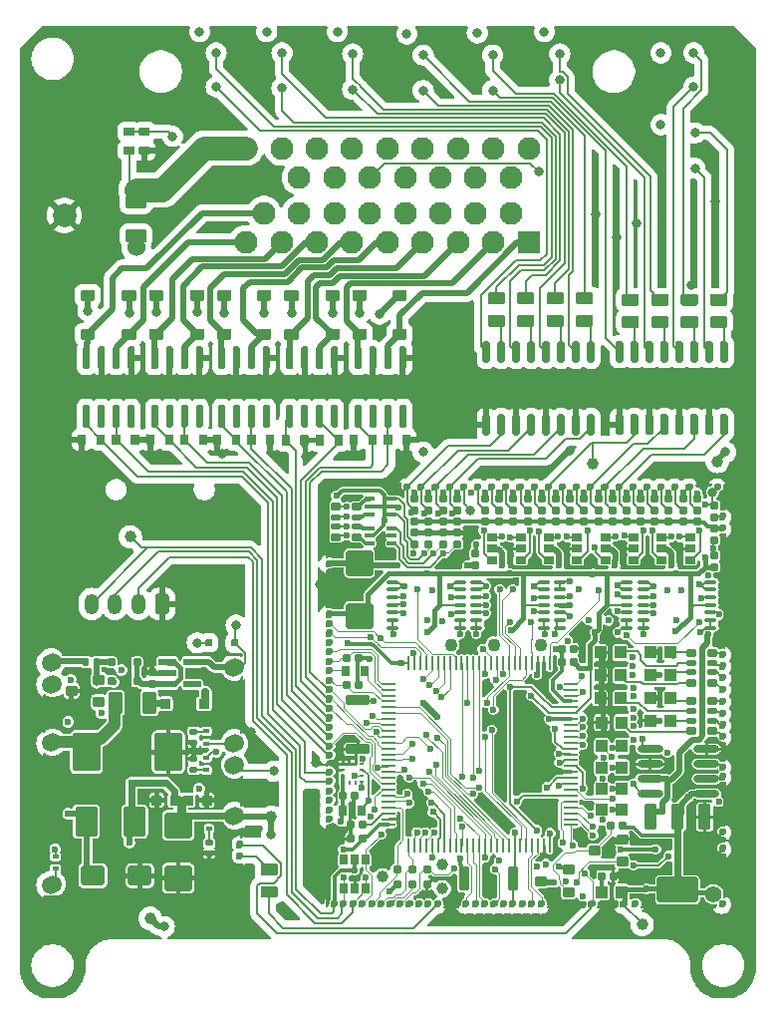
<source format=gtl>
G75*
G70*
%OFA0B0*%
%FSLAX25Y25*%
%IPPOS*%
%LPD*%
%AMOC8*
5,1,8,0,0,1.08239X$1,22.5*
%
%AMM150*
21,1,0.025590,0.026380,-0.000000,-0.000000,90.000000*
21,1,0.020470,0.031500,-0.000000,-0.000000,90.000000*
1,1,0.005120,0.013190,0.010240*
1,1,0.005120,0.013190,-0.010240*
1,1,0.005120,-0.013190,-0.010240*
1,1,0.005120,-0.013190,0.010240*
%
%AMM151*
21,1,0.017720,0.027950,-0.000000,-0.000000,90.000000*
21,1,0.014170,0.031500,-0.000000,-0.000000,90.000000*
1,1,0.003540,0.013980,0.007090*
1,1,0.003540,0.013980,-0.007090*
1,1,0.003540,-0.013980,-0.007090*
1,1,0.003540,-0.013980,0.007090*
%
%AMM152*
21,1,0.012600,0.028980,-0.000000,-0.000000,270.000000*
21,1,0.010080,0.031500,-0.000000,-0.000000,270.000000*
1,1,0.002520,-0.014490,-0.005040*
1,1,0.002520,-0.014490,0.005040*
1,1,0.002520,0.014490,0.005040*
1,1,0.002520,0.014490,-0.005040*
%
%AMM153*
21,1,0.023620,0.030710,-0.000000,-0.000000,0.000000*
21,1,0.018900,0.035430,-0.000000,-0.000000,0.000000*
1,1,0.004720,0.009450,-0.015350*
1,1,0.004720,-0.009450,-0.015350*
1,1,0.004720,-0.009450,0.015350*
1,1,0.004720,0.009450,0.015350*
%
%AMM154*
21,1,0.027560,0.018900,-0.000000,-0.000000,270.000000*
21,1,0.022840,0.023620,-0.000000,-0.000000,270.000000*
1,1,0.004720,-0.009450,-0.011420*
1,1,0.004720,-0.009450,0.011420*
1,1,0.004720,0.009450,0.011420*
1,1,0.004720,0.009450,-0.011420*
%
%AMM155*
21,1,0.031500,0.072440,-0.000000,-0.000000,270.000000*
21,1,0.025200,0.078740,-0.000000,-0.000000,270.000000*
1,1,0.006300,-0.036220,-0.012600*
1,1,0.006300,-0.036220,0.012600*
1,1,0.006300,0.036220,0.012600*
1,1,0.006300,0.036220,-0.012600*
%
%AMM156*
21,1,0.027560,0.018900,-0.000000,-0.000000,0.000000*
21,1,0.022840,0.023620,-0.000000,-0.000000,0.000000*
1,1,0.004720,0.011420,-0.009450*
1,1,0.004720,-0.011420,-0.009450*
1,1,0.004720,-0.011420,0.009450*
1,1,0.004720,0.011420,0.009450*
%
%AMM157*
21,1,0.023620,0.030710,-0.000000,-0.000000,90.000000*
21,1,0.018900,0.035430,-0.000000,-0.000000,90.000000*
1,1,0.004720,0.015350,0.009450*
1,1,0.004720,0.015350,-0.009450*
1,1,0.004720,-0.015350,-0.009450*
1,1,0.004720,-0.015350,0.009450*
%
%AMM158*
21,1,0.035430,0.030320,-0.000000,-0.000000,90.000000*
21,1,0.028350,0.037400,-0.000000,-0.000000,90.000000*
1,1,0.007090,0.015160,0.014170*
1,1,0.007090,0.015160,-0.014170*
1,1,0.007090,-0.015160,-0.014170*
1,1,0.007090,-0.015160,0.014170*
%
%AMM159*
21,1,0.043310,0.075980,-0.000000,-0.000000,180.000000*
21,1,0.034650,0.084650,-0.000000,-0.000000,180.000000*
1,1,0.008660,-0.017320,0.037990*
1,1,0.008660,0.017320,0.037990*
1,1,0.008660,0.017320,-0.037990*
1,1,0.008660,-0.017320,-0.037990*
%
%AMM160*
21,1,0.039370,0.035430,-0.000000,-0.000000,180.000000*
21,1,0.031500,0.043310,-0.000000,-0.000000,180.000000*
1,1,0.007870,-0.015750,0.017720*
1,1,0.007870,0.015750,0.017720*
1,1,0.007870,0.015750,-0.017720*
1,1,0.007870,-0.015750,-0.017720*
%
%AMM161*
21,1,0.027560,0.030710,-0.000000,-0.000000,180.000000*
21,1,0.022050,0.036220,-0.000000,-0.000000,180.000000*
1,1,0.005510,-0.011020,0.015350*
1,1,0.005510,0.011020,0.015350*
1,1,0.005510,0.011020,-0.015350*
1,1,0.005510,-0.011020,-0.015350*
%
%AMM162*
21,1,0.031500,0.072440,-0.000000,-0.000000,180.000000*
21,1,0.025200,0.078740,-0.000000,-0.000000,180.000000*
1,1,0.006300,-0.012600,0.036220*
1,1,0.006300,0.012600,0.036220*
1,1,0.006300,0.012600,-0.036220*
1,1,0.006300,-0.012600,-0.036220*
%
%AMM163*
21,1,0.137800,0.067720,-0.000000,-0.000000,180.000000*
21,1,0.120870,0.084650,-0.000000,-0.000000,180.000000*
1,1,0.016930,-0.060430,0.033860*
1,1,0.016930,0.060430,0.033860*
1,1,0.016930,0.060430,-0.033860*
1,1,0.016930,-0.060430,-0.033860*
%
%AMM164*
21,1,0.043310,0.075990,-0.000000,-0.000000,180.000000*
21,1,0.034650,0.084650,-0.000000,-0.000000,180.000000*
1,1,0.008660,-0.017320,0.037990*
1,1,0.008660,0.017320,0.037990*
1,1,0.008660,0.017320,-0.037990*
1,1,0.008660,-0.017320,-0.037990*
%
%AMM165*
21,1,0.086610,0.073230,-0.000000,-0.000000,270.000000*
21,1,0.069290,0.090550,-0.000000,-0.000000,270.000000*
1,1,0.017320,-0.036610,-0.034650*
1,1,0.017320,-0.036610,0.034650*
1,1,0.017320,0.036610,0.034650*
1,1,0.017320,0.036610,-0.034650*
%
%AMM36*
21,1,0.033470,0.026770,0.000000,0.000000,0.000000*
21,1,0.026770,0.033470,0.000000,0.000000,0.000000*
1,1,0.006690,0.013390,-0.013390*
1,1,0.006690,-0.013390,-0.013390*
1,1,0.006690,-0.013390,0.013390*
1,1,0.006690,0.013390,0.013390*
%
%AMM42*
21,1,0.035830,0.026770,0.000000,0.000000,0.000000*
21,1,0.029130,0.033470,0.000000,0.000000,0.000000*
1,1,0.006690,0.014570,-0.013390*
1,1,0.006690,-0.014570,-0.013390*
1,1,0.006690,-0.014570,0.013390*
1,1,0.006690,0.014570,0.013390*
%
%AMM44*
21,1,0.070870,0.036220,0.000000,0.000000,90.000000*
21,1,0.061810,0.045280,0.000000,0.000000,90.000000*
1,1,0.009060,0.018110,0.030910*
1,1,0.009060,0.018110,-0.030910*
1,1,0.009060,-0.018110,-0.030910*
1,1,0.009060,-0.018110,0.030910*
%
%AMM59*
21,1,0.086610,0.073230,0.000000,0.000000,270.000000*
21,1,0.069290,0.090550,0.000000,0.000000,270.000000*
1,1,0.017320,-0.036610,-0.034650*
1,1,0.017320,-0.036610,0.034650*
1,1,0.017320,0.036610,0.034650*
1,1,0.017320,0.036610,-0.034650*
%
%AMM60*
21,1,0.094490,0.111020,0.000000,0.000000,0.000000*
21,1,0.075590,0.129920,0.000000,0.000000,0.000000*
1,1,0.018900,0.037800,-0.055510*
1,1,0.018900,-0.037800,-0.055510*
1,1,0.018900,-0.037800,0.055510*
1,1,0.018900,0.037800,0.055510*
%
%AMM61*
21,1,0.074800,0.083460,0.000000,0.000000,0.000000*
21,1,0.059840,0.098430,0.000000,0.000000,0.000000*
1,1,0.014960,0.029920,-0.041730*
1,1,0.014960,-0.029920,-0.041730*
1,1,0.014960,-0.029920,0.041730*
1,1,0.014960,0.029920,0.041730*
%
%AMM62*
21,1,0.078740,0.053540,0.000000,0.000000,180.000000*
21,1,0.065350,0.066930,0.000000,0.000000,180.000000*
1,1,0.013390,-0.032680,0.026770*
1,1,0.013390,0.032680,0.026770*
1,1,0.013390,0.032680,-0.026770*
1,1,0.013390,-0.032680,-0.026770*
%
%AMM63*
21,1,0.035430,0.030320,0.000000,0.000000,90.000000*
21,1,0.028350,0.037400,0.000000,0.000000,90.000000*
1,1,0.007090,0.015160,0.014170*
1,1,0.007090,0.015160,-0.014170*
1,1,0.007090,-0.015160,-0.014170*
1,1,0.007090,-0.015160,0.014170*
%
%AMM64*
21,1,0.021650,0.052760,0.000000,0.000000,270.000000*
21,1,0.017320,0.057090,0.000000,0.000000,270.000000*
1,1,0.004330,-0.026380,-0.008660*
1,1,0.004330,-0.026380,0.008660*
1,1,0.004330,0.026380,0.008660*
1,1,0.004330,0.026380,-0.008660*
%
%AMM65*
21,1,0.015750,0.016540,0.000000,0.000000,270.000000*
21,1,0.012600,0.019680,0.000000,0.000000,270.000000*
1,1,0.003150,-0.008270,-0.006300*
1,1,0.003150,-0.008270,0.006300*
1,1,0.003150,0.008270,0.006300*
1,1,0.003150,0.008270,-0.006300*
%
%AMM66*
21,1,0.023620,0.018900,0.000000,0.000000,90.000000*
21,1,0.018900,0.023620,0.000000,0.000000,90.000000*
1,1,0.004720,0.009450,0.009450*
1,1,0.004720,0.009450,-0.009450*
1,1,0.004720,-0.009450,-0.009450*
1,1,0.004720,-0.009450,0.009450*
%
%AMM67*
21,1,0.019680,0.019680,0.000000,0.000000,0.000000*
21,1,0.015750,0.023620,0.000000,0.000000,0.000000*
1,1,0.003940,0.007870,-0.009840*
1,1,0.003940,-0.007870,-0.009840*
1,1,0.003940,-0.007870,0.009840*
1,1,0.003940,0.007870,0.009840*
%
%AMM68*
21,1,0.019680,0.019680,0.000000,0.000000,270.000000*
21,1,0.015750,0.023620,0.000000,0.000000,270.000000*
1,1,0.003940,-0.009840,-0.007870*
1,1,0.003940,-0.009840,0.007870*
1,1,0.003940,0.009840,0.007870*
1,1,0.003940,0.009840,-0.007870*
%
%ADD10O,0.04724X0.06890*%
%ADD11C,0.03937*%
%ADD117M36*%
%ADD12R,0.07677X0.07677*%
%ADD126M42*%
%ADD13C,0.07677*%
%ADD131M44*%
%ADD14C,0.07874*%
%ADD15C,0.05906*%
%ADD152M59*%
%ADD153M60*%
%ADD154M61*%
%ADD155M62*%
%ADD156M63*%
%ADD157M64*%
%ADD158M65*%
%ADD159M66*%
%ADD16C,0.02362*%
%ADD160M67*%
%ADD161M68*%
%ADD162O,0.00787X0.40158*%
%ADD163C,0.02756*%
%ADD17O,0.00787X0.12992*%
%ADD18O,0.00787X0.40157*%
%ADD19O,0.00787X0.01181*%
%ADD20O,0.66929X0.00787*%
%ADD21O,0.60630X0.00787*%
%ADD22O,0.00787X0.18898*%
%ADD23O,0.00787X0.10236*%
%ADD24O,0.00787X0.03937*%
%ADD25O,0.00787X0.05906*%
%ADD26R,0.00787X0.14567*%
%ADD269M150*%
%ADD27R,0.00787X0.01575*%
%ADD270M151*%
%ADD271M152*%
%ADD272M153*%
%ADD273M154*%
%ADD274M155*%
%ADD275M156*%
%ADD276M157*%
%ADD277M158*%
%ADD278M159*%
%ADD279M160*%
%ADD28R,0.00787X0.06299*%
%ADD280M161*%
%ADD281M162*%
%ADD282M163*%
%ADD283M164*%
%ADD284M165*%
%ADD29R,0.00787X0.38189*%
%ADD30R,0.00787X0.09055*%
%ADD31R,0.05512X0.00787*%
%ADD32R,0.25197X0.00787*%
%ADD33R,0.06693X0.00787*%
%ADD34R,0.12992X0.00787*%
%ADD35R,0.00787X0.27559*%
%ADD36R,0.00787X0.12992*%
%ADD37R,0.00787X0.24803*%
%ADD38C,0.06000*%
%ADD39C,0.03150*%
%ADD40C,0.00787*%
%ADD41C,0.01969*%
%ADD44C,0.00984*%
%ADD48C,0.01575*%
%ADD55C,0.01968*%
%ADD59O,0.04724X0.00866*%
%ADD60O,0.00866X0.04724*%
%ADD61O,0.04331X0.01181*%
%ADD64R,0.01378X0.00984*%
%ADD65R,0.00984X0.01378*%
%ADD70O,0.08661X0.02362*%
%ADD78C,0.03100*%
%ADD79C,0.00492*%
%ADD80C,0.01181*%
%ADD81C,0.01260*%
%ADD82C,0.04331*%
%ADD83C,0.03900*%
%ADD84C,0.05512*%
X0000000Y0000000D02*
%LPD*%
G01*
G36*
G01*
X0112559Y0237598D02*
X0116575Y0237598D01*
G75*
G02*
X0116929Y0237244I0000000J-000354D01*
G01*
X0116929Y0234409D01*
G75*
G02*
X0116575Y0234055I-000354J0000000D01*
G01*
X0112559Y0234055D01*
G75*
G02*
X0112204Y0234409I0000000J0000354D01*
G01*
X0112204Y0237244D01*
G75*
G02*
X0112559Y0237598I0000354J0000000D01*
G01*
G37*
G36*
G01*
X0112559Y0224606D02*
X0116575Y0224606D01*
G75*
G02*
X0116929Y0224252I0000000J-000354D01*
G01*
X0116929Y0221417D01*
G75*
G02*
X0116575Y0221063I-000354J0000000D01*
G01*
X0112559Y0221063D01*
G75*
G02*
X0112204Y0221417I0000000J0000354D01*
G01*
X0112204Y0224252D01*
G75*
G02*
X0112559Y0224606I0000354J0000000D01*
G01*
G37*
G36*
G01*
X0114606Y0191634D02*
X0113425Y0191634D01*
G75*
G02*
X0112834Y0192224I0000000J0000591D01*
G01*
X0112834Y0198720D01*
G75*
G02*
X0113425Y0199311I0000591J0000000D01*
G01*
X0114606Y0199311D01*
G75*
G02*
X0115197Y0198720I0000000J-000591D01*
G01*
X0115197Y0192224D01*
G75*
G02*
X0114606Y0191634I-000591J0000000D01*
G01*
G37*
G36*
G01*
X0119606Y0191634D02*
X0118425Y0191634D01*
G75*
G02*
X0117834Y0192224I0000000J0000591D01*
G01*
X0117834Y0198720D01*
G75*
G02*
X0118425Y0199311I0000591J0000000D01*
G01*
X0119606Y0199311D01*
G75*
G02*
X0120197Y0198720I0000000J-000591D01*
G01*
X0120197Y0192224D01*
G75*
G02*
X0119606Y0191634I-000591J0000000D01*
G01*
G37*
G36*
G01*
X0124606Y0191634D02*
X0123425Y0191634D01*
G75*
G02*
X0122834Y0192224I0000000J0000591D01*
G01*
X0122834Y0198720D01*
G75*
G02*
X0123425Y0199311I0000591J0000000D01*
G01*
X0124606Y0199311D01*
G75*
G02*
X0125197Y0198720I0000000J-000591D01*
G01*
X0125197Y0192224D01*
G75*
G02*
X0124606Y0191634I-000591J0000000D01*
G01*
G37*
G36*
G01*
X0129606Y0191634D02*
X0128425Y0191634D01*
G75*
G02*
X0127834Y0192224I0000000J0000591D01*
G01*
X0127834Y0198720D01*
G75*
G02*
X0128425Y0199311I0000591J0000000D01*
G01*
X0129606Y0199311D01*
G75*
G02*
X0130197Y0198720I0000000J-000591D01*
G01*
X0130197Y0192224D01*
G75*
G02*
X0129606Y0191634I-000591J0000000D01*
G01*
G37*
G36*
G01*
X0129606Y0211122D02*
X0128425Y0211122D01*
G75*
G02*
X0127834Y0211712I0000000J0000591D01*
G01*
X0127834Y0218208D01*
G75*
G02*
X0128425Y0218799I0000591J0000000D01*
G01*
X0129606Y0218799D01*
G75*
G02*
X0130197Y0218208I0000000J-000591D01*
G01*
X0130197Y0211712D01*
G75*
G02*
X0129606Y0211122I-000591J0000000D01*
G01*
G37*
G36*
G01*
X0124606Y0211122D02*
X0123425Y0211122D01*
G75*
G02*
X0122834Y0211712I0000000J0000591D01*
G01*
X0122834Y0218208D01*
G75*
G02*
X0123425Y0218799I0000591J0000000D01*
G01*
X0124606Y0218799D01*
G75*
G02*
X0125197Y0218208I0000000J-000591D01*
G01*
X0125197Y0211712D01*
G75*
G02*
X0124606Y0211122I-000591J0000000D01*
G01*
G37*
G36*
G01*
X0119606Y0211122D02*
X0118425Y0211122D01*
G75*
G02*
X0117834Y0211712I0000000J0000591D01*
G01*
X0117834Y0218208D01*
G75*
G02*
X0118425Y0218799I0000591J0000000D01*
G01*
X0119606Y0218799D01*
G75*
G02*
X0120197Y0218208I0000000J-000591D01*
G01*
X0120197Y0211712D01*
G75*
G02*
X0119606Y0211122I-000591J0000000D01*
G01*
G37*
G36*
G01*
X0114606Y0211122D02*
X0113425Y0211122D01*
G75*
G02*
X0112834Y0211712I0000000J0000591D01*
G01*
X0112834Y0218208D01*
G75*
G02*
X0113425Y0218799I0000591J0000000D01*
G01*
X0114606Y0218799D01*
G75*
G02*
X0115197Y0218208I0000000J-000591D01*
G01*
X0115197Y0211712D01*
G75*
G02*
X0114606Y0211122I-000591J0000000D01*
G01*
G37*
G36*
G01*
X0050787Y0135137D02*
X0050787Y0130216D01*
G75*
G02*
X0049803Y0129232I-000984J0000000D01*
G01*
X0047047Y0129232D01*
G75*
G02*
X0046063Y0130216I0000000J0000984D01*
G01*
X0046063Y0135137D01*
G75*
G02*
X0047047Y0136122I0000984J0000000D01*
G01*
X0049803Y0136122D01*
G75*
G02*
X0050787Y0135137I0000000J-000984D01*
G01*
G37*
D10*
X0040551Y0132677D03*
X0032677Y0132677D03*
X0024803Y0132677D03*
D11*
X0044488Y0027559D03*
G36*
G01*
X0207618Y0224921D02*
X0202697Y0224921D01*
G75*
G02*
X0202303Y0225315I0000000J0000394D01*
G01*
X0202303Y0228464D01*
G75*
G02*
X0202697Y0228858I0000394J0000000D01*
G01*
X0207618Y0228858D01*
G75*
G02*
X0208012Y0228464I0000000J-000394D01*
G01*
X0208012Y0225315D01*
G75*
G02*
X0207618Y0224921I-000394J0000000D01*
G01*
G37*
G36*
G01*
X0207618Y0232401D02*
X0202697Y0232401D01*
G75*
G02*
X0202303Y0232795I0000000J0000394D01*
G01*
X0202303Y0235945D01*
G75*
G02*
X0202697Y0236338I0000394J0000000D01*
G01*
X0207618Y0236338D01*
G75*
G02*
X0208012Y0235945I0000000J-000394D01*
G01*
X0208012Y0232795D01*
G75*
G02*
X0207618Y0232401I-000394J0000000D01*
G01*
G37*
G36*
G01*
X0035393Y0237598D02*
X0039409Y0237598D01*
G75*
G02*
X0039763Y0237244I0000000J-000354D01*
G01*
X0039763Y0234409D01*
G75*
G02*
X0039409Y0234055I-000354J0000000D01*
G01*
X0035393Y0234055D01*
G75*
G02*
X0035039Y0234409I0000000J0000354D01*
G01*
X0035039Y0237244D01*
G75*
G02*
X0035393Y0237598I0000354J0000000D01*
G01*
G37*
G36*
G01*
X0035393Y0224606D02*
X0039409Y0224606D01*
G75*
G02*
X0039763Y0224252I0000000J-000354D01*
G01*
X0039763Y0221417D01*
G75*
G02*
X0039409Y0221063I-000354J0000000D01*
G01*
X0035393Y0221063D01*
G75*
G02*
X0035039Y0221417I0000000J0000354D01*
G01*
X0035039Y0224252D01*
G75*
G02*
X0035393Y0224606I0000354J0000000D01*
G01*
G37*
D12*
X0171063Y0253543D03*
D13*
X0159252Y0253543D03*
X0147441Y0253543D03*
X0135630Y0253543D03*
X0123819Y0253543D03*
X0112008Y0253543D03*
X0100197Y0253543D03*
X0088386Y0253543D03*
X0076575Y0253543D03*
X0165157Y0263386D03*
X0153346Y0263386D03*
X0141535Y0263386D03*
X0129724Y0263386D03*
X0117913Y0263386D03*
X0106102Y0263386D03*
X0094291Y0263386D03*
X0082480Y0263386D03*
X0165157Y0275197D03*
X0153346Y0275197D03*
X0141535Y0275197D03*
X0129724Y0275197D03*
X0117913Y0275197D03*
X0106102Y0275197D03*
X0094291Y0275197D03*
X0082480Y0275197D03*
X0171063Y0285039D03*
X0159252Y0285039D03*
X0147441Y0285039D03*
X0135630Y0285039D03*
X0123819Y0285039D03*
X0112008Y0285039D03*
X0100197Y0285039D03*
X0088386Y0285039D03*
X0076575Y0285039D03*
G36*
G01*
X0043110Y0186063D02*
X0043110Y0189134D01*
G75*
G02*
X0043386Y0189409I0000276J0000000D01*
G01*
X0045590Y0189409D01*
G75*
G02*
X0045866Y0189134I0000000J-000276D01*
G01*
X0045866Y0186063D01*
G75*
G02*
X0045590Y0185787I-000276J0000000D01*
G01*
X0043386Y0185787D01*
G75*
G02*
X0043110Y0186063I0000000J0000276D01*
G01*
G37*
G36*
G01*
X0049409Y0186063D02*
X0049409Y0189134D01*
G75*
G02*
X0049685Y0189409I0000276J0000000D01*
G01*
X0051889Y0189409D01*
G75*
G02*
X0052165Y0189134I0000000J-000276D01*
G01*
X0052165Y0186063D01*
G75*
G02*
X0051889Y0185787I-000276J0000000D01*
G01*
X0049685Y0185787D01*
G75*
G02*
X0049409Y0186063I0000000J0000276D01*
G01*
G37*
G36*
G01*
X0172610Y0225364D02*
X0167688Y0225364D01*
G75*
G02*
X0167295Y0225758I0000000J0000394D01*
G01*
X0167295Y0228907D01*
G75*
G02*
X0167688Y0229301I0000394J0000000D01*
G01*
X0172610Y0229301D01*
G75*
G02*
X0173003Y0228907I0000000J-000394D01*
G01*
X0173003Y0225758D01*
G75*
G02*
X0172610Y0225364I-000394J0000000D01*
G01*
G37*
G36*
G01*
X0172610Y0232844D02*
X0167688Y0232844D01*
G75*
G02*
X0167295Y0233238I0000000J0000394D01*
G01*
X0167295Y0236388D01*
G75*
G02*
X0167688Y0236781I0000394J0000000D01*
G01*
X0172610Y0236781D01*
G75*
G02*
X0173003Y0236388I0000000J-000394D01*
G01*
X0173003Y0233238D01*
G75*
G02*
X0172610Y0232844I-000394J0000000D01*
G01*
G37*
D11*
X0192519Y0179527D03*
D14*
X0015748Y0262598D03*
G36*
G01*
X0035866Y0291929D02*
X0038937Y0291929D01*
G75*
G02*
X0039212Y0291653I0000000J-000276D01*
G01*
X0039212Y0289449D01*
G75*
G02*
X0038937Y0289173I-000276J0000000D01*
G01*
X0035866Y0289173D01*
G75*
G02*
X0035590Y0289449I0000000J0000276D01*
G01*
X0035590Y0291653D01*
G75*
G02*
X0035866Y0291929I0000276J0000000D01*
G01*
G37*
G36*
G01*
X0035866Y0285630D02*
X0038937Y0285630D01*
G75*
G02*
X0039212Y0285354I0000000J-000276D01*
G01*
X0039212Y0283149D01*
G75*
G02*
X0038937Y0282874I-000276J0000000D01*
G01*
X0035866Y0282874D01*
G75*
G02*
X0035590Y0283149I0000000J0000276D01*
G01*
X0035590Y0285354D01*
G75*
G02*
X0035866Y0285630I0000276J0000000D01*
G01*
G37*
G36*
G01*
X0091771Y0191634D02*
X0090590Y0191634D01*
G75*
G02*
X0090000Y0192224I0000000J0000591D01*
G01*
X0090000Y0198720D01*
G75*
G02*
X0090590Y0199311I0000591J0000000D01*
G01*
X0091771Y0199311D01*
G75*
G02*
X0092362Y0198720I0000000J-000591D01*
G01*
X0092362Y0192224D01*
G75*
G02*
X0091771Y0191634I-000591J0000000D01*
G01*
G37*
G36*
G01*
X0096771Y0191634D02*
X0095590Y0191634D01*
G75*
G02*
X0095000Y0192224I0000000J0000591D01*
G01*
X0095000Y0198720D01*
G75*
G02*
X0095590Y0199311I0000591J0000000D01*
G01*
X0096771Y0199311D01*
G75*
G02*
X0097362Y0198720I0000000J-000591D01*
G01*
X0097362Y0192224D01*
G75*
G02*
X0096771Y0191634I-000591J0000000D01*
G01*
G37*
G36*
G01*
X0101771Y0191634D02*
X0100590Y0191634D01*
G75*
G02*
X0100000Y0192224I0000000J0000591D01*
G01*
X0100000Y0198720D01*
G75*
G02*
X0100590Y0199311I0000591J0000000D01*
G01*
X0101771Y0199311D01*
G75*
G02*
X0102362Y0198720I0000000J-000591D01*
G01*
X0102362Y0192224D01*
G75*
G02*
X0101771Y0191634I-000591J0000000D01*
G01*
G37*
G36*
G01*
X0106771Y0191634D02*
X0105590Y0191634D01*
G75*
G02*
X0105000Y0192224I0000000J0000591D01*
G01*
X0105000Y0198720D01*
G75*
G02*
X0105590Y0199311I0000591J0000000D01*
G01*
X0106771Y0199311D01*
G75*
G02*
X0107362Y0198720I0000000J-000591D01*
G01*
X0107362Y0192224D01*
G75*
G02*
X0106771Y0191634I-000591J0000000D01*
G01*
G37*
G36*
G01*
X0106771Y0211122D02*
X0105590Y0211122D01*
G75*
G02*
X0105000Y0211712I0000000J0000591D01*
G01*
X0105000Y0218208D01*
G75*
G02*
X0105590Y0218799I0000591J0000000D01*
G01*
X0106771Y0218799D01*
G75*
G02*
X0107362Y0218208I0000000J-000591D01*
G01*
X0107362Y0211712D01*
G75*
G02*
X0106771Y0211122I-000591J0000000D01*
G01*
G37*
G36*
G01*
X0101771Y0211122D02*
X0100590Y0211122D01*
G75*
G02*
X0100000Y0211712I0000000J0000591D01*
G01*
X0100000Y0218208D01*
G75*
G02*
X0100590Y0218799I0000591J0000000D01*
G01*
X0101771Y0218799D01*
G75*
G02*
X0102362Y0218208I0000000J-000591D01*
G01*
X0102362Y0211712D01*
G75*
G02*
X0101771Y0211122I-000591J0000000D01*
G01*
G37*
G36*
G01*
X0096771Y0211122D02*
X0095590Y0211122D01*
G75*
G02*
X0095000Y0211712I0000000J0000591D01*
G01*
X0095000Y0218208D01*
G75*
G02*
X0095590Y0218799I0000591J0000000D01*
G01*
X0096771Y0218799D01*
G75*
G02*
X0097362Y0218208I0000000J-000591D01*
G01*
X0097362Y0211712D01*
G75*
G02*
X0096771Y0211122I-000591J0000000D01*
G01*
G37*
G36*
G01*
X0091771Y0211122D02*
X0090590Y0211122D01*
G75*
G02*
X0090000Y0211712I0000000J0000591D01*
G01*
X0090000Y0218208D01*
G75*
G02*
X0090590Y0218799I0000591J0000000D01*
G01*
X0091771Y0218799D01*
G75*
G02*
X0092362Y0218208I0000000J-000591D01*
G01*
X0092362Y0211712D01*
G75*
G02*
X0091771Y0211122I-000591J0000000D01*
G01*
G37*
G36*
G01*
X0044055Y0282874D02*
X0040984Y0282874D01*
G75*
G02*
X0040708Y0283149I0000000J0000276D01*
G01*
X0040708Y0285354D01*
G75*
G02*
X0040984Y0285630I0000276J0000000D01*
G01*
X0044055Y0285630D01*
G75*
G02*
X0044330Y0285354I0000000J-000276D01*
G01*
X0044330Y0283149D01*
G75*
G02*
X0044055Y0282874I-000276J0000000D01*
G01*
G37*
G36*
G01*
X0044055Y0289173D02*
X0040984Y0289173D01*
G75*
G02*
X0040708Y0289449I0000000J0000276D01*
G01*
X0040708Y0291653D01*
G75*
G02*
X0040984Y0291929I0000276J0000000D01*
G01*
X0044055Y0291929D01*
G75*
G02*
X0044330Y0291653I0000000J-000276D01*
G01*
X0044330Y0289449D01*
G75*
G02*
X0044055Y0289173I-000276J0000000D01*
G01*
G37*
G36*
G01*
X0023661Y0191634D02*
X0022480Y0191634D01*
G75*
G02*
X0021889Y0192224I0000000J0000591D01*
G01*
X0021889Y0198720D01*
G75*
G02*
X0022480Y0199311I0000591J0000000D01*
G01*
X0023661Y0199311D01*
G75*
G02*
X0024252Y0198720I0000000J-000591D01*
G01*
X0024252Y0192224D01*
G75*
G02*
X0023661Y0191634I-000591J0000000D01*
G01*
G37*
G36*
G01*
X0028661Y0191634D02*
X0027480Y0191634D01*
G75*
G02*
X0026889Y0192224I0000000J0000591D01*
G01*
X0026889Y0198720D01*
G75*
G02*
X0027480Y0199311I0000591J0000000D01*
G01*
X0028661Y0199311D01*
G75*
G02*
X0029252Y0198720I0000000J-000591D01*
G01*
X0029252Y0192224D01*
G75*
G02*
X0028661Y0191634I-000591J0000000D01*
G01*
G37*
G36*
G01*
X0033661Y0191634D02*
X0032480Y0191634D01*
G75*
G02*
X0031889Y0192224I0000000J0000591D01*
G01*
X0031889Y0198720D01*
G75*
G02*
X0032480Y0199311I0000591J0000000D01*
G01*
X0033661Y0199311D01*
G75*
G02*
X0034252Y0198720I0000000J-000591D01*
G01*
X0034252Y0192224D01*
G75*
G02*
X0033661Y0191634I-000591J0000000D01*
G01*
G37*
G36*
G01*
X0038661Y0191634D02*
X0037480Y0191634D01*
G75*
G02*
X0036889Y0192224I0000000J0000591D01*
G01*
X0036889Y0198720D01*
G75*
G02*
X0037480Y0199311I0000591J0000000D01*
G01*
X0038661Y0199311D01*
G75*
G02*
X0039252Y0198720I0000000J-000591D01*
G01*
X0039252Y0192224D01*
G75*
G02*
X0038661Y0191634I-000591J0000000D01*
G01*
G37*
G36*
G01*
X0038661Y0211122D02*
X0037480Y0211122D01*
G75*
G02*
X0036889Y0211712I0000000J0000591D01*
G01*
X0036889Y0218208D01*
G75*
G02*
X0037480Y0218799I0000591J0000000D01*
G01*
X0038661Y0218799D01*
G75*
G02*
X0039252Y0218208I0000000J-000591D01*
G01*
X0039252Y0211712D01*
G75*
G02*
X0038661Y0211122I-000591J0000000D01*
G01*
G37*
G36*
G01*
X0033661Y0211122D02*
X0032480Y0211122D01*
G75*
G02*
X0031889Y0211712I0000000J0000591D01*
G01*
X0031889Y0218208D01*
G75*
G02*
X0032480Y0218799I0000591J0000000D01*
G01*
X0033661Y0218799D01*
G75*
G02*
X0034252Y0218208I0000000J-000591D01*
G01*
X0034252Y0211712D01*
G75*
G02*
X0033661Y0211122I-000591J0000000D01*
G01*
G37*
G36*
G01*
X0028661Y0211122D02*
X0027480Y0211122D01*
G75*
G02*
X0026889Y0211712I0000000J0000591D01*
G01*
X0026889Y0218208D01*
G75*
G02*
X0027480Y0218799I0000591J0000000D01*
G01*
X0028661Y0218799D01*
G75*
G02*
X0029252Y0218208I0000000J-000591D01*
G01*
X0029252Y0211712D01*
G75*
G02*
X0028661Y0211122I-000591J0000000D01*
G01*
G37*
G36*
G01*
X0023661Y0211122D02*
X0022480Y0211122D01*
G75*
G02*
X0021889Y0211712I0000000J0000591D01*
G01*
X0021889Y0218208D01*
G75*
G02*
X0022480Y0218799I0000591J0000000D01*
G01*
X0023661Y0218799D01*
G75*
G02*
X0024252Y0218208I0000000J-000591D01*
G01*
X0024252Y0211712D01*
G75*
G02*
X0023661Y0211122I-000591J0000000D01*
G01*
G37*
G36*
G01*
X0044449Y0237598D02*
X0048464Y0237598D01*
G75*
G02*
X0048819Y0237244I0000000J-000354D01*
G01*
X0048819Y0234409D01*
G75*
G02*
X0048464Y0234055I-000354J0000000D01*
G01*
X0044449Y0234055D01*
G75*
G02*
X0044094Y0234409I0000000J0000354D01*
G01*
X0044094Y0237244D01*
G75*
G02*
X0044449Y0237598I0000354J0000000D01*
G01*
G37*
G36*
G01*
X0044449Y0224606D02*
X0048464Y0224606D01*
G75*
G02*
X0048819Y0224252I0000000J-000354D01*
G01*
X0048819Y0221417D01*
G75*
G02*
X0048464Y0221063I-000354J0000000D01*
G01*
X0044449Y0221063D01*
G75*
G02*
X0044094Y0221417I0000000J0000354D01*
G01*
X0044094Y0224252D01*
G75*
G02*
X0044449Y0224606I0000354J0000000D01*
G01*
G37*
G36*
G01*
X0065551Y0186063D02*
X0065551Y0189134D01*
G75*
G02*
X0065826Y0189409I0000276J0000000D01*
G01*
X0068031Y0189409D01*
G75*
G02*
X0068307Y0189134I0000000J-000276D01*
G01*
X0068307Y0186063D01*
G75*
G02*
X0068031Y0185787I-000276J0000000D01*
G01*
X0065826Y0185787D01*
G75*
G02*
X0065551Y0186063I0000000J0000276D01*
G01*
G37*
G36*
G01*
X0071850Y0186063D02*
X0071850Y0189134D01*
G75*
G02*
X0072126Y0189409I0000276J0000000D01*
G01*
X0074330Y0189409D01*
G75*
G02*
X0074606Y0189134I0000000J-000276D01*
G01*
X0074606Y0186063D01*
G75*
G02*
X0074330Y0185787I-000276J0000000D01*
G01*
X0072126Y0185787D01*
G75*
G02*
X0071850Y0186063I0000000J0000276D01*
G01*
G37*
G36*
G01*
X0103504Y0237598D02*
X0107519Y0237598D01*
G75*
G02*
X0107874Y0237244I0000000J-000354D01*
G01*
X0107874Y0234409D01*
G75*
G02*
X0107519Y0234055I-000354J0000000D01*
G01*
X0103504Y0234055D01*
G75*
G02*
X0103149Y0234409I0000000J0000354D01*
G01*
X0103149Y0237244D01*
G75*
G02*
X0103504Y0237598I0000354J0000000D01*
G01*
G37*
G36*
G01*
X0103504Y0224606D02*
X0107519Y0224606D01*
G75*
G02*
X0107874Y0224252I0000000J-000354D01*
G01*
X0107874Y0221417D01*
G75*
G02*
X0107519Y0221063I-000354J0000000D01*
G01*
X0103504Y0221063D01*
G75*
G02*
X0103149Y0221417I0000000J0000354D01*
G01*
X0103149Y0224252D01*
G75*
G02*
X0103504Y0224606I0000354J0000000D01*
G01*
G37*
D15*
X0072342Y0111122D03*
X0072342Y0085925D03*
X0072342Y0078445D03*
X0072342Y0061515D03*
D16*
X0074114Y0052067D03*
X0074114Y0048130D03*
D17*
X0008760Y0095964D03*
D18*
X0008760Y0062500D03*
D19*
X0008760Y0034547D03*
D20*
X0041830Y0034350D03*
D21*
X0044980Y0115452D03*
D15*
X0072342Y0036909D03*
D19*
X0074901Y0115256D03*
D22*
X0074901Y0098720D03*
D23*
X0074901Y0069783D03*
D24*
X0074901Y0056004D03*
D25*
X0074901Y0043012D03*
D15*
X0011319Y0112893D03*
X0011319Y0105610D03*
X0011319Y0086122D03*
X0011319Y0038681D03*
G36*
G01*
X0020275Y0186063D02*
X0020275Y0189134D01*
G75*
G02*
X0020551Y0189409I0000276J0000000D01*
G01*
X0022756Y0189409D01*
G75*
G02*
X0023031Y0189134I0000000J-000276D01*
G01*
X0023031Y0186063D01*
G75*
G02*
X0022756Y0185787I-000276J0000000D01*
G01*
X0020551Y0185787D01*
G75*
G02*
X0020275Y0186063I0000000J0000276D01*
G01*
G37*
G36*
G01*
X0026575Y0186063D02*
X0026575Y0189134D01*
G75*
G02*
X0026850Y0189409I0000276J0000000D01*
G01*
X0029055Y0189409D01*
G75*
G02*
X0029330Y0189134I0000000J-000276D01*
G01*
X0029330Y0186063D01*
G75*
G02*
X0029055Y0185787I-000276J0000000D01*
G01*
X0026850Y0185787D01*
G75*
G02*
X0026575Y0186063I0000000J0000276D01*
G01*
G37*
D11*
X0085039Y0061417D03*
X0209055Y0025590D03*
G36*
G01*
X0182464Y0225364D02*
X0177542Y0225364D01*
G75*
G02*
X0177149Y0225758I0000000J0000394D01*
G01*
X0177149Y0228907D01*
G75*
G02*
X0177542Y0229301I0000394J0000000D01*
G01*
X0182464Y0229301D01*
G75*
G02*
X0182857Y0228907I0000000J-000394D01*
G01*
X0182857Y0225758D01*
G75*
G02*
X0182464Y0225364I-000394J0000000D01*
G01*
G37*
G36*
G01*
X0182464Y0232844D02*
X0177542Y0232844D01*
G75*
G02*
X0177149Y0233238I0000000J0000394D01*
G01*
X0177149Y0236388D01*
G75*
G02*
X0177542Y0236781I0000394J0000000D01*
G01*
X0182464Y0236781D01*
G75*
G02*
X0182857Y0236388I0000000J-000394D01*
G01*
X0182857Y0233238D01*
G75*
G02*
X0182464Y0232844I-000394J0000000D01*
G01*
G37*
G36*
G01*
X0217472Y0224921D02*
X0212551Y0224921D01*
G75*
G02*
X0212157Y0225315I0000000J0000394D01*
G01*
X0212157Y0228464D01*
G75*
G02*
X0212551Y0228858I0000394J0000000D01*
G01*
X0217472Y0228858D01*
G75*
G02*
X0217866Y0228464I0000000J-000394D01*
G01*
X0217866Y0225315D01*
G75*
G02*
X0217472Y0224921I-000394J0000000D01*
G01*
G37*
G36*
G01*
X0217472Y0232401D02*
X0212551Y0232401D01*
G75*
G02*
X0212157Y0232795I0000000J0000394D01*
G01*
X0212157Y0235945D01*
G75*
G02*
X0212551Y0236338I0000394J0000000D01*
G01*
X0217472Y0236338D01*
G75*
G02*
X0217866Y0235945I0000000J-000394D01*
G01*
X0217866Y0232795D01*
G75*
G02*
X0217472Y0232401I-000394J0000000D01*
G01*
G37*
G36*
G01*
X0046496Y0191634D02*
X0045315Y0191634D01*
G75*
G02*
X0044724Y0192224I0000000J0000591D01*
G01*
X0044724Y0198720D01*
G75*
G02*
X0045315Y0199311I0000591J0000000D01*
G01*
X0046496Y0199311D01*
G75*
G02*
X0047086Y0198720I0000000J-000591D01*
G01*
X0047086Y0192224D01*
G75*
G02*
X0046496Y0191634I-000591J0000000D01*
G01*
G37*
G36*
G01*
X0051496Y0191634D02*
X0050315Y0191634D01*
G75*
G02*
X0049724Y0192224I0000000J0000591D01*
G01*
X0049724Y0198720D01*
G75*
G02*
X0050315Y0199311I0000591J0000000D01*
G01*
X0051496Y0199311D01*
G75*
G02*
X0052086Y0198720I0000000J-000591D01*
G01*
X0052086Y0192224D01*
G75*
G02*
X0051496Y0191634I-000591J0000000D01*
G01*
G37*
G36*
G01*
X0056496Y0191634D02*
X0055315Y0191634D01*
G75*
G02*
X0054724Y0192224I0000000J0000591D01*
G01*
X0054724Y0198720D01*
G75*
G02*
X0055315Y0199311I0000591J0000000D01*
G01*
X0056496Y0199311D01*
G75*
G02*
X0057086Y0198720I0000000J-000591D01*
G01*
X0057086Y0192224D01*
G75*
G02*
X0056496Y0191634I-000591J0000000D01*
G01*
G37*
G36*
G01*
X0061496Y0191634D02*
X0060315Y0191634D01*
G75*
G02*
X0059724Y0192224I0000000J0000591D01*
G01*
X0059724Y0198720D01*
G75*
G02*
X0060315Y0199311I0000591J0000000D01*
G01*
X0061496Y0199311D01*
G75*
G02*
X0062086Y0198720I0000000J-000591D01*
G01*
X0062086Y0192224D01*
G75*
G02*
X0061496Y0191634I-000591J0000000D01*
G01*
G37*
G36*
G01*
X0061496Y0211122D02*
X0060315Y0211122D01*
G75*
G02*
X0059724Y0211712I0000000J0000591D01*
G01*
X0059724Y0218208D01*
G75*
G02*
X0060315Y0218799I0000591J0000000D01*
G01*
X0061496Y0218799D01*
G75*
G02*
X0062086Y0218208I0000000J-000591D01*
G01*
X0062086Y0211712D01*
G75*
G02*
X0061496Y0211122I-000591J0000000D01*
G01*
G37*
G36*
G01*
X0056496Y0211122D02*
X0055315Y0211122D01*
G75*
G02*
X0054724Y0211712I0000000J0000591D01*
G01*
X0054724Y0218208D01*
G75*
G02*
X0055315Y0218799I0000591J0000000D01*
G01*
X0056496Y0218799D01*
G75*
G02*
X0057086Y0218208I0000000J-000591D01*
G01*
X0057086Y0211712D01*
G75*
G02*
X0056496Y0211122I-000591J0000000D01*
G01*
G37*
G36*
G01*
X0051496Y0211122D02*
X0050315Y0211122D01*
G75*
G02*
X0049724Y0211712I0000000J0000591D01*
G01*
X0049724Y0218208D01*
G75*
G02*
X0050315Y0218799I0000591J0000000D01*
G01*
X0051496Y0218799D01*
G75*
G02*
X0052086Y0218208I0000000J-000591D01*
G01*
X0052086Y0211712D01*
G75*
G02*
X0051496Y0211122I-000591J0000000D01*
G01*
G37*
G36*
G01*
X0046496Y0211122D02*
X0045315Y0211122D01*
G75*
G02*
X0044724Y0211712I0000000J0000591D01*
G01*
X0044724Y0218208D01*
G75*
G02*
X0045315Y0218799I0000591J0000000D01*
G01*
X0046496Y0218799D01*
G75*
G02*
X0047086Y0218208I0000000J-000591D01*
G01*
X0047086Y0211712D01*
G75*
G02*
X0046496Y0211122I-000591J0000000D01*
G01*
G37*
X0037795Y0155118D03*
G36*
G01*
X0081791Y0045866D02*
X0086712Y0045866D01*
G75*
G02*
X0087106Y0045472I0000000J-000394D01*
G01*
X0087106Y0042323D01*
G75*
G02*
X0086712Y0041929I-000394J0000000D01*
G01*
X0081791Y0041929D01*
G75*
G02*
X0081397Y0042323I0000000J0000394D01*
G01*
X0081397Y0045472D01*
G75*
G02*
X0081791Y0045866I0000394J0000000D01*
G01*
G37*
G36*
G01*
X0081791Y0038385D02*
X0086712Y0038385D01*
G75*
G02*
X0087106Y0037992I0000000J-000394D01*
G01*
X0087106Y0034842D01*
G75*
G02*
X0086712Y0034448I-000394J0000000D01*
G01*
X0081791Y0034448D01*
G75*
G02*
X0081397Y0034842I0000000J0000394D01*
G01*
X0081397Y0037992D01*
G75*
G02*
X0081791Y0038385I0000394J0000000D01*
G01*
G37*
G36*
G01*
X0125945Y0237598D02*
X0129960Y0237598D01*
G75*
G02*
X0130315Y0237244I0000000J-000354D01*
G01*
X0130315Y0234409D01*
G75*
G02*
X0129960Y0234055I-000354J0000000D01*
G01*
X0125945Y0234055D01*
G75*
G02*
X0125590Y0234409I0000000J0000354D01*
G01*
X0125590Y0237244D01*
G75*
G02*
X0125945Y0237598I0000354J0000000D01*
G01*
G37*
G36*
G01*
X0125945Y0224606D02*
X0129960Y0224606D01*
G75*
G02*
X0130315Y0224252I0000000J-000354D01*
G01*
X0130315Y0221417D01*
G75*
G02*
X0129960Y0221063I-000354J0000000D01*
G01*
X0125945Y0221063D01*
G75*
G02*
X0125590Y0221417I0000000J0000354D01*
G01*
X0125590Y0224252D01*
G75*
G02*
X0125945Y0224606I0000354J0000000D01*
G01*
G37*
G36*
G01*
X0089724Y0237598D02*
X0093740Y0237598D01*
G75*
G02*
X0094094Y0237244I0000000J-000354D01*
G01*
X0094094Y0234409D01*
G75*
G02*
X0093740Y0234055I-000354J0000000D01*
G01*
X0089724Y0234055D01*
G75*
G02*
X0089370Y0234409I0000000J0000354D01*
G01*
X0089370Y0237244D01*
G75*
G02*
X0089724Y0237598I0000354J0000000D01*
G01*
G37*
G36*
G01*
X0089724Y0224606D02*
X0093740Y0224606D01*
G75*
G02*
X0094094Y0224252I0000000J-000354D01*
G01*
X0094094Y0221417D01*
G75*
G02*
X0093740Y0221063I-000354J0000000D01*
G01*
X0089724Y0221063D01*
G75*
G02*
X0089370Y0221417I0000000J0000354D01*
G01*
X0089370Y0224252D01*
G75*
G02*
X0089724Y0224606I0000354J0000000D01*
G01*
G37*
G36*
G01*
X0080669Y0237598D02*
X0084685Y0237598D01*
G75*
G02*
X0085039Y0237244I0000000J-000354D01*
G01*
X0085039Y0234409D01*
G75*
G02*
X0084685Y0234055I-000354J0000000D01*
G01*
X0080669Y0234055D01*
G75*
G02*
X0080315Y0234409I0000000J0000354D01*
G01*
X0080315Y0237244D01*
G75*
G02*
X0080669Y0237598I0000354J0000000D01*
G01*
G37*
G36*
G01*
X0080669Y0224606D02*
X0084685Y0224606D01*
G75*
G02*
X0085039Y0224252I0000000J-000354D01*
G01*
X0085039Y0221417D01*
G75*
G02*
X0084685Y0221063I-000354J0000000D01*
G01*
X0080669Y0221063D01*
G75*
G02*
X0080315Y0221417I0000000J0000354D01*
G01*
X0080315Y0224252D01*
G75*
G02*
X0080669Y0224606I0000354J0000000D01*
G01*
G37*
G36*
G01*
X0191328Y0220492D02*
X0192608Y0220492D01*
G75*
G02*
X0193248Y0219852I0000000J-000640D01*
G01*
X0193248Y0213947D01*
G75*
G02*
X0192608Y0213307I-000640J0000000D01*
G01*
X0191328Y0213307D01*
G75*
G02*
X0190689Y0213947I0000000J0000640D01*
G01*
X0190689Y0219852D01*
G75*
G02*
X0191328Y0220492I0000640J0000000D01*
G01*
G37*
G36*
G01*
X0186328Y0220492D02*
X0187608Y0220492D01*
G75*
G02*
X0188248Y0219852I0000000J-000640D01*
G01*
X0188248Y0213947D01*
G75*
G02*
X0187608Y0213307I-000640J0000000D01*
G01*
X0186328Y0213307D01*
G75*
G02*
X0185689Y0213947I0000000J0000640D01*
G01*
X0185689Y0219852D01*
G75*
G02*
X0186328Y0220492I0000640J0000000D01*
G01*
G37*
G36*
G01*
X0181328Y0220492D02*
X0182608Y0220492D01*
G75*
G02*
X0183248Y0219852I0000000J-000640D01*
G01*
X0183248Y0213947D01*
G75*
G02*
X0182608Y0213307I-000640J0000000D01*
G01*
X0181328Y0213307D01*
G75*
G02*
X0180689Y0213947I0000000J0000640D01*
G01*
X0180689Y0219852D01*
G75*
G02*
X0181328Y0220492I0000640J0000000D01*
G01*
G37*
G36*
G01*
X0176328Y0220492D02*
X0177608Y0220492D01*
G75*
G02*
X0178248Y0219852I0000000J-000640D01*
G01*
X0178248Y0213947D01*
G75*
G02*
X0177608Y0213307I-000640J0000000D01*
G01*
X0176328Y0213307D01*
G75*
G02*
X0175689Y0213947I0000000J0000640D01*
G01*
X0175689Y0219852D01*
G75*
G02*
X0176328Y0220492I0000640J0000000D01*
G01*
G37*
G36*
G01*
X0171328Y0220492D02*
X0172608Y0220492D01*
G75*
G02*
X0173248Y0219852I0000000J-000640D01*
G01*
X0173248Y0213947D01*
G75*
G02*
X0172608Y0213307I-000640J0000000D01*
G01*
X0171328Y0213307D01*
G75*
G02*
X0170689Y0213947I0000000J0000640D01*
G01*
X0170689Y0219852D01*
G75*
G02*
X0171328Y0220492I0000640J0000000D01*
G01*
G37*
G36*
G01*
X0166328Y0220492D02*
X0167608Y0220492D01*
G75*
G02*
X0168248Y0219852I0000000J-000640D01*
G01*
X0168248Y0213947D01*
G75*
G02*
X0167608Y0213307I-000640J0000000D01*
G01*
X0166328Y0213307D01*
G75*
G02*
X0165689Y0213947I0000000J0000640D01*
G01*
X0165689Y0219852D01*
G75*
G02*
X0166328Y0220492I0000640J0000000D01*
G01*
G37*
G36*
G01*
X0161328Y0220492D02*
X0162608Y0220492D01*
G75*
G02*
X0163248Y0219852I0000000J-000640D01*
G01*
X0163248Y0213947D01*
G75*
G02*
X0162608Y0213307I-000640J0000000D01*
G01*
X0161328Y0213307D01*
G75*
G02*
X0160689Y0213947I0000000J0000640D01*
G01*
X0160689Y0219852D01*
G75*
G02*
X0161328Y0220492I0000640J0000000D01*
G01*
G37*
G36*
G01*
X0156328Y0220492D02*
X0157608Y0220492D01*
G75*
G02*
X0158248Y0219852I0000000J-000640D01*
G01*
X0158248Y0213947D01*
G75*
G02*
X0157608Y0213307I-000640J0000000D01*
G01*
X0156328Y0213307D01*
G75*
G02*
X0155689Y0213947I0000000J0000640D01*
G01*
X0155689Y0219852D01*
G75*
G02*
X0156328Y0220492I0000640J0000000D01*
G01*
G37*
G36*
G01*
X0156328Y0196181D02*
X0157608Y0196181D01*
G75*
G02*
X0158248Y0195541I0000000J-000640D01*
G01*
X0158248Y0189636D01*
G75*
G02*
X0157608Y0188996I-000640J0000000D01*
G01*
X0156328Y0188996D01*
G75*
G02*
X0155689Y0189636I0000000J0000640D01*
G01*
X0155689Y0195541D01*
G75*
G02*
X0156328Y0196181I0000640J0000000D01*
G01*
G37*
G36*
G01*
X0161328Y0196181D02*
X0162608Y0196181D01*
G75*
G02*
X0163248Y0195541I0000000J-000640D01*
G01*
X0163248Y0189636D01*
G75*
G02*
X0162608Y0188996I-000640J0000000D01*
G01*
X0161328Y0188996D01*
G75*
G02*
X0160689Y0189636I0000000J0000640D01*
G01*
X0160689Y0195541D01*
G75*
G02*
X0161328Y0196181I0000640J0000000D01*
G01*
G37*
G36*
G01*
X0166328Y0196181D02*
X0167608Y0196181D01*
G75*
G02*
X0168248Y0195541I0000000J-000640D01*
G01*
X0168248Y0189636D01*
G75*
G02*
X0167608Y0188996I-000640J0000000D01*
G01*
X0166328Y0188996D01*
G75*
G02*
X0165689Y0189636I0000000J0000640D01*
G01*
X0165689Y0195541D01*
G75*
G02*
X0166328Y0196181I0000640J0000000D01*
G01*
G37*
G36*
G01*
X0171328Y0196181D02*
X0172608Y0196181D01*
G75*
G02*
X0173248Y0195541I0000000J-000640D01*
G01*
X0173248Y0189636D01*
G75*
G02*
X0172608Y0188996I-000640J0000000D01*
G01*
X0171328Y0188996D01*
G75*
G02*
X0170689Y0189636I0000000J0000640D01*
G01*
X0170689Y0195541D01*
G75*
G02*
X0171328Y0196181I0000640J0000000D01*
G01*
G37*
G36*
G01*
X0176328Y0196181D02*
X0177608Y0196181D01*
G75*
G02*
X0178248Y0195541I0000000J-000640D01*
G01*
X0178248Y0189636D01*
G75*
G02*
X0177608Y0188996I-000640J0000000D01*
G01*
X0176328Y0188996D01*
G75*
G02*
X0175689Y0189636I0000000J0000640D01*
G01*
X0175689Y0195541D01*
G75*
G02*
X0176328Y0196181I0000640J0000000D01*
G01*
G37*
G36*
G01*
X0181328Y0196181D02*
X0182608Y0196181D01*
G75*
G02*
X0183248Y0195541I0000000J-000640D01*
G01*
X0183248Y0189636D01*
G75*
G02*
X0182608Y0188996I-000640J0000000D01*
G01*
X0181328Y0188996D01*
G75*
G02*
X0180689Y0189636I0000000J0000640D01*
G01*
X0180689Y0195541D01*
G75*
G02*
X0181328Y0196181I0000640J0000000D01*
G01*
G37*
G36*
G01*
X0186328Y0196181D02*
X0187608Y0196181D01*
G75*
G02*
X0188248Y0195541I0000000J-000640D01*
G01*
X0188248Y0189636D01*
G75*
G02*
X0187608Y0188996I-000640J0000000D01*
G01*
X0186328Y0188996D01*
G75*
G02*
X0185689Y0189636I0000000J0000640D01*
G01*
X0185689Y0195541D01*
G75*
G02*
X0186328Y0196181I0000640J0000000D01*
G01*
G37*
G36*
G01*
X0191328Y0196181D02*
X0192608Y0196181D01*
G75*
G02*
X0193248Y0195541I0000000J-000640D01*
G01*
X0193248Y0189636D01*
G75*
G02*
X0192608Y0188996I-000640J0000000D01*
G01*
X0191328Y0188996D01*
G75*
G02*
X0190689Y0189636I0000000J0000640D01*
G01*
X0190689Y0195541D01*
G75*
G02*
X0191328Y0196181I0000640J0000000D01*
G01*
G37*
G36*
G01*
X0227326Y0224921D02*
X0222405Y0224921D01*
G75*
G02*
X0222011Y0225315I0000000J0000394D01*
G01*
X0222011Y0228464D01*
G75*
G02*
X0222405Y0228858I0000394J0000000D01*
G01*
X0227326Y0228858D01*
G75*
G02*
X0227720Y0228464I0000000J-000394D01*
G01*
X0227720Y0225315D01*
G75*
G02*
X0227326Y0224921I-000394J0000000D01*
G01*
G37*
G36*
G01*
X0227326Y0232401D02*
X0222405Y0232401D01*
G75*
G02*
X0222011Y0232795I0000000J0000394D01*
G01*
X0222011Y0235945D01*
G75*
G02*
X0222405Y0236338I0000394J0000000D01*
G01*
X0227326Y0236338D01*
G75*
G02*
X0227720Y0235945I0000000J-000394D01*
G01*
X0227720Y0232795D01*
G75*
G02*
X0227326Y0232401I-000394J0000000D01*
G01*
G37*
G36*
G01*
X0192318Y0225364D02*
X0187396Y0225364D01*
G75*
G02*
X0187003Y0225758I0000000J0000394D01*
G01*
X0187003Y0228907D01*
G75*
G02*
X0187396Y0229301I0000394J0000000D01*
G01*
X0192318Y0229301D01*
G75*
G02*
X0192711Y0228907I0000000J-000394D01*
G01*
X0192711Y0225758D01*
G75*
G02*
X0192318Y0225364I-000394J0000000D01*
G01*
G37*
G36*
G01*
X0192318Y0232844D02*
X0187396Y0232844D01*
G75*
G02*
X0187003Y0233238I0000000J0000394D01*
G01*
X0187003Y0236388D01*
G75*
G02*
X0187396Y0236781I0000394J0000000D01*
G01*
X0192318Y0236781D01*
G75*
G02*
X0192711Y0236388I0000000J-000394D01*
G01*
X0192711Y0233238D01*
G75*
G02*
X0192318Y0232844I-000394J0000000D01*
G01*
G37*
G36*
G01*
X0040748Y0189134D02*
X0040748Y0186063D01*
G75*
G02*
X0040472Y0185787I-000276J0000000D01*
G01*
X0038267Y0185787D01*
G75*
G02*
X0037992Y0186063I0000000J0000276D01*
G01*
X0037992Y0189134D01*
G75*
G02*
X0038267Y0189409I0000276J0000000D01*
G01*
X0040472Y0189409D01*
G75*
G02*
X0040748Y0189134I0000000J-000276D01*
G01*
G37*
G36*
G01*
X0034449Y0189134D02*
X0034449Y0186063D01*
G75*
G02*
X0034173Y0185787I-000276J0000000D01*
G01*
X0031968Y0185787D01*
G75*
G02*
X0031693Y0186063I0000000J0000276D01*
G01*
X0031693Y0189134D01*
G75*
G02*
X0031968Y0189409I0000276J0000000D01*
G01*
X0034173Y0189409D01*
G75*
G02*
X0034449Y0189134I0000000J-000276D01*
G01*
G37*
G36*
G01*
X0068937Y0191634D02*
X0067756Y0191634D01*
G75*
G02*
X0067165Y0192224I0000000J0000591D01*
G01*
X0067165Y0198720D01*
G75*
G02*
X0067756Y0199311I0000591J0000000D01*
G01*
X0068937Y0199311D01*
G75*
G02*
X0069527Y0198720I0000000J-000591D01*
G01*
X0069527Y0192224D01*
G75*
G02*
X0068937Y0191634I-000591J0000000D01*
G01*
G37*
G36*
G01*
X0073937Y0191634D02*
X0072756Y0191634D01*
G75*
G02*
X0072165Y0192224I0000000J0000591D01*
G01*
X0072165Y0198720D01*
G75*
G02*
X0072756Y0199311I0000591J0000000D01*
G01*
X0073937Y0199311D01*
G75*
G02*
X0074527Y0198720I0000000J-000591D01*
G01*
X0074527Y0192224D01*
G75*
G02*
X0073937Y0191634I-000591J0000000D01*
G01*
G37*
G36*
G01*
X0078937Y0191634D02*
X0077756Y0191634D01*
G75*
G02*
X0077165Y0192224I0000000J0000591D01*
G01*
X0077165Y0198720D01*
G75*
G02*
X0077756Y0199311I0000591J0000000D01*
G01*
X0078937Y0199311D01*
G75*
G02*
X0079527Y0198720I0000000J-000591D01*
G01*
X0079527Y0192224D01*
G75*
G02*
X0078937Y0191634I-000591J0000000D01*
G01*
G37*
G36*
G01*
X0083937Y0191634D02*
X0082756Y0191634D01*
G75*
G02*
X0082165Y0192224I0000000J0000591D01*
G01*
X0082165Y0198720D01*
G75*
G02*
X0082756Y0199311I0000591J0000000D01*
G01*
X0083937Y0199311D01*
G75*
G02*
X0084527Y0198720I0000000J-000591D01*
G01*
X0084527Y0192224D01*
G75*
G02*
X0083937Y0191634I-000591J0000000D01*
G01*
G37*
G36*
G01*
X0083937Y0211122D02*
X0082756Y0211122D01*
G75*
G02*
X0082165Y0211712I0000000J0000591D01*
G01*
X0082165Y0218208D01*
G75*
G02*
X0082756Y0218799I0000591J0000000D01*
G01*
X0083937Y0218799D01*
G75*
G02*
X0084527Y0218208I0000000J-000591D01*
G01*
X0084527Y0211712D01*
G75*
G02*
X0083937Y0211122I-000591J0000000D01*
G01*
G37*
G36*
G01*
X0078937Y0211122D02*
X0077756Y0211122D01*
G75*
G02*
X0077165Y0211712I0000000J0000591D01*
G01*
X0077165Y0218208D01*
G75*
G02*
X0077756Y0218799I0000591J0000000D01*
G01*
X0078937Y0218799D01*
G75*
G02*
X0079527Y0218208I0000000J-000591D01*
G01*
X0079527Y0211712D01*
G75*
G02*
X0078937Y0211122I-000591J0000000D01*
G01*
G37*
G36*
G01*
X0073937Y0211122D02*
X0072756Y0211122D01*
G75*
G02*
X0072165Y0211712I0000000J0000591D01*
G01*
X0072165Y0218208D01*
G75*
G02*
X0072756Y0218799I0000591J0000000D01*
G01*
X0073937Y0218799D01*
G75*
G02*
X0074527Y0218208I0000000J-000591D01*
G01*
X0074527Y0211712D01*
G75*
G02*
X0073937Y0211122I-000591J0000000D01*
G01*
G37*
G36*
G01*
X0068937Y0211122D02*
X0067756Y0211122D01*
G75*
G02*
X0067165Y0211712I0000000J0000591D01*
G01*
X0067165Y0218208D01*
G75*
G02*
X0067756Y0218799I0000591J0000000D01*
G01*
X0068937Y0218799D01*
G75*
G02*
X0069527Y0218208I0000000J-000591D01*
G01*
X0069527Y0211712D01*
G75*
G02*
X0068937Y0211122I-000591J0000000D01*
G01*
G37*
G36*
G01*
X0162756Y0225364D02*
X0157834Y0225364D01*
G75*
G02*
X0157441Y0225758I0000000J0000394D01*
G01*
X0157441Y0228907D01*
G75*
G02*
X0157834Y0229301I0000394J0000000D01*
G01*
X0162756Y0229301D01*
G75*
G02*
X0163149Y0228907I0000000J-000394D01*
G01*
X0163149Y0225758D01*
G75*
G02*
X0162756Y0225364I-000394J0000000D01*
G01*
G37*
G36*
G01*
X0162756Y0232844D02*
X0157834Y0232844D01*
G75*
G02*
X0157441Y0233238I0000000J0000394D01*
G01*
X0157441Y0236388D01*
G75*
G02*
X0157834Y0236781I0000394J0000000D01*
G01*
X0162756Y0236781D01*
G75*
G02*
X0163149Y0236388I0000000J-000394D01*
G01*
X0163149Y0233238D01*
G75*
G02*
X0162756Y0232844I-000394J0000000D01*
G01*
G37*
G36*
G01*
X0067283Y0237598D02*
X0071299Y0237598D01*
G75*
G02*
X0071653Y0237244I0000000J-000354D01*
G01*
X0071653Y0234409D01*
G75*
G02*
X0071299Y0234055I-000354J0000000D01*
G01*
X0067283Y0234055D01*
G75*
G02*
X0066929Y0234409I0000000J0000354D01*
G01*
X0066929Y0237244D01*
G75*
G02*
X0067283Y0237598I0000354J0000000D01*
G01*
G37*
G36*
G01*
X0067283Y0224606D02*
X0071299Y0224606D01*
G75*
G02*
X0071653Y0224252I0000000J-000354D01*
G01*
X0071653Y0221417D01*
G75*
G02*
X0071299Y0221063I-000354J0000000D01*
G01*
X0067283Y0221063D01*
G75*
G02*
X0066929Y0221417I0000000J0000354D01*
G01*
X0066929Y0224252D01*
G75*
G02*
X0067283Y0224606I0000354J0000000D01*
G01*
G37*
G36*
G01*
X0086023Y0189134D02*
X0086023Y0186063D01*
G75*
G02*
X0085748Y0185787I-000276J0000000D01*
G01*
X0083543Y0185787D01*
G75*
G02*
X0083267Y0186063I0000000J0000276D01*
G01*
X0083267Y0189134D01*
G75*
G02*
X0083543Y0189409I0000276J0000000D01*
G01*
X0085748Y0189409D01*
G75*
G02*
X0086023Y0189134I0000000J-000276D01*
G01*
G37*
G36*
G01*
X0079724Y0189134D02*
X0079724Y0186063D01*
G75*
G02*
X0079449Y0185787I-000276J0000000D01*
G01*
X0077244Y0185787D01*
G75*
G02*
X0076968Y0186063I0000000J0000276D01*
G01*
X0076968Y0189134D01*
G75*
G02*
X0077244Y0189409I0000276J0000000D01*
G01*
X0079449Y0189409D01*
G75*
G02*
X0079724Y0189134I0000000J-000276D01*
G01*
G37*
G36*
G01*
X0099803Y0185866D02*
X0099803Y0188937D01*
G75*
G02*
X0100078Y0189212I0000276J0000000D01*
G01*
X0102283Y0189212D01*
G75*
G02*
X0102559Y0188937I0000000J-000276D01*
G01*
X0102559Y0185866D01*
G75*
G02*
X0102283Y0185590I-000276J0000000D01*
G01*
X0100078Y0185590D01*
G75*
G02*
X0099803Y0185866I0000000J0000276D01*
G01*
G37*
G36*
G01*
X0106102Y0185866D02*
X0106102Y0188937D01*
G75*
G02*
X0106378Y0189212I0000276J0000000D01*
G01*
X0108582Y0189212D01*
G75*
G02*
X0108858Y0188937I0000000J-000276D01*
G01*
X0108858Y0185866D01*
G75*
G02*
X0108582Y0185590I-000276J0000000D01*
G01*
X0106378Y0185590D01*
G75*
G02*
X0106102Y0185866I0000000J0000276D01*
G01*
G37*
G36*
G01*
X0063582Y0189134D02*
X0063582Y0186063D01*
G75*
G02*
X0063307Y0185787I-000276J0000000D01*
G01*
X0061102Y0185787D01*
G75*
G02*
X0060826Y0186063I0000000J0000276D01*
G01*
X0060826Y0189134D01*
G75*
G02*
X0061102Y0189409I0000276J0000000D01*
G01*
X0063307Y0189409D01*
G75*
G02*
X0063582Y0189134I0000000J-000276D01*
G01*
G37*
G36*
G01*
X0057283Y0189134D02*
X0057283Y0186063D01*
G75*
G02*
X0057008Y0185787I-000276J0000000D01*
G01*
X0054803Y0185787D01*
G75*
G02*
X0054527Y0186063I0000000J0000276D01*
G01*
X0054527Y0189134D01*
G75*
G02*
X0054803Y0189409I0000276J0000000D01*
G01*
X0057008Y0189409D01*
G75*
G02*
X0057283Y0189134I0000000J-000276D01*
G01*
G37*
G36*
G01*
X0021614Y0237598D02*
X0025630Y0237598D01*
G75*
G02*
X0025984Y0237244I0000000J-000354D01*
G01*
X0025984Y0234409D01*
G75*
G02*
X0025630Y0234055I-000354J0000000D01*
G01*
X0021614Y0234055D01*
G75*
G02*
X0021260Y0234409I0000000J0000354D01*
G01*
X0021260Y0237244D01*
G75*
G02*
X0021614Y0237598I0000354J0000000D01*
G01*
G37*
G36*
G01*
X0021614Y0224606D02*
X0025630Y0224606D01*
G75*
G02*
X0025984Y0224252I0000000J-000354D01*
G01*
X0025984Y0221417D01*
G75*
G02*
X0025630Y0221063I-000354J0000000D01*
G01*
X0021614Y0221063D01*
G75*
G02*
X0021260Y0221417I0000000J0000354D01*
G01*
X0021260Y0224252D01*
G75*
G02*
X0021614Y0224606I0000354J0000000D01*
G01*
G37*
D16*
X0104232Y0145964D03*
X0104232Y0129035D03*
X0104232Y0125886D03*
X0104232Y0122736D03*
X0104232Y0119586D03*
X0104232Y0116437D03*
X0104232Y0113287D03*
X0104232Y0110138D03*
X0104232Y0106988D03*
X0104232Y0103838D03*
X0104232Y0100689D03*
X0104232Y0097539D03*
X0104232Y0094389D03*
X0104232Y0091240D03*
X0104232Y0088090D03*
X0104232Y0084941D03*
X0104232Y0081791D03*
X0104232Y0076279D03*
X0104232Y0073130D03*
X0104232Y0069980D03*
X0104232Y0066830D03*
X0104232Y0063681D03*
X0104232Y0060531D03*
D26*
X0236515Y0041437D03*
D27*
X0236515Y0053445D03*
D26*
X0236515Y0065453D03*
D28*
X0236515Y0082972D03*
D29*
X0236515Y0136712D03*
D30*
X0236515Y0168208D03*
D31*
X0229429Y0172342D03*
D32*
X0221161Y0031397D03*
D33*
X0197342Y0031397D03*
D34*
X0183563Y0031397D03*
D31*
X0145177Y0031397D03*
D32*
X0115649Y0172342D03*
D35*
X0103445Y0044783D03*
D27*
X0103445Y0079035D03*
D36*
X0103445Y0137500D03*
D37*
X0103445Y0160334D03*
D16*
X0105807Y0032185D03*
X0108956Y0032185D03*
X0112106Y0032185D03*
X0115256Y0032185D03*
X0118405Y0032185D03*
X0121555Y0032185D03*
X0124704Y0032185D03*
X0127854Y0032185D03*
X0131004Y0032185D03*
X0134153Y0032185D03*
X0137303Y0032185D03*
X0140452Y0032185D03*
X0149901Y0032185D03*
X0153051Y0032185D03*
X0156200Y0032185D03*
X0159350Y0032185D03*
X0162500Y0032185D03*
X0165649Y0032185D03*
X0168799Y0032185D03*
X0171949Y0032185D03*
X0175098Y0032185D03*
X0192027Y0032185D03*
X0202657Y0032185D03*
X0206594Y0032185D03*
X0235728Y0032185D03*
X0130216Y0171555D03*
X0134941Y0171555D03*
X0139665Y0171555D03*
X0144389Y0171555D03*
X0149114Y0171555D03*
X0153838Y0171555D03*
X0158563Y0171555D03*
X0163287Y0171555D03*
X0168011Y0171555D03*
X0172736Y0171555D03*
X0177460Y0171555D03*
X0182185Y0171555D03*
X0186909Y0171555D03*
X0191634Y0171555D03*
X0196358Y0171555D03*
X0201082Y0171555D03*
X0205807Y0171555D03*
X0210531Y0171555D03*
X0215256Y0171555D03*
X0219980Y0171555D03*
X0224704Y0171555D03*
X0234153Y0171555D03*
X0235728Y0161712D03*
X0235728Y0157775D03*
X0235728Y0115649D03*
X0235728Y0111712D03*
X0235728Y0107775D03*
X0235728Y0103838D03*
X0235728Y0099901D03*
X0235728Y0095964D03*
X0235728Y0092027D03*
X0235728Y0088090D03*
X0235728Y0077854D03*
X0235728Y0074704D03*
X0235728Y0056201D03*
X0235728Y0050689D03*
G36*
G01*
X0097441Y0188937D02*
X0097441Y0185866D01*
G75*
G02*
X0097165Y0185590I-000276J0000000D01*
G01*
X0094960Y0185590D01*
G75*
G02*
X0094685Y0185866I0000000J0000276D01*
G01*
X0094685Y0188937D01*
G75*
G02*
X0094960Y0189212I0000276J0000000D01*
G01*
X0097165Y0189212D01*
G75*
G02*
X0097441Y0188937I0000000J-000276D01*
G01*
G37*
G36*
G01*
X0091141Y0188937D02*
X0091141Y0185866D01*
G75*
G02*
X0090866Y0185590I-000276J0000000D01*
G01*
X0088661Y0185590D01*
G75*
G02*
X0088386Y0185866I0000000J0000276D01*
G01*
X0088386Y0188937D01*
G75*
G02*
X0088661Y0189212I0000276J0000000D01*
G01*
X0090866Y0189212D01*
G75*
G02*
X0091141Y0188937I0000000J-000276D01*
G01*
G37*
G36*
G01*
X0131693Y0189134D02*
X0131693Y0186063D01*
G75*
G02*
X0131417Y0185787I-000276J0000000D01*
G01*
X0129212Y0185787D01*
G75*
G02*
X0128937Y0186063I0000000J0000276D01*
G01*
X0128937Y0189134D01*
G75*
G02*
X0129212Y0189409I0000276J0000000D01*
G01*
X0131417Y0189409D01*
G75*
G02*
X0131693Y0189134I0000000J-000276D01*
G01*
G37*
G36*
G01*
X0125393Y0189134D02*
X0125393Y0186063D01*
G75*
G02*
X0125118Y0185787I-000276J0000000D01*
G01*
X0122913Y0185787D01*
G75*
G02*
X0122637Y0186063I0000000J0000276D01*
G01*
X0122637Y0189134D01*
G75*
G02*
X0122913Y0189409I0000276J0000000D01*
G01*
X0125118Y0189409D01*
G75*
G02*
X0125393Y0189134I0000000J-000276D01*
G01*
G37*
D38*
X0039763Y0271063D03*
G36*
G01*
X0036220Y0265767D02*
X0036220Y0268484D01*
G75*
G02*
X0037126Y0269390I0000906J0000000D01*
G01*
X0042401Y0269390D01*
G75*
G02*
X0043307Y0268484I0000000J-000906D01*
G01*
X0043307Y0265767D01*
G75*
G02*
X0042401Y0264862I-000906J0000000D01*
G01*
X0037126Y0264862D01*
G75*
G02*
X0036220Y0265767I0000000J0000906D01*
G01*
G37*
G36*
G01*
X0036220Y0254350D02*
X0036220Y0257067D01*
G75*
G02*
X0037126Y0257972I0000906J0000000D01*
G01*
X0042401Y0257972D01*
G75*
G02*
X0043307Y0257067I0000000J-000906D01*
G01*
X0043307Y0254350D01*
G75*
G02*
X0042401Y0253445I-000906J0000000D01*
G01*
X0037126Y0253445D01*
G75*
G02*
X0036220Y0254350I0000000J0000906D01*
G01*
G37*
X0039763Y0251771D03*
G36*
G01*
X0073779Y0118504D02*
X0071889Y0118504D01*
G75*
G02*
X0071653Y0118740I0000000J0000236D01*
G01*
X0071653Y0120630D01*
G75*
G02*
X0071889Y0120866I0000236J0000000D01*
G01*
X0073779Y0120866D01*
G75*
G02*
X0074015Y0120630I0000000J-000236D01*
G01*
X0074015Y0118740D01*
G75*
G02*
X0073779Y0118504I-000236J0000000D01*
G01*
G37*
G36*
G01*
X0065118Y0118504D02*
X0063228Y0118504D01*
G75*
G02*
X0062992Y0118740I0000000J0000236D01*
G01*
X0062992Y0120630D01*
G75*
G02*
X0063228Y0120866I0000236J0000000D01*
G01*
X0065118Y0120866D01*
G75*
G02*
X0065354Y0120630I0000000J-000236D01*
G01*
X0065354Y0118740D01*
G75*
G02*
X0065118Y0118504I-000236J0000000D01*
G01*
G37*
G36*
G01*
X0237180Y0224921D02*
X0232259Y0224921D01*
G75*
G02*
X0231865Y0225315I0000000J0000394D01*
G01*
X0231865Y0228464D01*
G75*
G02*
X0232259Y0228858I0000394J0000000D01*
G01*
X0237180Y0228858D01*
G75*
G02*
X0237574Y0228464I0000000J-000394D01*
G01*
X0237574Y0225315D01*
G75*
G02*
X0237180Y0224921I-000394J0000000D01*
G01*
G37*
G36*
G01*
X0237180Y0232401D02*
X0232259Y0232401D01*
G75*
G02*
X0231865Y0232795I0000000J0000394D01*
G01*
X0231865Y0235945D01*
G75*
G02*
X0232259Y0236338I0000394J0000000D01*
G01*
X0237180Y0236338D01*
G75*
G02*
X0237574Y0235945I0000000J-000394D01*
G01*
X0237574Y0232795D01*
G75*
G02*
X0237180Y0232401I-000394J0000000D01*
G01*
G37*
D11*
X0234252Y0180315D03*
G36*
G01*
X0058228Y0237598D02*
X0062244Y0237598D01*
G75*
G02*
X0062598Y0237244I0000000J-000354D01*
G01*
X0062598Y0234409D01*
G75*
G02*
X0062244Y0234055I-000354J0000000D01*
G01*
X0058228Y0234055D01*
G75*
G02*
X0057874Y0234409I0000000J0000354D01*
G01*
X0057874Y0237244D01*
G75*
G02*
X0058228Y0237598I0000354J0000000D01*
G01*
G37*
G36*
G01*
X0058228Y0224606D02*
X0062244Y0224606D01*
G75*
G02*
X0062598Y0224252I0000000J-000354D01*
G01*
X0062598Y0221417D01*
G75*
G02*
X0062244Y0221063I-000354J0000000D01*
G01*
X0058228Y0221063D01*
G75*
G02*
X0057874Y0221417I0000000J0000354D01*
G01*
X0057874Y0224252D01*
G75*
G02*
X0058228Y0224606I0000354J0000000D01*
G01*
G37*
G36*
G01*
X0111220Y0186063D02*
X0111220Y0189134D01*
G75*
G02*
X0111496Y0189409I0000276J0000000D01*
G01*
X0113700Y0189409D01*
G75*
G02*
X0113976Y0189134I0000000J-000276D01*
G01*
X0113976Y0186063D01*
G75*
G02*
X0113700Y0185787I-000276J0000000D01*
G01*
X0111496Y0185787D01*
G75*
G02*
X0111220Y0186063I0000000J0000276D01*
G01*
G37*
G36*
G01*
X0117519Y0186063D02*
X0117519Y0189134D01*
G75*
G02*
X0117795Y0189409I0000276J0000000D01*
G01*
X0120000Y0189409D01*
G75*
G02*
X0120275Y0189134I0000000J-000276D01*
G01*
X0120275Y0186063D01*
G75*
G02*
X0120000Y0185787I-000276J0000000D01*
G01*
X0117795Y0185787D01*
G75*
G02*
X0117519Y0186063I0000000J0000276D01*
G01*
G37*
G36*
G01*
X0235856Y0220590D02*
X0237136Y0220590D01*
G75*
G02*
X0237775Y0219950I0000000J-000640D01*
G01*
X0237775Y0214045D01*
G75*
G02*
X0237136Y0213405I-000640J0000000D01*
G01*
X0235856Y0213405D01*
G75*
G02*
X0235216Y0214045I0000000J0000640D01*
G01*
X0235216Y0219950D01*
G75*
G02*
X0235856Y0220590I0000640J0000000D01*
G01*
G37*
G36*
G01*
X0230856Y0220590D02*
X0232136Y0220590D01*
G75*
G02*
X0232775Y0219950I0000000J-000640D01*
G01*
X0232775Y0214045D01*
G75*
G02*
X0232136Y0213405I-000640J0000000D01*
G01*
X0230856Y0213405D01*
G75*
G02*
X0230216Y0214045I0000000J0000640D01*
G01*
X0230216Y0219950D01*
G75*
G02*
X0230856Y0220590I0000640J0000000D01*
G01*
G37*
G36*
G01*
X0225856Y0220590D02*
X0227136Y0220590D01*
G75*
G02*
X0227775Y0219950I0000000J-000640D01*
G01*
X0227775Y0214045D01*
G75*
G02*
X0227136Y0213405I-000640J0000000D01*
G01*
X0225856Y0213405D01*
G75*
G02*
X0225216Y0214045I0000000J0000640D01*
G01*
X0225216Y0219950D01*
G75*
G02*
X0225856Y0220590I0000640J0000000D01*
G01*
G37*
G36*
G01*
X0220856Y0220590D02*
X0222136Y0220590D01*
G75*
G02*
X0222775Y0219950I0000000J-000640D01*
G01*
X0222775Y0214045D01*
G75*
G02*
X0222136Y0213405I-000640J0000000D01*
G01*
X0220856Y0213405D01*
G75*
G02*
X0220216Y0214045I0000000J0000640D01*
G01*
X0220216Y0219950D01*
G75*
G02*
X0220856Y0220590I0000640J0000000D01*
G01*
G37*
G36*
G01*
X0215856Y0220590D02*
X0217136Y0220590D01*
G75*
G02*
X0217775Y0219950I0000000J-000640D01*
G01*
X0217775Y0214045D01*
G75*
G02*
X0217136Y0213405I-000640J0000000D01*
G01*
X0215856Y0213405D01*
G75*
G02*
X0215216Y0214045I0000000J0000640D01*
G01*
X0215216Y0219950D01*
G75*
G02*
X0215856Y0220590I0000640J0000000D01*
G01*
G37*
G36*
G01*
X0210856Y0220590D02*
X0212136Y0220590D01*
G75*
G02*
X0212775Y0219950I0000000J-000640D01*
G01*
X0212775Y0214045D01*
G75*
G02*
X0212136Y0213405I-000640J0000000D01*
G01*
X0210856Y0213405D01*
G75*
G02*
X0210216Y0214045I0000000J0000640D01*
G01*
X0210216Y0219950D01*
G75*
G02*
X0210856Y0220590I0000640J0000000D01*
G01*
G37*
G36*
G01*
X0205856Y0220590D02*
X0207136Y0220590D01*
G75*
G02*
X0207775Y0219950I0000000J-000640D01*
G01*
X0207775Y0214045D01*
G75*
G02*
X0207136Y0213405I-000640J0000000D01*
G01*
X0205856Y0213405D01*
G75*
G02*
X0205216Y0214045I0000000J0000640D01*
G01*
X0205216Y0219950D01*
G75*
G02*
X0205856Y0220590I0000640J0000000D01*
G01*
G37*
G36*
G01*
X0200856Y0220590D02*
X0202136Y0220590D01*
G75*
G02*
X0202775Y0219950I0000000J-000640D01*
G01*
X0202775Y0214045D01*
G75*
G02*
X0202136Y0213405I-000640J0000000D01*
G01*
X0200856Y0213405D01*
G75*
G02*
X0200216Y0214045I0000000J0000640D01*
G01*
X0200216Y0219950D01*
G75*
G02*
X0200856Y0220590I0000640J0000000D01*
G01*
G37*
G36*
G01*
X0200856Y0196279D02*
X0202136Y0196279D01*
G75*
G02*
X0202775Y0195639I0000000J-000640D01*
G01*
X0202775Y0189734D01*
G75*
G02*
X0202136Y0189094I-000640J0000000D01*
G01*
X0200856Y0189094D01*
G75*
G02*
X0200216Y0189734I0000000J0000640D01*
G01*
X0200216Y0195639D01*
G75*
G02*
X0200856Y0196279I0000640J0000000D01*
G01*
G37*
G36*
G01*
X0205856Y0196279D02*
X0207136Y0196279D01*
G75*
G02*
X0207775Y0195639I0000000J-000640D01*
G01*
X0207775Y0189734D01*
G75*
G02*
X0207136Y0189094I-000640J0000000D01*
G01*
X0205856Y0189094D01*
G75*
G02*
X0205216Y0189734I0000000J0000640D01*
G01*
X0205216Y0195639D01*
G75*
G02*
X0205856Y0196279I0000640J0000000D01*
G01*
G37*
G36*
G01*
X0210856Y0196279D02*
X0212136Y0196279D01*
G75*
G02*
X0212775Y0195639I0000000J-000640D01*
G01*
X0212775Y0189734D01*
G75*
G02*
X0212136Y0189094I-000640J0000000D01*
G01*
X0210856Y0189094D01*
G75*
G02*
X0210216Y0189734I0000000J0000640D01*
G01*
X0210216Y0195639D01*
G75*
G02*
X0210856Y0196279I0000640J0000000D01*
G01*
G37*
G36*
G01*
X0215856Y0196279D02*
X0217136Y0196279D01*
G75*
G02*
X0217775Y0195639I0000000J-000640D01*
G01*
X0217775Y0189734D01*
G75*
G02*
X0217136Y0189094I-000640J0000000D01*
G01*
X0215856Y0189094D01*
G75*
G02*
X0215216Y0189734I0000000J0000640D01*
G01*
X0215216Y0195639D01*
G75*
G02*
X0215856Y0196279I0000640J0000000D01*
G01*
G37*
G36*
G01*
X0220856Y0196279D02*
X0222136Y0196279D01*
G75*
G02*
X0222775Y0195639I0000000J-000640D01*
G01*
X0222775Y0189734D01*
G75*
G02*
X0222136Y0189094I-000640J0000000D01*
G01*
X0220856Y0189094D01*
G75*
G02*
X0220216Y0189734I0000000J0000640D01*
G01*
X0220216Y0195639D01*
G75*
G02*
X0220856Y0196279I0000640J0000000D01*
G01*
G37*
G36*
G01*
X0225856Y0196279D02*
X0227136Y0196279D01*
G75*
G02*
X0227775Y0195639I0000000J-000640D01*
G01*
X0227775Y0189734D01*
G75*
G02*
X0227136Y0189094I-000640J0000000D01*
G01*
X0225856Y0189094D01*
G75*
G02*
X0225216Y0189734I0000000J0000640D01*
G01*
X0225216Y0195639D01*
G75*
G02*
X0225856Y0196279I0000640J0000000D01*
G01*
G37*
G36*
G01*
X0230856Y0196279D02*
X0232136Y0196279D01*
G75*
G02*
X0232775Y0195639I0000000J-000640D01*
G01*
X0232775Y0189734D01*
G75*
G02*
X0232136Y0189094I-000640J0000000D01*
G01*
X0230856Y0189094D01*
G75*
G02*
X0230216Y0189734I0000000J0000640D01*
G01*
X0230216Y0195639D01*
G75*
G02*
X0230856Y0196279I0000640J0000000D01*
G01*
G37*
G36*
G01*
X0235856Y0196279D02*
X0237136Y0196279D01*
G75*
G02*
X0237775Y0195639I0000000J-000640D01*
G01*
X0237775Y0189734D01*
G75*
G02*
X0237136Y0189094I-000640J0000000D01*
G01*
X0235856Y0189094D01*
G75*
G02*
X0235216Y0189734I0000000J0000640D01*
G01*
X0235216Y0195639D01*
G75*
G02*
X0235856Y0196279I0000640J0000000D01*
G01*
G37*
D39*
X0060236Y0119685D03*
X0090551Y0029527D03*
X0068504Y0183071D03*
X0185039Y0183858D03*
X0100000Y0305512D03*
X0241732Y0053543D03*
X0100000Y0079527D03*
X0099606Y0040551D03*
X0077165Y0308661D03*
X0200393Y0255118D03*
X0075197Y0268897D03*
X0099212Y0056299D03*
X0005118Y0078740D03*
X0005118Y0050393D03*
X0088189Y0181102D03*
X0207086Y0259842D03*
X0147244Y0316929D03*
X0145669Y0027559D03*
X0237795Y0297244D03*
X0178346Y0027165D03*
X0136220Y0209449D03*
X0067323Y0258267D03*
X0044488Y0279134D03*
X0053543Y0320866D03*
X0225590Y0239370D03*
X0072441Y0293700D03*
X0233464Y0267323D03*
X0129527Y0179134D03*
X0193700Y0262992D03*
X0159449Y0205118D03*
X0078346Y0089763D03*
X0075197Y0274803D03*
X0212598Y0177165D03*
X0096456Y0181889D03*
X0233071Y0297244D03*
X0112598Y0182283D03*
X0021653Y0030708D03*
X0231496Y0201181D03*
X0066535Y0030708D03*
X0170078Y0317323D03*
X0100000Y0315748D03*
X0078346Y0056299D03*
X0070472Y0268897D03*
X0077559Y0316929D03*
X0101181Y0139370D03*
X0048425Y0120866D03*
X0070472Y0274803D03*
X0065748Y0268897D03*
X0146456Y0226771D03*
X0147244Y0207480D03*
X0060630Y0134252D03*
X0065748Y0274803D03*
X0049212Y0181889D03*
X0081496Y0069291D03*
X0121260Y0222834D03*
X0005118Y0044488D03*
X0005118Y0072441D03*
X0239763Y0137008D03*
X0194094Y0318897D03*
X0055118Y0296850D03*
X0124015Y0315748D03*
X0166929Y0209055D03*
X0210236Y0305512D03*
X0028740Y0314567D03*
X0187008Y0203149D03*
X0121260Y0229527D03*
X0046456Y0230315D03*
X0037401Y0229921D03*
X0023622Y0230708D03*
X0069291Y0229921D03*
X0082677Y0229921D03*
X0060236Y0230315D03*
X0114567Y0229921D03*
X0091732Y0229921D03*
X0105512Y0229921D03*
X0073228Y0125590D03*
X0051968Y0288976D03*
X0135826Y0183464D03*
X0237008Y0183464D03*
X0085826Y0076771D03*
X0085039Y0055512D03*
X0174409Y0277165D03*
X0083464Y0324015D03*
X0176378Y0324015D03*
X0215354Y0292913D03*
X0130315Y0323228D03*
X0107086Y0324015D03*
X0061023Y0324015D03*
X0153937Y0323622D03*
X0215354Y0316929D03*
X0049212Y0024803D03*
X0135826Y0316141D03*
X0112204Y0316535D03*
X0088582Y0316929D03*
X0066535Y0316929D03*
X0226771Y0290157D03*
X0226378Y0316929D03*
X0181496Y0316535D03*
X0159055Y0316141D03*
X0135826Y0304330D03*
X0112204Y0304724D03*
X0088582Y0305118D03*
X0066535Y0305512D03*
X0226771Y0278346D03*
X0226378Y0305512D03*
X0181496Y0307874D03*
X0159055Y0304330D03*
D40*
X0060236Y0119685D02*
X0064173Y0119685D01*
X0005118Y0092323D02*
X0008760Y0095964D01*
X0005118Y0078740D02*
X0005118Y0092323D01*
X0241634Y0053445D02*
X0241732Y0053543D01*
X0103445Y0079035D02*
X0100492Y0079035D01*
X0236515Y0053445D02*
X0241634Y0053445D01*
X0100492Y0079035D02*
X0100000Y0079527D01*
D41*
X0037401Y0235826D02*
X0037401Y0229921D01*
X0127952Y0235826D02*
X0127559Y0235826D01*
X0046456Y0235826D02*
X0046456Y0230315D01*
X0060236Y0235826D02*
X0060236Y0230315D01*
X0105512Y0235826D02*
X0105512Y0229921D01*
X0082677Y0235826D02*
X0082677Y0229921D01*
X0069291Y0235826D02*
X0069291Y0229921D01*
X0127559Y0235826D02*
X0121260Y0229527D01*
X0091732Y0235826D02*
X0091732Y0229921D01*
X0023622Y0235826D02*
X0023622Y0230708D01*
X0114567Y0235826D02*
X0114567Y0229921D01*
X0082874Y0248031D02*
X0088386Y0253543D01*
X0051968Y0241338D02*
X0058661Y0248031D01*
X0045905Y0222283D02*
X0046456Y0222834D01*
X0045905Y0214960D02*
X0045905Y0222283D01*
X0058661Y0248031D02*
X0082874Y0248031D01*
X0051968Y0228346D02*
X0051968Y0241338D01*
X0046456Y0222834D02*
X0051968Y0228346D01*
X0055512Y0227559D02*
X0055512Y0238976D01*
X0055512Y0238976D02*
X0062008Y0245472D01*
X0088386Y0245472D02*
X0096456Y0253543D01*
X0055905Y0218504D02*
X0060236Y0222834D01*
X0062008Y0245472D02*
X0088386Y0245472D01*
X0060236Y0222834D02*
X0055512Y0227559D01*
X0096456Y0253543D02*
X0100197Y0253543D01*
X0055905Y0214960D02*
X0055905Y0218504D01*
X0108267Y0253543D02*
X0112008Y0253543D01*
X0068346Y0214960D02*
X0068346Y0221889D01*
X0069291Y0242913D02*
X0089446Y0242913D01*
X0094170Y0247637D02*
X0102362Y0247637D01*
X0064567Y0238189D02*
X0069291Y0242913D01*
X0068346Y0221889D02*
X0069291Y0222834D01*
X0064567Y0227559D02*
X0064567Y0238189D01*
X0069291Y0222834D02*
X0064567Y0227559D01*
X0102362Y0247637D02*
X0108267Y0253543D01*
X0089446Y0242913D02*
X0094170Y0247637D01*
X0120078Y0253543D02*
X0123819Y0253543D01*
X0078346Y0218504D02*
X0078346Y0214960D01*
X0114173Y0247637D02*
X0120078Y0253543D01*
X0090506Y0240354D02*
X0095230Y0245078D01*
X0082677Y0222834D02*
X0080315Y0222834D01*
X0095230Y0245078D02*
X0103422Y0245078D01*
X0075590Y0227559D02*
X0075590Y0238189D01*
X0075590Y0238189D02*
X0077756Y0240354D01*
X0105981Y0247637D02*
X0114173Y0247637D01*
X0082677Y0222834D02*
X0078346Y0218504D01*
X0103422Y0245078D02*
X0105981Y0247637D01*
X0077756Y0240354D02*
X0090506Y0240354D01*
X0080315Y0222834D02*
X0075590Y0227559D01*
X0104482Y0242519D02*
X0106844Y0244882D01*
X0097244Y0240551D02*
X0099212Y0242519D01*
X0099212Y0242519D02*
X0104482Y0242519D01*
X0126968Y0244882D02*
X0135630Y0253543D01*
X0091181Y0222283D02*
X0091732Y0222834D01*
X0091181Y0214960D02*
X0091181Y0222283D01*
X0091732Y0222834D02*
X0097244Y0228346D01*
X0097244Y0228346D02*
X0097244Y0240551D01*
X0106844Y0244882D02*
X0126968Y0244882D01*
X0100000Y0228346D02*
X0100000Y0238582D01*
X0100000Y0238582D02*
X0101378Y0239960D01*
X0101181Y0214960D02*
X0101181Y0218504D01*
X0136220Y0242323D02*
X0147441Y0253543D01*
X0101378Y0239960D02*
X0105542Y0239960D01*
X0101181Y0218504D02*
X0105512Y0222834D01*
X0105512Y0222834D02*
X0100000Y0228346D01*
X0105542Y0239960D02*
X0107904Y0242323D01*
X0107904Y0242323D02*
X0136220Y0242323D01*
X0145472Y0239763D02*
X0159252Y0253543D01*
X0114567Y0222834D02*
X0110236Y0227165D01*
X0114015Y0214960D02*
X0114015Y0222283D01*
X0110236Y0238582D02*
X0111417Y0239763D01*
X0114015Y0222283D02*
X0114567Y0222834D01*
X0111417Y0239763D02*
X0145472Y0239763D01*
X0110236Y0227165D02*
X0110236Y0238582D01*
X0124015Y0218897D02*
X0127952Y0222834D01*
X0124015Y0214960D02*
X0124015Y0218897D01*
X0167323Y0253543D02*
X0171063Y0253543D01*
X0127952Y0229134D02*
X0135433Y0236614D01*
X0150393Y0236614D02*
X0167323Y0253543D01*
X0127952Y0222834D02*
X0127952Y0229134D01*
X0135433Y0236614D02*
X0150393Y0236614D01*
X0037401Y0222834D02*
X0042126Y0227559D01*
X0033071Y0218504D02*
X0037401Y0222834D01*
X0057086Y0253543D02*
X0076575Y0253543D01*
X0042126Y0227559D02*
X0042126Y0238582D01*
X0033071Y0214960D02*
X0033071Y0218504D01*
X0042126Y0238582D02*
X0057086Y0253543D01*
X0031889Y0241732D02*
X0035039Y0244882D01*
X0023622Y0222834D02*
X0031889Y0231102D01*
X0035039Y0244882D02*
X0043307Y0244882D01*
X0023071Y0219527D02*
X0023071Y0214960D01*
X0023622Y0222834D02*
X0023622Y0220078D01*
X0043307Y0244882D02*
X0061811Y0263386D01*
X0023622Y0220078D02*
X0023071Y0219527D01*
X0061811Y0263386D02*
X0082480Y0263386D01*
X0031889Y0231102D02*
X0031889Y0241732D01*
D40*
X0074508Y0111122D02*
X0072342Y0111122D01*
X0072834Y0125197D02*
X0073228Y0125590D01*
X0072834Y0119685D02*
X0072834Y0125197D01*
X0076279Y0116240D02*
X0076279Y0112893D01*
X0076279Y0112893D02*
X0074508Y0111122D01*
X0072834Y0119685D02*
X0076279Y0116240D01*
X0037401Y0273425D02*
X0039763Y0271063D01*
D14*
X0048622Y0271063D02*
X0062598Y0285039D01*
X0062598Y0285039D02*
X0076575Y0285039D01*
X0039763Y0271063D02*
X0048622Y0271063D01*
D40*
X0037401Y0284252D02*
X0037401Y0273425D01*
X0050832Y0148326D02*
X0040551Y0138045D01*
X0112106Y0029429D02*
X0108661Y0025984D01*
X0040551Y0138045D02*
X0040551Y0132677D01*
X0099534Y0025984D02*
X0090059Y0035460D01*
X0090059Y0082382D02*
X0078740Y0093700D01*
X0078740Y0093700D02*
X0078740Y0146850D01*
X0090059Y0035460D02*
X0090059Y0082382D01*
X0108661Y0025984D02*
X0099534Y0025984D01*
X0078740Y0146850D02*
X0077263Y0148326D01*
X0077263Y0148326D02*
X0050832Y0148326D01*
X0112106Y0032185D02*
X0112106Y0029429D01*
X0107086Y0027559D02*
X0100465Y0027559D01*
X0080315Y0094488D02*
X0080315Y0147315D01*
X0032677Y0135433D02*
X0032677Y0132677D01*
X0077532Y0150098D02*
X0047342Y0150098D01*
X0091732Y0083071D02*
X0080315Y0094488D01*
X0108661Y0029134D02*
X0107086Y0027559D01*
X0047342Y0150098D02*
X0032677Y0135433D01*
X0080315Y0147315D02*
X0077532Y0150098D01*
X0091732Y0036292D02*
X0091732Y0083071D01*
X0108661Y0031890D02*
X0108661Y0029134D01*
X0100465Y0027559D02*
X0091732Y0036292D01*
X0108956Y0032185D02*
X0108661Y0031890D01*
X0105807Y0029823D02*
X0105807Y0032185D01*
X0043602Y0151476D02*
X0078103Y0151476D01*
X0081889Y0147689D02*
X0081889Y0095275D01*
X0105118Y0029134D02*
X0105807Y0029823D01*
X0093307Y0083858D02*
X0093307Y0037401D01*
X0078103Y0151476D02*
X0081889Y0147689D01*
X0101575Y0029134D02*
X0105118Y0029134D01*
X0043602Y0151476D02*
X0041437Y0151476D01*
X0081889Y0095275D02*
X0093307Y0083858D01*
X0024803Y0132677D02*
X0043602Y0151476D01*
X0093307Y0037401D02*
X0101575Y0029134D01*
X0041437Y0151476D02*
X0037795Y0155118D01*
X0042519Y0290551D02*
X0050393Y0290551D01*
X0050393Y0290551D02*
X0051968Y0288976D01*
X0037401Y0290551D02*
X0042519Y0290551D01*
D41*
X0234252Y0180708D02*
X0237008Y0183464D01*
X0234252Y0180315D02*
X0234252Y0180708D01*
D40*
X0074015Y0076771D02*
X0085826Y0076771D01*
X0072342Y0078445D02*
X0074015Y0076771D01*
X0124015Y0179134D02*
X0124015Y0187598D01*
X0124015Y0195472D02*
X0124015Y0187598D01*
X0098031Y0173228D02*
X0101771Y0176968D01*
X0098031Y0110039D02*
X0098031Y0173228D01*
X0101771Y0176968D02*
X0121850Y0176968D01*
X0121850Y0176968D02*
X0124015Y0179134D01*
X0104232Y0103838D02*
X0098031Y0110039D01*
X0101201Y0178346D02*
X0118110Y0178346D01*
X0114015Y0192480D02*
X0114015Y0195472D01*
X0104177Y0100689D02*
X0096456Y0108410D01*
X0118897Y0187598D02*
X0114015Y0192480D01*
X0096456Y0108410D02*
X0096456Y0173602D01*
X0096456Y0173602D02*
X0101201Y0178346D01*
X0104232Y0100689D02*
X0104177Y0100689D01*
X0118110Y0178346D02*
X0118897Y0179134D01*
X0118897Y0179134D02*
X0118897Y0187598D01*
X0107480Y0187401D02*
X0101181Y0193700D01*
X0094882Y0174015D02*
X0107480Y0186614D01*
X0094882Y0106889D02*
X0094882Y0174015D01*
X0107480Y0186614D02*
X0107480Y0187401D01*
X0101181Y0193700D02*
X0101181Y0195472D01*
X0104232Y0097539D02*
X0094882Y0106889D01*
X0089763Y0194055D02*
X0091181Y0195472D01*
X0089763Y0187401D02*
X0089763Y0194055D01*
X0104232Y0094389D02*
X0093307Y0105315D01*
X0093307Y0183858D02*
X0089763Y0187401D01*
X0093307Y0105315D02*
X0093307Y0183858D01*
X0091732Y0171260D02*
X0078346Y0184645D01*
X0078346Y0184645D02*
X0078346Y0187598D01*
X0104232Y0091240D02*
X0091732Y0103740D01*
X0078346Y0187598D02*
X0078346Y0195472D01*
X0091732Y0103740D02*
X0091732Y0171260D01*
X0068346Y0195472D02*
X0068346Y0192480D01*
X0090157Y0170078D02*
X0073228Y0187008D01*
X0104232Y0088090D02*
X0090157Y0102165D01*
X0068346Y0192480D02*
X0073228Y0187598D01*
X0090157Y0102165D02*
X0090157Y0170078D01*
X0073228Y0187008D02*
X0073228Y0187598D01*
X0088582Y0168897D02*
X0077559Y0179921D01*
X0088582Y0100590D02*
X0088582Y0168897D01*
X0055905Y0195472D02*
X0055905Y0187598D01*
X0077559Y0179921D02*
X0063582Y0179921D01*
X0104232Y0084941D02*
X0088582Y0100590D01*
X0063582Y0179921D02*
X0055905Y0187598D01*
X0104232Y0081791D02*
X0104232Y0081878D01*
X0050787Y0187598D02*
X0045905Y0192480D01*
X0060039Y0178346D02*
X0050787Y0187598D01*
X0087008Y0168110D02*
X0076771Y0178346D01*
X0087008Y0099103D02*
X0087008Y0168110D01*
X0076771Y0178346D02*
X0060039Y0178346D01*
X0045905Y0192480D02*
X0045905Y0195472D01*
X0104232Y0081878D02*
X0087008Y0099103D01*
X0085433Y0097244D02*
X0085433Y0166929D01*
X0104232Y0076279D02*
X0096063Y0076279D01*
X0096063Y0076279D02*
X0096063Y0086614D01*
X0096063Y0086614D02*
X0085433Y0097244D01*
X0085433Y0166929D02*
X0075590Y0176771D01*
X0075590Y0176771D02*
X0043897Y0176771D01*
X0043897Y0176771D02*
X0033071Y0187598D01*
X0033071Y0187598D02*
X0033071Y0195472D01*
X0023071Y0195472D02*
X0023071Y0192480D01*
X0094685Y0075000D02*
X0094685Y0085236D01*
X0094685Y0085236D02*
X0083858Y0096063D01*
X0083858Y0166555D02*
X0075216Y0175197D01*
X0075216Y0175197D02*
X0040354Y0175197D01*
X0083858Y0096063D02*
X0083858Y0166555D01*
X0096555Y0073130D02*
X0094685Y0075000D01*
X0040354Y0175197D02*
X0027952Y0187598D01*
X0104232Y0073130D02*
X0096555Y0073130D01*
X0023071Y0192480D02*
X0027952Y0187598D01*
X0084252Y0036417D02*
X0084252Y0029134D01*
X0084252Y0029134D02*
X0088976Y0024409D01*
X0088976Y0024409D02*
X0132677Y0024409D01*
X0132677Y0024409D02*
X0140452Y0032185D01*
X0080315Y0038475D02*
X0080315Y0029134D01*
X0088189Y0041839D02*
X0085719Y0039370D01*
X0088189Y0045955D02*
X0088189Y0041839D01*
X0081209Y0039370D02*
X0080315Y0038475D01*
X0085719Y0039370D02*
X0081209Y0039370D01*
X0082077Y0052067D02*
X0088189Y0045955D01*
X0087008Y0022441D02*
X0183464Y0022441D01*
X0192027Y0031004D02*
X0192027Y0032185D01*
X0080315Y0029134D02*
X0087008Y0022441D01*
X0183464Y0022441D02*
X0192027Y0031004D01*
X0074114Y0052067D02*
X0082077Y0052067D01*
X0202657Y0032185D02*
X0209055Y0025787D01*
X0209055Y0025787D02*
X0209055Y0025590D01*
D41*
X0085039Y0061417D02*
X0085039Y0055512D01*
X0084941Y0061515D02*
X0085039Y0061417D01*
X0072342Y0061515D02*
X0084941Y0061515D01*
D40*
X0144094Y0185433D02*
X0158267Y0185433D01*
X0161968Y0189134D02*
X0161968Y0192588D01*
X0130216Y0171555D02*
X0144094Y0185433D01*
X0158267Y0185433D02*
X0161968Y0189134D01*
X0164342Y0184055D02*
X0171968Y0191681D01*
X0147441Y0184055D02*
X0164342Y0184055D01*
X0134941Y0171555D02*
X0147441Y0184055D01*
X0171968Y0191681D02*
X0171968Y0192588D01*
X0139665Y0171555D02*
X0150787Y0182677D01*
X0150787Y0182677D02*
X0172964Y0182677D01*
X0181968Y0191681D02*
X0181968Y0192588D01*
X0172964Y0182677D02*
X0181968Y0191681D01*
X0144389Y0171555D02*
X0154133Y0181299D01*
X0183681Y0188012D02*
X0188298Y0188012D01*
X0154133Y0181299D02*
X0176968Y0181299D01*
X0188298Y0188012D02*
X0191968Y0191681D01*
X0176968Y0181299D02*
X0183681Y0188012D01*
X0191968Y0191681D02*
X0191968Y0192588D01*
X0192126Y0186614D02*
X0204015Y0186614D01*
X0177460Y0171948D02*
X0192126Y0186614D01*
X0192519Y0186220D02*
X0192126Y0186614D01*
X0206496Y0189094D02*
X0206496Y0192687D01*
X0192519Y0179527D02*
X0192519Y0186220D01*
X0177460Y0171555D02*
X0177460Y0171948D01*
X0204015Y0186614D02*
X0206496Y0189094D01*
X0211023Y0186220D02*
X0216496Y0191693D01*
X0206299Y0186220D02*
X0211023Y0186220D01*
X0216496Y0191693D02*
X0216496Y0192687D01*
X0191634Y0171555D02*
X0206299Y0186220D01*
X0209448Y0184645D02*
X0223228Y0184645D01*
X0226496Y0187913D02*
X0226496Y0192687D01*
X0196358Y0171555D02*
X0209448Y0184645D01*
X0223228Y0184645D02*
X0226496Y0187913D01*
X0201082Y0171555D02*
X0212204Y0182677D01*
X0236496Y0189252D02*
X0236496Y0192687D01*
X0229921Y0182677D02*
X0236496Y0189252D01*
X0212204Y0182677D02*
X0229921Y0182677D01*
X0171555Y0280019D02*
X0122736Y0280019D01*
X0174409Y0277165D02*
X0171555Y0280019D01*
X0122736Y0280019D02*
X0117913Y0275197D01*
X0074114Y0048130D02*
X0080019Y0048130D01*
X0080019Y0048130D02*
X0084252Y0043897D01*
D41*
X0049212Y0024803D02*
X0047244Y0024803D01*
X0047244Y0024803D02*
X0044488Y0027559D01*
D40*
X0191968Y0225221D02*
X0189857Y0227332D01*
X0191968Y0216899D02*
X0191968Y0225221D01*
X0151378Y0300590D02*
X0178503Y0300590D01*
X0135826Y0316141D02*
X0151378Y0300590D01*
X0189857Y0289237D02*
X0189857Y0234813D01*
X0178503Y0300590D02*
X0189857Y0289237D01*
X0181968Y0216899D02*
X0181968Y0225367D01*
X0181968Y0225367D02*
X0180003Y0227332D01*
X0113264Y0307283D02*
X0114763Y0305784D01*
X0184645Y0244488D02*
X0180003Y0239846D01*
X0112204Y0316535D02*
X0112204Y0308267D01*
X0113189Y0307283D02*
X0113264Y0307283D01*
X0114763Y0305708D02*
X0122637Y0297834D01*
X0180003Y0239846D02*
X0180003Y0234813D01*
X0177362Y0297834D02*
X0184645Y0290551D01*
X0114763Y0305784D02*
X0114763Y0305708D01*
X0122637Y0297834D02*
X0177362Y0297834D01*
X0112204Y0308267D02*
X0113189Y0307283D01*
X0184645Y0290551D02*
X0184645Y0244488D01*
X0171968Y0216899D02*
X0171968Y0225513D01*
X0171968Y0225513D02*
X0170149Y0227332D01*
X0181693Y0289547D02*
X0181693Y0247480D01*
X0088582Y0309842D02*
X0103346Y0295078D01*
X0088582Y0316929D02*
X0088582Y0309842D01*
X0181693Y0247480D02*
X0176929Y0242716D01*
X0176161Y0295078D02*
X0181693Y0289547D01*
X0103346Y0295078D02*
X0176161Y0295078D01*
X0172244Y0242716D02*
X0170149Y0240621D01*
X0176929Y0242716D02*
X0172244Y0242716D01*
X0170149Y0240621D02*
X0170149Y0234813D01*
X0161968Y0225659D02*
X0160295Y0227332D01*
X0161968Y0216899D02*
X0161968Y0225659D01*
X0066535Y0316929D02*
X0066535Y0311417D01*
X0066535Y0311417D02*
X0085826Y0292126D01*
X0160295Y0238641D02*
X0160295Y0234813D01*
X0178740Y0248425D02*
X0176378Y0246063D01*
X0178740Y0288582D02*
X0178740Y0248425D01*
X0176378Y0246063D02*
X0167716Y0246063D01*
X0167716Y0246063D02*
X0160295Y0238641D01*
X0175197Y0292126D02*
X0178740Y0288582D01*
X0085826Y0292126D02*
X0175197Y0292126D01*
X0236496Y0225113D02*
X0234719Y0226890D01*
X0236496Y0216998D02*
X0236496Y0225113D01*
X0237401Y0284645D02*
X0237401Y0237052D01*
X0237401Y0237052D02*
X0234719Y0234370D01*
X0231889Y0290157D02*
X0237401Y0284645D01*
X0226771Y0290157D02*
X0231889Y0290157D01*
X0226496Y0216998D02*
X0226496Y0225259D01*
X0226496Y0225259D02*
X0224865Y0226890D01*
X0222834Y0298349D02*
X0222834Y0236401D01*
X0226378Y0316929D02*
X0228937Y0314370D01*
X0222834Y0236401D02*
X0224865Y0234370D01*
X0228937Y0314370D02*
X0228937Y0304452D01*
X0228937Y0304452D02*
X0222834Y0298349D01*
X0216496Y0225405D02*
X0215011Y0226890D01*
X0216496Y0216998D02*
X0216496Y0225405D01*
X0184055Y0308934D02*
X0184055Y0303346D01*
X0181496Y0316535D02*
X0181496Y0310433D01*
X0211811Y0237570D02*
X0215011Y0234370D01*
X0182556Y0310433D02*
X0184055Y0308934D01*
X0211811Y0275590D02*
X0211811Y0237570D01*
X0181496Y0310433D02*
X0182556Y0310433D01*
X0184055Y0303346D02*
X0211811Y0275590D01*
X0206496Y0225551D02*
X0205157Y0226890D01*
X0206496Y0216998D02*
X0206496Y0225551D01*
X0159055Y0311023D02*
X0166732Y0303346D01*
X0159055Y0316141D02*
X0159055Y0311023D01*
X0179645Y0303346D02*
X0203937Y0279054D01*
X0203937Y0279054D02*
X0203937Y0235590D01*
X0203937Y0235590D02*
X0205157Y0234370D01*
X0166732Y0303346D02*
X0179645Y0303346D01*
X0184645Y0242539D02*
X0184645Y0219222D01*
X0177933Y0299212D02*
X0186023Y0291122D01*
X0186023Y0291122D02*
X0186023Y0243917D01*
X0186023Y0243917D02*
X0184645Y0242539D01*
X0140945Y0299212D02*
X0177933Y0299212D01*
X0135826Y0304330D02*
X0140945Y0299212D01*
X0184645Y0219222D02*
X0186968Y0216899D01*
X0183071Y0290157D02*
X0183071Y0246456D01*
X0174803Y0238189D02*
X0174803Y0219065D01*
X0120472Y0296456D02*
X0176771Y0296456D01*
X0176771Y0296456D02*
X0183071Y0290157D01*
X0112204Y0304724D02*
X0120472Y0296456D01*
X0174803Y0219065D02*
X0176968Y0216899D01*
X0183071Y0246456D02*
X0174803Y0238189D01*
X0092519Y0293700D02*
X0175590Y0293700D01*
X0164960Y0240551D02*
X0164960Y0218907D01*
X0176358Y0244094D02*
X0168504Y0244094D01*
X0088582Y0305118D02*
X0088582Y0297637D01*
X0180315Y0248051D02*
X0176358Y0244094D01*
X0180315Y0288976D02*
X0180315Y0248051D01*
X0168504Y0244094D02*
X0164960Y0240551D01*
X0175590Y0293700D02*
X0180315Y0288976D01*
X0088582Y0297637D02*
X0092519Y0293700D01*
X0164960Y0218907D02*
X0166968Y0216899D01*
X0175000Y0247441D02*
X0166732Y0247441D01*
X0177165Y0249606D02*
X0175000Y0247441D01*
X0066535Y0305512D02*
X0081299Y0290748D01*
X0081299Y0290748D02*
X0174212Y0290748D01*
X0177165Y0287795D02*
X0177165Y0249606D01*
X0174212Y0290748D02*
X0177165Y0287795D01*
X0155118Y0218750D02*
X0156968Y0216899D01*
X0166732Y0247441D02*
X0155118Y0235826D01*
X0155118Y0235826D02*
X0155118Y0218750D01*
X0229921Y0275197D02*
X0229921Y0218573D01*
X0229921Y0218573D02*
X0231496Y0216998D01*
X0226771Y0278346D02*
X0229921Y0275197D01*
X0226378Y0305512D02*
X0219685Y0298819D01*
X0219685Y0298819D02*
X0219685Y0218809D01*
X0219685Y0218809D02*
X0221496Y0216998D01*
X0209842Y0275197D02*
X0209842Y0218651D01*
X0181496Y0303543D02*
X0209842Y0275197D01*
X0209842Y0218651D02*
X0211496Y0216998D01*
X0181496Y0307874D02*
X0181496Y0303543D01*
X0179074Y0301968D02*
X0196850Y0284192D01*
X0196850Y0284192D02*
X0196850Y0221643D01*
X0159055Y0304330D02*
X0161417Y0301968D01*
X0161417Y0301968D02*
X0179074Y0301968D01*
X0196850Y0221643D02*
X0201496Y0216998D01*
G36*
X0117935Y0227937D02*
G01*
X0118164Y0227784D01*
X0118212Y0227716D01*
X0118376Y0227432D01*
X0118376Y0227432D01*
X0118874Y0226878D01*
X0119477Y0226440D01*
X0119477Y0226440D01*
X0120158Y0226137D01*
X0120158Y0226137D01*
X0120887Y0225982D01*
X0120887Y0225982D01*
X0121632Y0225982D01*
X0121632Y0225982D01*
X0122361Y0226137D01*
X0123042Y0226440D01*
X0123645Y0226878D01*
X0124144Y0227432D01*
X0124144Y0227432D01*
X0124147Y0227435D01*
X0124381Y0227580D01*
X0124656Y0227575D01*
X0124885Y0227421D01*
X0124994Y0227169D01*
X0124998Y0227109D01*
X0124998Y0226694D01*
X0124920Y0226431D01*
X0124792Y0226309D01*
X0124798Y0226302D01*
X0124772Y0226282D01*
X0124772Y0226282D01*
X0124287Y0225910D01*
X0123914Y0225424D01*
X0123680Y0224859D01*
X0123680Y0224859D01*
X0123620Y0224404D01*
X0123620Y0222883D01*
X0123542Y0222619D01*
X0123477Y0222537D01*
X0121720Y0220781D01*
X0121584Y0220577D01*
X0121584Y0220577D01*
X0121570Y0220556D01*
X0121359Y0220379D01*
X0121086Y0220345D01*
X0120916Y0220407D01*
X0120630Y0220576D01*
X0120630Y0220576D01*
X0120010Y0220756D01*
X0120010Y0220756D01*
X0119864Y0220767D01*
X0119387Y0220767D01*
X0119124Y0220845D01*
X0118943Y0221053D01*
X0118899Y0221256D01*
X0118899Y0224404D01*
X0118839Y0224859D01*
X0118839Y0224859D01*
X0118839Y0224859D01*
X0118605Y0225424D01*
X0118233Y0225910D01*
X0117747Y0226282D01*
X0117747Y0226282D01*
X0117157Y0226527D01*
X0116943Y0226699D01*
X0116856Y0226960D01*
X0116924Y0227227D01*
X0116981Y0227304D01*
X0117426Y0227798D01*
X0117660Y0227943D01*
X0117935Y0227937D01*
G37*
G36*
X0200022Y0279624D02*
G01*
X0200048Y0279600D01*
X0201430Y0278218D01*
X0201561Y0277977D01*
X0201573Y0277873D01*
X0201573Y0238303D01*
X0201495Y0238039D01*
X0201382Y0237916D01*
X0201010Y0237631D01*
X0200631Y0237137D01*
X0200393Y0236562D01*
X0200393Y0236562D01*
X0200332Y0236100D01*
X0200332Y0232640D01*
X0200393Y0232178D01*
X0200393Y0232178D01*
X0200575Y0231739D01*
X0200631Y0231603D01*
X0201010Y0231109D01*
X0201130Y0231017D01*
X0201292Y0230795D01*
X0201309Y0230520D01*
X0201174Y0230280D01*
X0201130Y0230242D01*
X0201010Y0230151D01*
X0201010Y0230151D01*
X0200631Y0229657D01*
X0200393Y0229082D01*
X0200393Y0229082D01*
X0200332Y0228619D01*
X0200332Y0225160D01*
X0200393Y0224698D01*
X0200393Y0224698D01*
X0200613Y0224168D01*
X0200631Y0224122D01*
X0201010Y0223629D01*
X0201261Y0223436D01*
X0201423Y0223214D01*
X0201440Y0222939D01*
X0201305Y0222700D01*
X0201062Y0222571D01*
X0200964Y0222561D01*
X0200645Y0222561D01*
X0200382Y0222537D01*
X0200382Y0222537D01*
X0199848Y0222370D01*
X0199573Y0222366D01*
X0199339Y0222511D01*
X0199220Y0222759D01*
X0199214Y0222836D01*
X0199214Y0279255D01*
X0199292Y0279519D01*
X0199500Y0279699D01*
X0199772Y0279738D01*
X0200022Y0279624D01*
G37*
G36*
X0193029Y0284668D02*
G01*
X0193055Y0284644D01*
X0194343Y0283356D01*
X0194475Y0283115D01*
X0194486Y0283011D01*
X0194486Y0238694D01*
X0194408Y0238430D01*
X0194201Y0238250D01*
X0193928Y0238211D01*
X0193701Y0238307D01*
X0193510Y0238453D01*
X0192935Y0238691D01*
X0192872Y0238699D01*
X0192646Y0238729D01*
X0192394Y0238840D01*
X0192243Y0239070D01*
X0192221Y0239213D01*
X0192221Y0284299D01*
X0192299Y0284563D01*
X0192507Y0284743D01*
X0192779Y0284782D01*
X0193029Y0284668D01*
G37*
G36*
X0207109Y0274585D02*
G01*
X0207134Y0274561D01*
X0207335Y0274360D01*
X0207467Y0274119D01*
X0207478Y0274015D01*
X0207478Y0238797D01*
X0207401Y0238533D01*
X0207193Y0238353D01*
X0206990Y0238309D01*
X0206789Y0238309D01*
X0206525Y0238386D01*
X0206345Y0238594D01*
X0206301Y0238797D01*
X0206301Y0274216D01*
X0206378Y0274480D01*
X0206586Y0274660D01*
X0206859Y0274699D01*
X0207109Y0274585D01*
G37*
G36*
X0225788Y0274931D02*
G01*
X0226399Y0274801D01*
X0226771Y0274801D01*
X0227035Y0274723D01*
X0227116Y0274658D01*
X0227414Y0274360D01*
X0227546Y0274119D01*
X0227557Y0274015D01*
X0227557Y0238797D01*
X0227479Y0238533D01*
X0227271Y0238353D01*
X0227069Y0238309D01*
X0225687Y0238309D01*
X0225423Y0238386D01*
X0225243Y0238594D01*
X0225199Y0238797D01*
X0225199Y0274453D01*
X0225276Y0274717D01*
X0225484Y0274897D01*
X0225756Y0274936D01*
X0225788Y0274931D01*
G37*
G36*
X0230972Y0287716D02*
G01*
X0231053Y0287650D01*
X0234894Y0283809D01*
X0235026Y0283568D01*
X0235037Y0283464D01*
X0235037Y0238797D01*
X0234960Y0238533D01*
X0234752Y0238353D01*
X0234549Y0238309D01*
X0232773Y0238309D01*
X0232509Y0238386D01*
X0232329Y0238594D01*
X0232285Y0238797D01*
X0232285Y0274846D01*
X0232285Y0274846D01*
X0232285Y0275508D01*
X0232285Y0275508D01*
X0232124Y0276109D01*
X0231898Y0276500D01*
X0231813Y0276648D01*
X0231373Y0277088D01*
X0231373Y0277088D01*
X0231356Y0277105D01*
X0231356Y0277105D01*
X0230479Y0277982D01*
X0230347Y0278223D01*
X0230336Y0278327D01*
X0230336Y0278346D01*
X0230319Y0278508D01*
X0230258Y0279087D01*
X0230028Y0279796D01*
X0229655Y0280441D01*
X0229157Y0280995D01*
X0229143Y0281006D01*
X0228554Y0281433D01*
X0228554Y0281433D01*
X0227873Y0281736D01*
X0227873Y0281736D01*
X0227299Y0281858D01*
X0227144Y0281891D01*
X0226399Y0281891D01*
X0226399Y0281891D01*
X0225788Y0281762D01*
X0225514Y0281783D01*
X0225295Y0281948D01*
X0225200Y0282207D01*
X0225199Y0282239D01*
X0225199Y0286264D01*
X0225276Y0286528D01*
X0225484Y0286708D01*
X0225756Y0286747D01*
X0225788Y0286742D01*
X0226399Y0286612D01*
X0226399Y0286612D01*
X0227144Y0286612D01*
X0227144Y0286612D01*
X0227873Y0286767D01*
X0228554Y0287070D01*
X0229157Y0287508D01*
X0229268Y0287631D01*
X0229502Y0287776D01*
X0229631Y0287793D01*
X0230708Y0287793D01*
X0230972Y0287716D01*
G37*
G36*
X0077471Y0260353D02*
G01*
X0077616Y0260210D01*
X0077705Y0260074D01*
X0077784Y0259811D01*
X0077709Y0259546D01*
X0077502Y0259364D01*
X0077230Y0259323D01*
X0077216Y0259325D01*
X0077056Y0259352D01*
X0077056Y0259352D01*
X0076093Y0259352D01*
X0075933Y0259325D01*
X0075144Y0259194D01*
X0074233Y0258881D01*
X0074233Y0258881D01*
X0073386Y0258423D01*
X0073386Y0258423D01*
X0072627Y0257832D01*
X0072627Y0257832D01*
X0071975Y0257123D01*
X0071710Y0256719D01*
X0071501Y0256540D01*
X0071302Y0256498D01*
X0060280Y0256498D01*
X0060016Y0256575D01*
X0059836Y0256783D01*
X0059797Y0257055D01*
X0059911Y0257306D01*
X0059935Y0257331D01*
X0062892Y0260288D01*
X0063133Y0260420D01*
X0063237Y0260431D01*
X0077207Y0260431D01*
X0077471Y0260353D01*
G37*
G36*
X0048406Y0288109D02*
G01*
X0048586Y0287901D01*
X0048607Y0287849D01*
X0048712Y0287526D01*
X0048712Y0287526D01*
X0049084Y0286881D01*
X0049497Y0286422D01*
X0049583Y0286327D01*
X0050186Y0285889D01*
X0050186Y0285889D01*
X0050867Y0285586D01*
X0050867Y0285586D01*
X0051596Y0285431D01*
X0051596Y0285431D01*
X0052341Y0285431D01*
X0052341Y0285431D01*
X0053070Y0285586D01*
X0053751Y0285889D01*
X0053751Y0285889D01*
X0053765Y0285895D01*
X0054038Y0285932D01*
X0054287Y0285815D01*
X0054433Y0285582D01*
X0054431Y0285307D01*
X0054309Y0285104D01*
X0046318Y0277113D01*
X0046076Y0276981D01*
X0045973Y0276970D01*
X0040254Y0276970D01*
X0039990Y0277048D01*
X0039810Y0277256D01*
X0039765Y0277458D01*
X0039765Y0280496D01*
X0039843Y0280760D01*
X0040051Y0280940D01*
X0040323Y0280980D01*
X0040380Y0280968D01*
X0040398Y0280963D01*
X0040837Y0280905D01*
X0041535Y0280905D01*
X0043504Y0280905D01*
X0044202Y0280905D01*
X0044641Y0280963D01*
X0044641Y0280963D01*
X0045187Y0281189D01*
X0045187Y0281189D01*
X0045655Y0281549D01*
X0046015Y0282018D01*
X0046015Y0282018D01*
X0046241Y0282563D01*
X0046241Y0282563D01*
X0046299Y0283002D01*
X0046299Y0283002D01*
X0046299Y0283267D01*
X0043504Y0283267D01*
X0043504Y0280905D01*
X0041535Y0280905D01*
X0041535Y0280905D01*
X0041535Y0284748D01*
X0041613Y0285012D01*
X0041821Y0285192D01*
X0042023Y0285236D01*
X0046299Y0285236D01*
X0046299Y0285501D01*
X0046241Y0285940D01*
X0046241Y0285940D01*
X0046015Y0286486D01*
X0046015Y0286486D01*
X0045655Y0286955D01*
X0045579Y0287013D01*
X0045417Y0287235D01*
X0045401Y0287509D01*
X0045536Y0287749D01*
X0045579Y0287787D01*
X0045657Y0287847D01*
X0045771Y0287996D01*
X0045993Y0288158D01*
X0046158Y0288187D01*
X0048142Y0288187D01*
X0048406Y0288109D01*
G37*
G36*
X0057527Y0325904D02*
G01*
X0057707Y0325697D01*
X0057746Y0325424D01*
X0057727Y0325343D01*
X0057721Y0325323D01*
X0057536Y0324757D01*
X0057459Y0324015D01*
X0057536Y0323274D01*
X0057536Y0323274D01*
X0057767Y0322566D01*
X0057767Y0322566D01*
X0058139Y0321920D01*
X0058166Y0321891D01*
X0058638Y0321366D01*
X0059241Y0320928D01*
X0059241Y0320928D01*
X0059922Y0320625D01*
X0059922Y0320625D01*
X0060651Y0320470D01*
X0060651Y0320470D01*
X0061396Y0320470D01*
X0061396Y0320470D01*
X0062125Y0320625D01*
X0062806Y0320928D01*
X0063409Y0321366D01*
X0063907Y0321920D01*
X0064280Y0322566D01*
X0064510Y0323274D01*
X0064588Y0324015D01*
X0064510Y0324757D01*
X0064350Y0325250D01*
X0064320Y0325343D01*
X0064312Y0325618D01*
X0064454Y0325853D01*
X0064701Y0325975D01*
X0064784Y0325982D01*
X0079704Y0325982D01*
X0079968Y0325904D01*
X0080148Y0325697D01*
X0080187Y0325424D01*
X0080168Y0325343D01*
X0080162Y0325323D01*
X0079977Y0324757D01*
X0079899Y0324015D01*
X0079977Y0323274D01*
X0079977Y0323274D01*
X0080208Y0322566D01*
X0080208Y0322566D01*
X0080580Y0321920D01*
X0080607Y0321891D01*
X0081079Y0321366D01*
X0081682Y0320928D01*
X0081682Y0320928D01*
X0082363Y0320625D01*
X0082363Y0320625D01*
X0083092Y0320470D01*
X0083092Y0320470D01*
X0083837Y0320470D01*
X0083837Y0320470D01*
X0084566Y0320625D01*
X0085247Y0320928D01*
X0085850Y0321366D01*
X0086348Y0321920D01*
X0086721Y0322566D01*
X0086951Y0323274D01*
X0087029Y0324015D01*
X0086951Y0324757D01*
X0086791Y0325250D01*
X0086761Y0325343D01*
X0086753Y0325618D01*
X0086895Y0325853D01*
X0087142Y0325975D01*
X0087225Y0325982D01*
X0103326Y0325982D01*
X0103590Y0325904D01*
X0103770Y0325697D01*
X0103809Y0325424D01*
X0103790Y0325343D01*
X0103784Y0325323D01*
X0103599Y0324757D01*
X0103522Y0324015D01*
X0103599Y0323274D01*
X0103599Y0323274D01*
X0103830Y0322566D01*
X0103830Y0322566D01*
X0104202Y0321920D01*
X0104229Y0321891D01*
X0104701Y0321366D01*
X0105304Y0320928D01*
X0105304Y0320928D01*
X0105985Y0320625D01*
X0105985Y0320625D01*
X0106714Y0320470D01*
X0106714Y0320470D01*
X0107459Y0320470D01*
X0107459Y0320470D01*
X0108188Y0320625D01*
X0108869Y0320928D01*
X0109472Y0321366D01*
X0109970Y0321920D01*
X0110343Y0322566D01*
X0110573Y0323274D01*
X0110651Y0324015D01*
X0110573Y0324757D01*
X0110413Y0325250D01*
X0110383Y0325343D01*
X0110375Y0325618D01*
X0110517Y0325853D01*
X0110764Y0325975D01*
X0110847Y0325982D01*
X0126965Y0325982D01*
X0127229Y0325904D01*
X0127409Y0325697D01*
X0127449Y0325424D01*
X0127388Y0325250D01*
X0127058Y0324678D01*
X0127058Y0324678D01*
X0126843Y0324015D01*
X0126828Y0323969D01*
X0126750Y0323228D01*
X0126828Y0322487D01*
X0126828Y0322487D01*
X0127058Y0321778D01*
X0127058Y0321778D01*
X0127431Y0321133D01*
X0127615Y0320928D01*
X0127929Y0320579D01*
X0128532Y0320141D01*
X0128532Y0320141D01*
X0129213Y0319838D01*
X0129213Y0319838D01*
X0129942Y0319683D01*
X0129942Y0319683D01*
X0130687Y0319683D01*
X0130687Y0319683D01*
X0131416Y0319838D01*
X0132097Y0320141D01*
X0132700Y0320579D01*
X0133199Y0321133D01*
X0133571Y0321778D01*
X0133802Y0322487D01*
X0133879Y0323228D01*
X0133802Y0323969D01*
X0133571Y0324678D01*
X0133241Y0325250D01*
X0133176Y0325517D01*
X0133266Y0325777D01*
X0133483Y0325947D01*
X0133664Y0325982D01*
X0150360Y0325982D01*
X0150624Y0325904D01*
X0150804Y0325697D01*
X0150843Y0325424D01*
X0150783Y0325250D01*
X0150731Y0325160D01*
X0150680Y0325072D01*
X0150680Y0325072D01*
X0150450Y0324363D01*
X0150450Y0324363D01*
X0150372Y0323622D01*
X0150450Y0322881D01*
X0150450Y0322881D01*
X0150680Y0322172D01*
X0150680Y0322172D01*
X0151053Y0321526D01*
X0151422Y0321116D01*
X0151551Y0320973D01*
X0152154Y0320535D01*
X0152154Y0320535D01*
X0152835Y0320231D01*
X0152835Y0320231D01*
X0153564Y0320076D01*
X0153564Y0320076D01*
X0154309Y0320076D01*
X0154309Y0320076D01*
X0155038Y0320231D01*
X0155719Y0320535D01*
X0156322Y0320973D01*
X0156821Y0321526D01*
X0157193Y0322172D01*
X0157424Y0322881D01*
X0157502Y0323622D01*
X0157424Y0324363D01*
X0157193Y0325072D01*
X0157091Y0325250D01*
X0157026Y0325517D01*
X0157116Y0325777D01*
X0157332Y0325947D01*
X0157513Y0325982D01*
X0172617Y0325982D01*
X0172881Y0325904D01*
X0173061Y0325697D01*
X0173100Y0325424D01*
X0173081Y0325343D01*
X0173075Y0325323D01*
X0172891Y0324757D01*
X0172813Y0324015D01*
X0172891Y0323274D01*
X0172891Y0323274D01*
X0173121Y0322566D01*
X0173121Y0322566D01*
X0173494Y0321920D01*
X0173520Y0321891D01*
X0173992Y0321366D01*
X0174595Y0320928D01*
X0174595Y0320928D01*
X0175276Y0320625D01*
X0175276Y0320625D01*
X0176005Y0320470D01*
X0176005Y0320470D01*
X0176750Y0320470D01*
X0176750Y0320470D01*
X0177479Y0320625D01*
X0178160Y0320928D01*
X0178763Y0321366D01*
X0179262Y0321920D01*
X0179634Y0322566D01*
X0179865Y0323274D01*
X0179942Y0324015D01*
X0179865Y0324757D01*
X0179704Y0325250D01*
X0179674Y0325343D01*
X0179666Y0325618D01*
X0179808Y0325853D01*
X0180055Y0325975D01*
X0180138Y0325982D01*
X0239628Y0325982D01*
X0239892Y0325904D01*
X0239973Y0325839D01*
X0247099Y0318713D01*
X0247231Y0318472D01*
X0247242Y0318368D01*
X0247242Y0010840D01*
X0247241Y0010813D01*
X0247180Y0009730D01*
X0247174Y0009676D01*
X0246995Y0008620D01*
X0246983Y0008567D01*
X0246686Y0007538D01*
X0246668Y0007486D01*
X0246258Y0006497D01*
X0246235Y0006447D01*
X0245717Y0005510D01*
X0245687Y0005464D01*
X0245068Y0004591D01*
X0245034Y0004548D01*
X0244320Y0003749D01*
X0244281Y0003711D01*
X0243483Y0002997D01*
X0243440Y0002963D01*
X0242567Y0002343D01*
X0242521Y0002314D01*
X0241583Y0001796D01*
X0241534Y0001773D01*
X0240545Y0001363D01*
X0240493Y0001345D01*
X0239464Y0001048D01*
X0239411Y0001036D01*
X0238355Y0000857D01*
X0238301Y0000851D01*
X0237218Y0000790D01*
X0237191Y0000789D01*
X0235245Y0000789D01*
X0235218Y0000790D01*
X0234135Y0000851D01*
X0234081Y0000857D01*
X0233025Y0001036D01*
X0232972Y0001048D01*
X0231943Y0001345D01*
X0231891Y0001363D01*
X0230902Y0001773D01*
X0230853Y0001796D01*
X0229915Y0002314D01*
X0229869Y0002343D01*
X0228996Y0002963D01*
X0228953Y0002997D01*
X0228155Y0003711D01*
X0228116Y0003749D01*
X0227402Y0004548D01*
X0227368Y0004591D01*
X0226749Y0005464D01*
X0226719Y0005510D01*
X0226201Y0006447D01*
X0226178Y0006497D01*
X0225768Y0007486D01*
X0225750Y0007538D01*
X0225453Y0008567D01*
X0225441Y0008620D01*
X0225345Y0009188D01*
X0225262Y0009676D01*
X0225256Y0009730D01*
X0225195Y0010813D01*
X0225194Y0010840D01*
X0225194Y0011608D01*
X0225194Y0011609D01*
X0225194Y0011811D01*
X0229107Y0011811D01*
X0229107Y0011811D01*
X0229187Y0010751D01*
X0229423Y0009715D01*
X0229423Y0009715D01*
X0229811Y0008726D01*
X0230343Y0007806D01*
X0230598Y0007486D01*
X0231005Y0006976D01*
X0231712Y0006320D01*
X0231784Y0006253D01*
X0232662Y0005655D01*
X0233619Y0005194D01*
X0234634Y0004880D01*
X0234634Y0004880D01*
X0234634Y0004880D01*
X0235685Y0004722D01*
X0235685Y0004722D01*
X0235685Y0004722D01*
X0235685Y0004722D01*
X0236747Y0004722D01*
X0236747Y0004722D01*
X0236747Y0004722D01*
X0237798Y0004880D01*
X0237798Y0004880D01*
X0237798Y0004880D01*
X0238813Y0005194D01*
X0239770Y0005655D01*
X0240648Y0006253D01*
X0241427Y0006976D01*
X0242089Y0007806D01*
X0242620Y0008726D01*
X0243008Y0009715D01*
X0243245Y0010751D01*
X0243324Y0011811D01*
X0243313Y0011968D01*
X0243245Y0012870D01*
X0243130Y0013375D01*
X0243008Y0013906D01*
X0242620Y0014895D01*
X0242089Y0015815D01*
X0241427Y0016646D01*
X0241427Y0016646D01*
X0241427Y0016646D01*
X0240648Y0017368D01*
X0240555Y0017431D01*
X0239770Y0017967D01*
X0239770Y0017967D01*
X0239770Y0017967D01*
X0239770Y0017967D01*
X0238813Y0018428D01*
X0238813Y0018428D01*
X0237798Y0018741D01*
X0237798Y0018741D01*
X0236747Y0018899D01*
X0236747Y0018899D01*
X0235685Y0018899D01*
X0235685Y0018899D01*
X0234634Y0018741D01*
X0234634Y0018741D01*
X0233619Y0018428D01*
X0232662Y0017967D01*
X0231784Y0017368D01*
X0231005Y0016646D01*
X0230343Y0015815D01*
X0229811Y0014895D01*
X0229811Y0014895D01*
X0229423Y0013906D01*
X0229423Y0013906D01*
X0229187Y0012870D01*
X0229107Y0011811D01*
X0225194Y0011811D01*
X0225194Y0012335D01*
X0225166Y0012571D01*
X0225068Y0013375D01*
X0224817Y0014393D01*
X0224802Y0014433D01*
X0224754Y0014559D01*
X0224445Y0015373D01*
X0223958Y0016301D01*
X0223363Y0017163D01*
X0222668Y0017948D01*
X0221883Y0018643D01*
X0221021Y0019238D01*
X0220093Y0019725D01*
X0219113Y0020097D01*
X0219113Y0020097D01*
X0218095Y0020348D01*
X0218095Y0020348D01*
X0218095Y0020348D01*
X0217452Y0020426D01*
X0217055Y0020474D01*
X0217055Y0020474D01*
X0216688Y0020474D01*
X0186020Y0020474D01*
X0185756Y0020552D01*
X0185576Y0020760D01*
X0185537Y0021032D01*
X0185651Y0021282D01*
X0185675Y0021308D01*
X0187720Y0023353D01*
X0193919Y0029552D01*
X0193979Y0029656D01*
X0194057Y0029757D01*
X0194507Y0030207D01*
X0194885Y0030809D01*
X0194976Y0031070D01*
X0195137Y0031294D01*
X0195392Y0031395D01*
X0195437Y0031397D01*
X0199247Y0031397D01*
X0199511Y0031320D01*
X0199691Y0031112D01*
X0199708Y0031070D01*
X0199800Y0030809D01*
X0199800Y0030809D01*
X0199938Y0030589D01*
X0200178Y0030207D01*
X0200680Y0029705D01*
X0201281Y0029327D01*
X0201951Y0029093D01*
X0202294Y0029054D01*
X0202547Y0028948D01*
X0202584Y0028914D01*
X0205006Y0026492D01*
X0205138Y0026251D01*
X0205147Y0026099D01*
X0205097Y0025590D01*
X0205173Y0024818D01*
X0205173Y0024818D01*
X0205340Y0024268D01*
X0205398Y0024076D01*
X0205764Y0023391D01*
X0205764Y0023391D01*
X0206256Y0022792D01*
X0206856Y0022299D01*
X0206856Y0022299D01*
X0207540Y0021934D01*
X0207540Y0021934D01*
X0207540Y0021934D01*
X0208283Y0021708D01*
X0209055Y0021632D01*
X0209827Y0021708D01*
X0210569Y0021934D01*
X0211254Y0022299D01*
X0211854Y0022792D01*
X0212346Y0023391D01*
X0212712Y0024076D01*
X0212937Y0024818D01*
X0213013Y0025590D01*
X0212937Y0026362D01*
X0212712Y0027105D01*
X0212712Y0027105D01*
X0212712Y0027105D01*
X0212346Y0027789D01*
X0212346Y0027789D01*
X0211854Y0028389D01*
X0211254Y0028881D01*
X0211254Y0028881D01*
X0210570Y0029247D01*
X0210569Y0029247D01*
X0209893Y0029452D01*
X0209827Y0029472D01*
X0209468Y0029508D01*
X0209213Y0029611D01*
X0209054Y0029835D01*
X0209042Y0030110D01*
X0209103Y0030253D01*
X0209452Y0030809D01*
X0209543Y0031070D01*
X0209703Y0031294D01*
X0209959Y0031395D01*
X0210004Y0031397D01*
X0232318Y0031397D01*
X0232582Y0031320D01*
X0232762Y0031112D01*
X0232779Y0031070D01*
X0232871Y0030809D01*
X0232871Y0030809D01*
X0233008Y0030589D01*
X0233248Y0030207D01*
X0233751Y0029705D01*
X0233829Y0029656D01*
X0234351Y0029328D01*
X0234352Y0029327D01*
X0234582Y0029247D01*
X0235022Y0029093D01*
X0235022Y0029093D01*
X0235728Y0029013D01*
X0235728Y0029013D01*
X0235728Y0029013D01*
X0236434Y0029093D01*
X0236434Y0029093D01*
X0236434Y0029093D01*
X0237104Y0029327D01*
X0237705Y0029705D01*
X0238208Y0030207D01*
X0238586Y0030809D01*
X0238820Y0031479D01*
X0238888Y0032084D01*
X0238900Y0032185D01*
X0238900Y0032185D01*
X0238820Y0032891D01*
X0238820Y0032891D01*
X0238689Y0033264D01*
X0238586Y0033561D01*
X0238208Y0034162D01*
X0237705Y0034664D01*
X0237338Y0034895D01*
X0237104Y0035042D01*
X0237104Y0035042D01*
X0236842Y0035134D01*
X0236619Y0035294D01*
X0236518Y0035550D01*
X0236515Y0035595D01*
X0236515Y0047279D01*
X0236593Y0047543D01*
X0236801Y0047723D01*
X0236842Y0047740D01*
X0236873Y0047750D01*
X0237104Y0047831D01*
X0237705Y0048209D01*
X0238208Y0048711D01*
X0238586Y0049313D01*
X0238820Y0049983D01*
X0238820Y0049983D01*
X0238900Y0050689D01*
X0238900Y0050689D01*
X0238820Y0051394D01*
X0238820Y0051394D01*
X0238586Y0052065D01*
X0238431Y0052310D01*
X0238208Y0052666D01*
X0237774Y0053099D01*
X0237643Y0053341D01*
X0237662Y0053615D01*
X0237774Y0053790D01*
X0238208Y0054223D01*
X0238586Y0054824D01*
X0238820Y0055495D01*
X0238900Y0056201D01*
X0238820Y0056906D01*
X0238586Y0057577D01*
X0238489Y0057730D01*
X0238208Y0058178D01*
X0237705Y0058680D01*
X0237104Y0059058D01*
X0237104Y0059058D01*
X0236842Y0059150D01*
X0236619Y0059310D01*
X0236518Y0059566D01*
X0236515Y0059610D01*
X0236515Y0071295D01*
X0236593Y0071559D01*
X0236801Y0071739D01*
X0236842Y0071755D01*
X0236873Y0071766D01*
X0237104Y0071847D01*
X0237705Y0072225D01*
X0238208Y0072727D01*
X0238586Y0073328D01*
X0238820Y0073999D01*
X0238834Y0074122D01*
X0238900Y0074704D01*
X0238900Y0074704D01*
X0238820Y0075410D01*
X0238820Y0075410D01*
X0238576Y0076106D01*
X0238585Y0076109D01*
X0238547Y0076339D01*
X0238580Y0076451D01*
X0238576Y0076452D01*
X0238820Y0077148D01*
X0238820Y0077148D01*
X0238900Y0077854D01*
X0238900Y0077854D01*
X0238820Y0078560D01*
X0238820Y0078560D01*
X0238750Y0078759D01*
X0238586Y0079230D01*
X0238543Y0079297D01*
X0238418Y0079497D01*
X0238208Y0079832D01*
X0237705Y0080334D01*
X0237576Y0080415D01*
X0237104Y0080712D01*
X0237104Y0080712D01*
X0236842Y0080803D01*
X0236619Y0080963D01*
X0236518Y0081219D01*
X0236515Y0081264D01*
X0236515Y0084681D01*
X0236593Y0084944D01*
X0236801Y0085125D01*
X0236842Y0085141D01*
X0236873Y0085152D01*
X0237104Y0085233D01*
X0237705Y0085611D01*
X0238208Y0086113D01*
X0238586Y0086714D01*
X0238820Y0087385D01*
X0238846Y0087615D01*
X0238900Y0088090D01*
X0238900Y0088090D01*
X0238820Y0088796D01*
X0238820Y0088796D01*
X0238586Y0089466D01*
X0238376Y0089799D01*
X0238302Y0090064D01*
X0238376Y0090319D01*
X0238586Y0090651D01*
X0238820Y0091322D01*
X0238820Y0091322D01*
X0238900Y0092027D01*
X0238900Y0092027D01*
X0238820Y0092733D01*
X0238820Y0092733D01*
X0238586Y0093403D01*
X0238376Y0093736D01*
X0238302Y0094001D01*
X0238376Y0094256D01*
X0238586Y0094588D01*
X0238820Y0095259D01*
X0238820Y0095259D01*
X0238900Y0095964D01*
X0238900Y0095964D01*
X0238820Y0096670D01*
X0238820Y0096670D01*
X0238586Y0097340D01*
X0238376Y0097673D01*
X0238302Y0097938D01*
X0238376Y0098193D01*
X0238586Y0098525D01*
X0238820Y0099196D01*
X0238820Y0099196D01*
X0238900Y0099901D01*
X0238900Y0099901D01*
X0238820Y0100607D01*
X0238820Y0100607D01*
X0238586Y0101277D01*
X0238376Y0101610D01*
X0238302Y0101875D01*
X0238376Y0102130D01*
X0238586Y0102462D01*
X0238820Y0103133D01*
X0238820Y0103133D01*
X0238900Y0103838D01*
X0238900Y0103838D01*
X0238820Y0104544D01*
X0238820Y0104544D01*
X0238586Y0105214D01*
X0238376Y0105547D01*
X0238302Y0105812D01*
X0238376Y0106067D01*
X0238586Y0106399D01*
X0238610Y0106468D01*
X0238820Y0107070D01*
X0238846Y0107300D01*
X0238900Y0107775D01*
X0238900Y0107775D01*
X0238820Y0108481D01*
X0238820Y0108481D01*
X0238586Y0109151D01*
X0238376Y0109484D01*
X0238302Y0109749D01*
X0238376Y0110004D01*
X0238586Y0110336D01*
X0238586Y0110336D01*
X0238820Y0111007D01*
X0238820Y0111007D01*
X0238900Y0111712D01*
X0238900Y0111712D01*
X0238820Y0112418D01*
X0238820Y0112418D01*
X0238763Y0112581D01*
X0238586Y0113088D01*
X0238376Y0113421D01*
X0238302Y0113686D01*
X0238376Y0113941D01*
X0238409Y0113993D01*
X0238586Y0114273D01*
X0238820Y0114944D01*
X0238833Y0115061D01*
X0238900Y0115649D01*
X0238900Y0115649D01*
X0238820Y0116355D01*
X0238820Y0116355D01*
X0238586Y0117025D01*
X0238208Y0117627D01*
X0237705Y0118129D01*
X0237104Y0118507D01*
X0237104Y0118507D01*
X0236852Y0118595D01*
X0236842Y0118598D01*
X0236619Y0118759D01*
X0236518Y0119014D01*
X0236515Y0119059D01*
X0236515Y0154366D01*
X0236593Y0154629D01*
X0236801Y0154810D01*
X0236842Y0154826D01*
X0236873Y0154837D01*
X0237104Y0154918D01*
X0237705Y0155296D01*
X0238208Y0155798D01*
X0238586Y0156399D01*
X0238820Y0157070D01*
X0238848Y0157317D01*
X0238900Y0157775D01*
X0238900Y0157775D01*
X0238820Y0158481D01*
X0238820Y0158481D01*
X0238586Y0159151D01*
X0238376Y0159484D01*
X0238302Y0159749D01*
X0238376Y0160004D01*
X0238586Y0160336D01*
X0238820Y0161007D01*
X0238820Y0161007D01*
X0238900Y0161712D01*
X0238900Y0161712D01*
X0238820Y0162418D01*
X0238820Y0162418D01*
X0238586Y0163088D01*
X0238208Y0163690D01*
X0237705Y0164192D01*
X0237104Y0164570D01*
X0237104Y0164570D01*
X0236842Y0164661D01*
X0236619Y0164822D01*
X0236518Y0165077D01*
X0236515Y0165122D01*
X0236515Y0169259D01*
X0236593Y0169523D01*
X0236622Y0169564D01*
X0236633Y0169577D01*
X0236633Y0169577D01*
X0237011Y0170179D01*
X0237245Y0170849D01*
X0237287Y0171219D01*
X0237325Y0171555D01*
X0237325Y0171555D01*
X0237245Y0172261D01*
X0237245Y0172261D01*
X0237228Y0172310D01*
X0237011Y0172931D01*
X0236633Y0173532D01*
X0236131Y0174034D01*
X0236109Y0174048D01*
X0235529Y0174412D01*
X0234859Y0174647D01*
X0234859Y0174647D01*
X0234153Y0174726D01*
X0234153Y0174726D01*
X0233448Y0174647D01*
X0233448Y0174647D01*
X0232777Y0174412D01*
X0232176Y0174034D01*
X0231674Y0173532D01*
X0231296Y0172931D01*
X0231296Y0172931D01*
X0231204Y0172669D01*
X0231044Y0172446D01*
X0230788Y0172344D01*
X0230743Y0172342D01*
X0228114Y0172342D01*
X0227850Y0172420D01*
X0227670Y0172628D01*
X0227653Y0172669D01*
X0227562Y0172931D01*
X0227562Y0172931D01*
X0227523Y0172993D01*
X0227184Y0173532D01*
X0226682Y0174034D01*
X0226661Y0174048D01*
X0226081Y0174412D01*
X0225410Y0174647D01*
X0225410Y0174647D01*
X0224704Y0174726D01*
X0224704Y0174726D01*
X0223999Y0174647D01*
X0223999Y0174647D01*
X0223328Y0174412D01*
X0222727Y0174034D01*
X0222687Y0173995D01*
X0222446Y0173863D01*
X0222172Y0173883D01*
X0221997Y0173995D01*
X0221957Y0174034D01*
X0221356Y0174412D01*
X0220686Y0174647D01*
X0220686Y0174647D01*
X0219980Y0174726D01*
X0219980Y0174726D01*
X0219274Y0174647D01*
X0219274Y0174647D01*
X0218604Y0174412D01*
X0218003Y0174034D01*
X0217963Y0173995D01*
X0217722Y0173863D01*
X0217447Y0173883D01*
X0217273Y0173995D01*
X0217233Y0174034D01*
X0216632Y0174412D01*
X0215961Y0174647D01*
X0215961Y0174647D01*
X0215256Y0174726D01*
X0215256Y0174726D01*
X0214550Y0174647D01*
X0214550Y0174647D01*
X0213880Y0174412D01*
X0213278Y0174034D01*
X0213239Y0173995D01*
X0212997Y0173863D01*
X0212723Y0173883D01*
X0212548Y0173995D01*
X0212509Y0174034D01*
X0211907Y0174412D01*
X0211237Y0174647D01*
X0211237Y0174647D01*
X0210531Y0174726D01*
X0210531Y0174726D01*
X0209826Y0174647D01*
X0209825Y0174647D01*
X0209155Y0174412D01*
X0208554Y0174034D01*
X0208514Y0173995D01*
X0208273Y0173863D01*
X0207998Y0173883D01*
X0207824Y0173995D01*
X0207784Y0174034D01*
X0207763Y0174048D01*
X0207581Y0174254D01*
X0207539Y0174526D01*
X0207650Y0174777D01*
X0207677Y0174806D01*
X0213041Y0180170D01*
X0213282Y0180302D01*
X0213386Y0180313D01*
X0229580Y0180313D01*
X0229580Y0180313D01*
X0229851Y0180313D01*
X0230115Y0180235D01*
X0230295Y0180027D01*
X0230337Y0179872D01*
X0230370Y0179543D01*
X0230370Y0179542D01*
X0230588Y0178822D01*
X0230595Y0178800D01*
X0230961Y0178116D01*
X0230961Y0178116D01*
X0231453Y0177516D01*
X0232053Y0177024D01*
X0232053Y0177024D01*
X0232737Y0176658D01*
X0232737Y0176658D01*
X0232737Y0176658D01*
X0233479Y0176433D01*
X0234252Y0176357D01*
X0235024Y0176433D01*
X0235766Y0176658D01*
X0236451Y0177024D01*
X0237050Y0177516D01*
X0237543Y0178116D01*
X0237908Y0178800D01*
X0238134Y0179542D01*
X0238162Y0179827D01*
X0238265Y0180082D01*
X0238449Y0180225D01*
X0238790Y0180377D01*
X0239393Y0180815D01*
X0239892Y0181369D01*
X0240264Y0182014D01*
X0240494Y0182723D01*
X0240572Y0183464D01*
X0240494Y0184205D01*
X0240264Y0184914D01*
X0239892Y0185560D01*
X0239393Y0186113D01*
X0239250Y0186217D01*
X0238790Y0186551D01*
X0238790Y0186551D01*
X0238782Y0186555D01*
X0238565Y0186652D01*
X0238355Y0186830D01*
X0238275Y0187093D01*
X0238350Y0187358D01*
X0238511Y0187515D01*
X0238757Y0187664D01*
X0239205Y0188112D01*
X0239533Y0188655D01*
X0239722Y0189260D01*
X0239746Y0189523D01*
X0239746Y0195850D01*
X0239746Y0195850D01*
X0239746Y0195850D01*
X0239722Y0196113D01*
X0239722Y0196113D01*
X0239533Y0196719D01*
X0239533Y0196719D01*
X0239533Y0196719D01*
X0239205Y0197261D01*
X0239205Y0197261D01*
X0239205Y0197261D01*
X0238757Y0197709D01*
X0238377Y0197939D01*
X0238215Y0198037D01*
X0237609Y0198226D01*
X0237609Y0198226D01*
X0237609Y0198226D01*
X0237425Y0198243D01*
X0237347Y0198250D01*
X0237347Y0198250D01*
X0235645Y0198250D01*
X0235382Y0198226D01*
X0235382Y0198226D01*
X0234777Y0198037D01*
X0234246Y0197717D01*
X0233980Y0197646D01*
X0233741Y0197717D01*
X0233214Y0198035D01*
X0232609Y0198224D01*
X0232480Y0198236D01*
X0232480Y0192191D01*
X0232403Y0191927D01*
X0232195Y0191747D01*
X0231992Y0191702D01*
X0231000Y0191702D01*
X0230736Y0191780D01*
X0230556Y0191988D01*
X0230512Y0192191D01*
X0230512Y0198236D01*
X0230382Y0198224D01*
X0229778Y0198035D01*
X0229250Y0197717D01*
X0228984Y0197646D01*
X0228745Y0197717D01*
X0228215Y0198037D01*
X0227609Y0198226D01*
X0227609Y0198226D01*
X0227609Y0198226D01*
X0227425Y0198243D01*
X0227347Y0198250D01*
X0227347Y0198250D01*
X0225645Y0198250D01*
X0225382Y0198226D01*
X0225382Y0198226D01*
X0224777Y0198037D01*
X0224246Y0197717D01*
X0223980Y0197646D01*
X0223741Y0197717D01*
X0223214Y0198035D01*
X0222609Y0198224D01*
X0222480Y0198236D01*
X0222480Y0192191D01*
X0222403Y0191927D01*
X0222195Y0191747D01*
X0221992Y0191702D01*
X0221000Y0191702D01*
X0220736Y0191780D01*
X0220556Y0191988D01*
X0220512Y0192191D01*
X0220512Y0198236D01*
X0220512Y0198236D01*
X0220382Y0198224D01*
X0219778Y0198035D01*
X0219250Y0197717D01*
X0218984Y0197646D01*
X0218745Y0197717D01*
X0218215Y0198037D01*
X0217609Y0198226D01*
X0217609Y0198226D01*
X0217609Y0198226D01*
X0217425Y0198243D01*
X0217347Y0198250D01*
X0217347Y0198250D01*
X0215645Y0198250D01*
X0215382Y0198226D01*
X0215382Y0198226D01*
X0214777Y0198037D01*
X0214246Y0197717D01*
X0213980Y0197646D01*
X0213741Y0197717D01*
X0213214Y0198035D01*
X0212609Y0198224D01*
X0212480Y0198236D01*
X0212480Y0192191D01*
X0212403Y0191927D01*
X0212195Y0191747D01*
X0211992Y0191702D01*
X0211000Y0191702D01*
X0210736Y0191780D01*
X0210556Y0191988D01*
X0210512Y0192191D01*
X0210512Y0198236D01*
X0210512Y0198236D01*
X0210382Y0198224D01*
X0209778Y0198035D01*
X0209250Y0197717D01*
X0208984Y0197646D01*
X0208745Y0197717D01*
X0208215Y0198037D01*
X0207609Y0198226D01*
X0207609Y0198226D01*
X0207609Y0198226D01*
X0207425Y0198243D01*
X0207347Y0198250D01*
X0207347Y0198250D01*
X0205645Y0198250D01*
X0205382Y0198226D01*
X0205382Y0198226D01*
X0204777Y0198037D01*
X0204246Y0197717D01*
X0203980Y0197646D01*
X0203741Y0197717D01*
X0203214Y0198035D01*
X0202609Y0198224D01*
X0202480Y0198236D01*
X0202480Y0192191D01*
X0202403Y0191927D01*
X0202195Y0191747D01*
X0201992Y0191702D01*
X0198248Y0191702D01*
X0198248Y0189523D01*
X0198249Y0189510D01*
X0198196Y0189241D01*
X0198005Y0189042D01*
X0197763Y0188978D01*
X0195706Y0188978D01*
X0195442Y0189056D01*
X0195262Y0189263D01*
X0195218Y0189466D01*
X0195218Y0195752D01*
X0195209Y0195850D01*
X0198248Y0195850D01*
X0198248Y0193671D01*
X0200512Y0193671D01*
X0200512Y0198236D01*
X0200512Y0198236D01*
X0200382Y0198224D01*
X0199778Y0198035D01*
X0199236Y0197708D01*
X0198788Y0197260D01*
X0198460Y0196718D01*
X0198272Y0196113D01*
X0198248Y0195850D01*
X0195209Y0195850D01*
X0195194Y0196015D01*
X0195194Y0196015D01*
X0195006Y0196620D01*
X0195006Y0196620D01*
X0195006Y0196620D01*
X0194678Y0197163D01*
X0194678Y0197163D01*
X0194678Y0197163D01*
X0194230Y0197611D01*
X0194171Y0197646D01*
X0193687Y0197939D01*
X0193082Y0198127D01*
X0193082Y0198127D01*
X0193082Y0198127D01*
X0192898Y0198144D01*
X0192819Y0198151D01*
X0192819Y0198151D01*
X0191117Y0198151D01*
X0190854Y0198127D01*
X0190854Y0198127D01*
X0190249Y0197939D01*
X0190249Y0197939D01*
X0189766Y0197646D01*
X0189719Y0197618D01*
X0189453Y0197548D01*
X0189214Y0197618D01*
X0188686Y0197937D01*
X0188082Y0198125D01*
X0187952Y0198137D01*
X0187952Y0192092D01*
X0187875Y0191828D01*
X0187667Y0191648D01*
X0187464Y0191604D01*
X0186472Y0191604D01*
X0186208Y0191682D01*
X0186028Y0191889D01*
X0185984Y0192092D01*
X0185984Y0198137D01*
X0185855Y0198125D01*
X0185250Y0197937D01*
X0184723Y0197618D01*
X0184457Y0197548D01*
X0184218Y0197618D01*
X0183687Y0197939D01*
X0183082Y0198127D01*
X0183082Y0198127D01*
X0183082Y0198127D01*
X0182898Y0198144D01*
X0182819Y0198151D01*
X0182819Y0198151D01*
X0181117Y0198151D01*
X0180854Y0198127D01*
X0180854Y0198127D01*
X0180249Y0197939D01*
X0180249Y0197939D01*
X0179766Y0197646D01*
X0179719Y0197618D01*
X0179453Y0197548D01*
X0179214Y0197618D01*
X0178686Y0197937D01*
X0178082Y0198125D01*
X0177952Y0198137D01*
X0177952Y0192092D01*
X0177875Y0191828D01*
X0177667Y0191648D01*
X0177464Y0191604D01*
X0176472Y0191604D01*
X0176208Y0191682D01*
X0176028Y0191889D01*
X0175984Y0192092D01*
X0175984Y0198137D01*
X0175984Y0198137D01*
X0175855Y0198125D01*
X0175250Y0197937D01*
X0174723Y0197618D01*
X0174457Y0197548D01*
X0174218Y0197618D01*
X0173687Y0197939D01*
X0173082Y0198127D01*
X0173082Y0198127D01*
X0173082Y0198127D01*
X0172898Y0198144D01*
X0172819Y0198151D01*
X0172819Y0198151D01*
X0171117Y0198151D01*
X0170854Y0198127D01*
X0170854Y0198127D01*
X0170249Y0197939D01*
X0170249Y0197939D01*
X0169766Y0197646D01*
X0169719Y0197618D01*
X0169453Y0197548D01*
X0169214Y0197618D01*
X0168686Y0197937D01*
X0168082Y0198125D01*
X0167952Y0198137D01*
X0167952Y0192092D01*
X0167875Y0191828D01*
X0167667Y0191648D01*
X0167464Y0191604D01*
X0166472Y0191604D01*
X0166208Y0191682D01*
X0166028Y0191889D01*
X0165984Y0192092D01*
X0165984Y0198137D01*
X0165984Y0198137D01*
X0165855Y0198125D01*
X0165250Y0197937D01*
X0164723Y0197618D01*
X0164457Y0197548D01*
X0164218Y0197618D01*
X0163687Y0197939D01*
X0163082Y0198127D01*
X0163082Y0198127D01*
X0163082Y0198127D01*
X0162898Y0198144D01*
X0162819Y0198151D01*
X0162819Y0198151D01*
X0161117Y0198151D01*
X0160854Y0198127D01*
X0160854Y0198127D01*
X0160249Y0197939D01*
X0160249Y0197939D01*
X0159766Y0197646D01*
X0159719Y0197618D01*
X0159453Y0197548D01*
X0159214Y0197618D01*
X0158686Y0197937D01*
X0158082Y0198125D01*
X0157952Y0198137D01*
X0157952Y0192092D01*
X0157875Y0191828D01*
X0157667Y0191648D01*
X0157464Y0191604D01*
X0153720Y0191604D01*
X0153720Y0189425D01*
X0153744Y0189162D01*
X0153932Y0188557D01*
X0153944Y0188538D01*
X0154015Y0188272D01*
X0153930Y0188010D01*
X0153717Y0187836D01*
X0153526Y0187797D01*
X0144435Y0187797D01*
X0144435Y0187797D01*
X0144405Y0187797D01*
X0143783Y0187797D01*
X0143482Y0187716D01*
X0143182Y0187636D01*
X0143182Y0187636D01*
X0142642Y0187325D01*
X0142642Y0187325D01*
X0139928Y0184610D01*
X0139687Y0184478D01*
X0139412Y0184498D01*
X0139192Y0184663D01*
X0139119Y0184805D01*
X0139083Y0184914D01*
X0139083Y0184914D01*
X0139083Y0184914D01*
X0138710Y0185560D01*
X0138212Y0186113D01*
X0138069Y0186217D01*
X0137609Y0186551D01*
X0137609Y0186551D01*
X0136928Y0186855D01*
X0136928Y0186855D01*
X0136354Y0186977D01*
X0136199Y0187010D01*
X0135454Y0187010D01*
X0135326Y0186982D01*
X0134725Y0186855D01*
X0134725Y0186855D01*
X0134129Y0186589D01*
X0133856Y0186553D01*
X0133725Y0186614D01*
X0131299Y0186614D01*
X0131299Y0183819D01*
X0131564Y0183819D01*
X0131719Y0183839D01*
X0131990Y0183797D01*
X0132196Y0183614D01*
X0132268Y0183406D01*
X0132340Y0182723D01*
X0132340Y0182723D01*
X0132570Y0182014D01*
X0132570Y0182014D01*
X0132942Y0181369D01*
X0133237Y0181042D01*
X0133441Y0180815D01*
X0134044Y0180377D01*
X0134044Y0180377D01*
X0134537Y0180157D01*
X0134747Y0179979D01*
X0134827Y0179716D01*
X0134752Y0179451D01*
X0134684Y0179366D01*
X0130143Y0174825D01*
X0129902Y0174694D01*
X0129853Y0174685D01*
X0129510Y0174647D01*
X0128840Y0174412D01*
X0128239Y0174034D01*
X0127737Y0173532D01*
X0127359Y0172931D01*
X0127359Y0172931D01*
X0127267Y0172669D01*
X0127107Y0172446D01*
X0126851Y0172344D01*
X0126806Y0172342D01*
X0103445Y0172342D01*
X0103445Y0149374D01*
X0103367Y0149110D01*
X0103159Y0148930D01*
X0103118Y0148913D01*
X0102856Y0148822D01*
X0102856Y0148822D01*
X0102255Y0148444D01*
X0101752Y0147942D01*
X0101375Y0147340D01*
X0101344Y0147254D01*
X0101184Y0147030D01*
X0100928Y0146929D01*
X0100658Y0146982D01*
X0100460Y0147173D01*
X0100395Y0147415D01*
X0100395Y0172047D01*
X0100473Y0172310D01*
X0100538Y0172392D01*
X0102608Y0174461D01*
X0102849Y0174593D01*
X0102953Y0174604D01*
X0121509Y0174604D01*
X0121509Y0174604D01*
X0121539Y0174604D01*
X0122161Y0174604D01*
X0122161Y0174604D01*
X0122763Y0174765D01*
X0123045Y0174928D01*
X0123302Y0175076D01*
X0123742Y0175517D01*
X0123742Y0175517D01*
X0123782Y0175557D01*
X0123782Y0175557D01*
X0125427Y0177202D01*
X0125427Y0177202D01*
X0125467Y0177242D01*
X0125467Y0177242D01*
X0125907Y0177682D01*
X0126219Y0178221D01*
X0126380Y0178822D01*
X0126380Y0183959D01*
X0126457Y0184223D01*
X0126571Y0184346D01*
X0126720Y0184461D01*
X0126779Y0184538D01*
X0127001Y0184700D01*
X0127276Y0184717D01*
X0127516Y0184582D01*
X0127554Y0184538D01*
X0127612Y0184462D01*
X0128081Y0184102D01*
X0128626Y0183876D01*
X0128626Y0183876D01*
X0129065Y0183819D01*
X0129330Y0183819D01*
X0129330Y0183819D01*
X0129330Y0188094D01*
X0129408Y0188358D01*
X0129616Y0188538D01*
X0129819Y0188582D01*
X0133661Y0188582D01*
X0133661Y0189281D01*
X0133603Y0189719D01*
X0133603Y0189719D01*
X0133377Y0190265D01*
X0133377Y0190265D01*
X0133018Y0190734D01*
X0132549Y0191094D01*
X0132549Y0191094D01*
X0132413Y0191150D01*
X0132199Y0191322D01*
X0132112Y0191583D01*
X0132131Y0191737D01*
X0132156Y0191820D01*
X0132167Y0191965D01*
X0132167Y0195752D01*
X0153720Y0195752D01*
X0153720Y0193573D01*
X0155984Y0193573D01*
X0155984Y0198137D01*
X0155984Y0198137D01*
X0155855Y0198125D01*
X0155250Y0197937D01*
X0154708Y0197609D01*
X0154260Y0197161D01*
X0153932Y0196619D01*
X0153744Y0196015D01*
X0153720Y0195752D01*
X0132167Y0195752D01*
X0132167Y0198979D01*
X0132156Y0199124D01*
X0131975Y0199745D01*
X0131646Y0200302D01*
X0131646Y0200302D01*
X0131646Y0200302D01*
X0131188Y0200760D01*
X0131188Y0200760D01*
X0130631Y0201089D01*
X0130631Y0201089D01*
X0130010Y0201270D01*
X0130010Y0201270D01*
X0129865Y0201281D01*
X0129865Y0201281D01*
X0128166Y0201281D01*
X0128166Y0201281D01*
X0128021Y0201270D01*
X0128021Y0201270D01*
X0127400Y0201089D01*
X0127400Y0201089D01*
X0126843Y0200760D01*
X0126818Y0200741D01*
X0126811Y0200751D01*
X0126619Y0200646D01*
X0126345Y0200666D01*
X0126217Y0200747D01*
X0126212Y0200741D01*
X0126188Y0200760D01*
X0125631Y0201089D01*
X0125631Y0201089D01*
X0125010Y0201270D01*
X0125010Y0201270D01*
X0124865Y0201281D01*
X0124865Y0201281D01*
X0123166Y0201281D01*
X0123166Y0201281D01*
X0123021Y0201270D01*
X0123021Y0201270D01*
X0122400Y0201089D01*
X0122400Y0201089D01*
X0121843Y0200760D01*
X0121818Y0200741D01*
X0121811Y0200751D01*
X0121619Y0200646D01*
X0121345Y0200666D01*
X0121217Y0200747D01*
X0121212Y0200741D01*
X0121188Y0200760D01*
X0120631Y0201089D01*
X0120631Y0201089D01*
X0120010Y0201270D01*
X0120010Y0201270D01*
X0119865Y0201281D01*
X0119865Y0201281D01*
X0118166Y0201281D01*
X0118166Y0201281D01*
X0118021Y0201270D01*
X0118021Y0201270D01*
X0117400Y0201089D01*
X0117400Y0201089D01*
X0116843Y0200760D01*
X0116818Y0200741D01*
X0116811Y0200751D01*
X0116619Y0200646D01*
X0116345Y0200666D01*
X0116217Y0200747D01*
X0116212Y0200741D01*
X0116188Y0200760D01*
X0115631Y0201089D01*
X0115631Y0201089D01*
X0115010Y0201270D01*
X0115010Y0201270D01*
X0114865Y0201281D01*
X0114865Y0201281D01*
X0113166Y0201281D01*
X0113166Y0201281D01*
X0113021Y0201270D01*
X0113021Y0201270D01*
X0112400Y0201089D01*
X0112400Y0201089D01*
X0111843Y0200760D01*
X0111843Y0200760D01*
X0111385Y0200302D01*
X0111385Y0200302D01*
X0111056Y0199745D01*
X0111056Y0199745D01*
X0110875Y0199124D01*
X0110875Y0199124D01*
X0110864Y0198979D01*
X0110864Y0191965D01*
X0110875Y0191820D01*
X0110875Y0191820D01*
X0110875Y0191820D01*
X0110885Y0191786D01*
X0110887Y0191781D01*
X0110886Y0191506D01*
X0110737Y0191275D01*
X0110605Y0191194D01*
X0110364Y0191094D01*
X0110195Y0190964D01*
X0109938Y0190865D01*
X0109711Y0190900D01*
X0109528Y0190976D01*
X0109314Y0191149D01*
X0109227Y0191410D01*
X0109246Y0191563D01*
X0109321Y0191820D01*
X0109332Y0191965D01*
X0109332Y0198979D01*
X0109321Y0199124D01*
X0109140Y0199745D01*
X0108811Y0200302D01*
X0108811Y0200302D01*
X0108811Y0200302D01*
X0108354Y0200760D01*
X0108353Y0200760D01*
X0107797Y0201089D01*
X0107797Y0201089D01*
X0107175Y0201270D01*
X0107175Y0201270D01*
X0107030Y0201281D01*
X0107030Y0201281D01*
X0105332Y0201281D01*
X0105332Y0201281D01*
X0105186Y0201270D01*
X0105186Y0201270D01*
X0104565Y0201089D01*
X0104565Y0201089D01*
X0104008Y0200760D01*
X0103984Y0200741D01*
X0103976Y0200751D01*
X0103785Y0200646D01*
X0103510Y0200666D01*
X0103383Y0200747D01*
X0103378Y0200741D01*
X0103353Y0200760D01*
X0102797Y0201089D01*
X0102797Y0201089D01*
X0102175Y0201270D01*
X0102175Y0201270D01*
X0102030Y0201281D01*
X0102030Y0201281D01*
X0100332Y0201281D01*
X0100332Y0201281D01*
X0100186Y0201270D01*
X0100186Y0201270D01*
X0099565Y0201089D01*
X0099565Y0201089D01*
X0099008Y0200760D01*
X0098984Y0200741D01*
X0098976Y0200751D01*
X0098785Y0200646D01*
X0098510Y0200666D01*
X0098383Y0200747D01*
X0098378Y0200741D01*
X0098353Y0200760D01*
X0097797Y0201089D01*
X0097797Y0201089D01*
X0097175Y0201270D01*
X0097175Y0201270D01*
X0097030Y0201281D01*
X0097030Y0201281D01*
X0095332Y0201281D01*
X0095332Y0201281D01*
X0095186Y0201270D01*
X0095186Y0201270D01*
X0094565Y0201089D01*
X0094565Y0201089D01*
X0094008Y0200760D01*
X0093984Y0200741D01*
X0093976Y0200751D01*
X0093785Y0200646D01*
X0093510Y0200666D01*
X0093383Y0200747D01*
X0093378Y0200741D01*
X0093353Y0200760D01*
X0092797Y0201089D01*
X0092797Y0201089D01*
X0092175Y0201270D01*
X0092175Y0201270D01*
X0092030Y0201281D01*
X0092030Y0201281D01*
X0090332Y0201281D01*
X0090332Y0201281D01*
X0090186Y0201270D01*
X0090186Y0201270D01*
X0089565Y0201089D01*
X0089565Y0201089D01*
X0089008Y0200760D01*
X0089008Y0200760D01*
X0088551Y0200302D01*
X0088551Y0200302D01*
X0088221Y0199745D01*
X0088221Y0199745D01*
X0088041Y0199124D01*
X0088041Y0199124D01*
X0088029Y0198979D01*
X0088029Y0195866D01*
X0087952Y0195602D01*
X0087886Y0195521D01*
X0087872Y0195506D01*
X0087872Y0195506D01*
X0087674Y0195165D01*
X0087674Y0195165D01*
X0087560Y0194967D01*
X0087560Y0194967D01*
X0087560Y0194967D01*
X0087457Y0194583D01*
X0087314Y0194348D01*
X0087067Y0194228D01*
X0086794Y0194261D01*
X0086582Y0194436D01*
X0086498Y0194698D01*
X0086498Y0194710D01*
X0086498Y0198979D01*
X0086498Y0198979D01*
X0086486Y0199124D01*
X0086486Y0199124D01*
X0086306Y0199745D01*
X0086306Y0199745D01*
X0086306Y0199745D01*
X0085976Y0200302D01*
X0085976Y0200302D01*
X0085976Y0200302D01*
X0085519Y0200760D01*
X0085519Y0200760D01*
X0084962Y0201089D01*
X0084962Y0201089D01*
X0084341Y0201270D01*
X0084341Y0201270D01*
X0084195Y0201281D01*
X0084195Y0201281D01*
X0082497Y0201281D01*
X0082497Y0201281D01*
X0082352Y0201270D01*
X0082352Y0201270D01*
X0081730Y0201089D01*
X0081730Y0201089D01*
X0081173Y0200760D01*
X0081149Y0200741D01*
X0081142Y0200751D01*
X0080950Y0200646D01*
X0080676Y0200666D01*
X0080548Y0200747D01*
X0080543Y0200741D01*
X0080519Y0200760D01*
X0079962Y0201089D01*
X0079962Y0201089D01*
X0079341Y0201270D01*
X0079341Y0201270D01*
X0079195Y0201281D01*
X0079195Y0201281D01*
X0077497Y0201281D01*
X0077497Y0201281D01*
X0077352Y0201270D01*
X0077352Y0201270D01*
X0076730Y0201089D01*
X0076730Y0201089D01*
X0076173Y0200760D01*
X0076149Y0200741D01*
X0076142Y0200751D01*
X0075950Y0200646D01*
X0075676Y0200666D01*
X0075548Y0200747D01*
X0075543Y0200741D01*
X0075519Y0200760D01*
X0074962Y0201089D01*
X0074962Y0201089D01*
X0074341Y0201270D01*
X0074341Y0201270D01*
X0074195Y0201281D01*
X0074195Y0201281D01*
X0072497Y0201281D01*
X0072497Y0201281D01*
X0072352Y0201270D01*
X0072352Y0201270D01*
X0071730Y0201089D01*
X0071730Y0201089D01*
X0071173Y0200760D01*
X0071149Y0200741D01*
X0071142Y0200751D01*
X0070950Y0200646D01*
X0070676Y0200666D01*
X0070548Y0200747D01*
X0070543Y0200741D01*
X0070519Y0200760D01*
X0069962Y0201089D01*
X0069962Y0201089D01*
X0069341Y0201270D01*
X0069341Y0201270D01*
X0069195Y0201281D01*
X0069195Y0201281D01*
X0067497Y0201281D01*
X0067497Y0201281D01*
X0067352Y0201270D01*
X0067352Y0201270D01*
X0066730Y0201089D01*
X0066730Y0201089D01*
X0066173Y0200760D01*
X0066173Y0200760D01*
X0065716Y0200302D01*
X0065716Y0200302D01*
X0065387Y0199745D01*
X0065387Y0199745D01*
X0065206Y0199124D01*
X0065206Y0199124D01*
X0065195Y0198979D01*
X0065195Y0191965D01*
X0065206Y0191820D01*
X0065206Y0191820D01*
X0065206Y0191820D01*
X0065216Y0191786D01*
X0065218Y0191781D01*
X0065217Y0191506D01*
X0065067Y0191275D01*
X0064936Y0191194D01*
X0064753Y0191118D01*
X0064480Y0191089D01*
X0064380Y0191118D01*
X0064303Y0191150D01*
X0064089Y0191322D01*
X0064002Y0191583D01*
X0064021Y0191737D01*
X0064045Y0191820D01*
X0064057Y0191965D01*
X0064057Y0198979D01*
X0064045Y0199124D01*
X0063865Y0199745D01*
X0063535Y0200302D01*
X0063535Y0200302D01*
X0063535Y0200302D01*
X0063078Y0200760D01*
X0063078Y0200760D01*
X0062521Y0201089D01*
X0062521Y0201089D01*
X0061900Y0201270D01*
X0061900Y0201270D01*
X0061754Y0201281D01*
X0061754Y0201281D01*
X0060056Y0201281D01*
X0060056Y0201281D01*
X0059911Y0201270D01*
X0059911Y0201270D01*
X0059289Y0201089D01*
X0059289Y0201089D01*
X0058733Y0200760D01*
X0058708Y0200741D01*
X0058701Y0200751D01*
X0058509Y0200646D01*
X0058235Y0200666D01*
X0058107Y0200747D01*
X0058102Y0200741D01*
X0058078Y0200760D01*
X0057521Y0201089D01*
X0057521Y0201089D01*
X0056900Y0201270D01*
X0056900Y0201270D01*
X0056754Y0201281D01*
X0056754Y0201281D01*
X0055056Y0201281D01*
X0055056Y0201281D01*
X0054911Y0201270D01*
X0054911Y0201270D01*
X0054289Y0201089D01*
X0054289Y0201089D01*
X0053733Y0200760D01*
X0053708Y0200741D01*
X0053701Y0200751D01*
X0053509Y0200646D01*
X0053235Y0200666D01*
X0053107Y0200747D01*
X0053102Y0200741D01*
X0053078Y0200760D01*
X0052521Y0201089D01*
X0052521Y0201089D01*
X0051900Y0201270D01*
X0051900Y0201270D01*
X0051754Y0201281D01*
X0051754Y0201281D01*
X0050056Y0201281D01*
X0050056Y0201281D01*
X0049911Y0201270D01*
X0049911Y0201270D01*
X0049289Y0201089D01*
X0049289Y0201089D01*
X0048733Y0200760D01*
X0048708Y0200741D01*
X0048701Y0200751D01*
X0048509Y0200646D01*
X0048235Y0200666D01*
X0048107Y0200747D01*
X0048102Y0200741D01*
X0048078Y0200760D01*
X0047521Y0201089D01*
X0047521Y0201089D01*
X0046900Y0201270D01*
X0046900Y0201270D01*
X0046754Y0201281D01*
X0046754Y0201281D01*
X0045056Y0201281D01*
X0045056Y0201281D01*
X0044911Y0201270D01*
X0044911Y0201270D01*
X0044289Y0201089D01*
X0044289Y0201089D01*
X0043733Y0200760D01*
X0043732Y0200760D01*
X0043275Y0200302D01*
X0043275Y0200302D01*
X0042946Y0199745D01*
X0042946Y0199745D01*
X0042765Y0199124D01*
X0042765Y0199124D01*
X0042754Y0198979D01*
X0042754Y0191965D01*
X0042765Y0191820D01*
X0042765Y0191820D01*
X0042765Y0191820D01*
X0042775Y0191786D01*
X0042777Y0191781D01*
X0042776Y0191506D01*
X0042626Y0191275D01*
X0042495Y0191194D01*
X0042254Y0191094D01*
X0042226Y0191072D01*
X0041969Y0190973D01*
X0041700Y0191029D01*
X0041632Y0191072D01*
X0041604Y0191094D01*
X0041604Y0191094D01*
X0041469Y0191150D01*
X0041254Y0191322D01*
X0041167Y0191583D01*
X0041187Y0191737D01*
X0041211Y0191820D01*
X0041222Y0191965D01*
X0041222Y0198979D01*
X0041211Y0199124D01*
X0041030Y0199745D01*
X0040701Y0200302D01*
X0040701Y0200302D01*
X0040701Y0200302D01*
X0040243Y0200760D01*
X0040243Y0200760D01*
X0039686Y0201089D01*
X0039686Y0201089D01*
X0039065Y0201270D01*
X0039065Y0201270D01*
X0038920Y0201281D01*
X0038920Y0201281D01*
X0037221Y0201281D01*
X0037221Y0201281D01*
X0037076Y0201270D01*
X0037076Y0201270D01*
X0036455Y0201089D01*
X0036455Y0201089D01*
X0035898Y0200760D01*
X0035874Y0200741D01*
X0035866Y0200751D01*
X0035674Y0200646D01*
X0035400Y0200666D01*
X0035273Y0200747D01*
X0035268Y0200741D01*
X0035243Y0200760D01*
X0034686Y0201089D01*
X0034686Y0201089D01*
X0034065Y0201270D01*
X0034065Y0201270D01*
X0033920Y0201281D01*
X0033920Y0201281D01*
X0032221Y0201281D01*
X0032221Y0201281D01*
X0032076Y0201270D01*
X0032076Y0201270D01*
X0031455Y0201089D01*
X0031455Y0201089D01*
X0030898Y0200760D01*
X0030874Y0200741D01*
X0030866Y0200751D01*
X0030674Y0200646D01*
X0030400Y0200666D01*
X0030273Y0200747D01*
X0030268Y0200741D01*
X0030243Y0200760D01*
X0029686Y0201089D01*
X0029686Y0201089D01*
X0029065Y0201270D01*
X0029065Y0201270D01*
X0028920Y0201281D01*
X0028920Y0201281D01*
X0027221Y0201281D01*
X0027221Y0201281D01*
X0027076Y0201270D01*
X0027076Y0201270D01*
X0026455Y0201089D01*
X0026455Y0201089D01*
X0025898Y0200760D01*
X0025874Y0200741D01*
X0025866Y0200751D01*
X0025674Y0200646D01*
X0025400Y0200666D01*
X0025273Y0200747D01*
X0025268Y0200741D01*
X0025243Y0200760D01*
X0024686Y0201089D01*
X0024686Y0201089D01*
X0024065Y0201270D01*
X0024065Y0201270D01*
X0023920Y0201281D01*
X0023920Y0201281D01*
X0022221Y0201281D01*
X0022221Y0201281D01*
X0022076Y0201270D01*
X0022076Y0201270D01*
X0021455Y0201089D01*
X0021455Y0201089D01*
X0020898Y0200760D01*
X0020898Y0200760D01*
X0020440Y0200302D01*
X0020440Y0200302D01*
X0020111Y0199745D01*
X0020111Y0199745D01*
X0019930Y0199124D01*
X0019930Y0199124D01*
X0019919Y0198979D01*
X0019919Y0191965D01*
X0019930Y0191820D01*
X0019930Y0191820D01*
X0019930Y0191820D01*
X0019940Y0191786D01*
X0019942Y0191781D01*
X0019941Y0191506D01*
X0019792Y0191275D01*
X0019660Y0191194D01*
X0019419Y0191094D01*
X0018950Y0190734D01*
X0018591Y0190265D01*
X0018591Y0190265D01*
X0018365Y0189719D01*
X0018365Y0189719D01*
X0018307Y0189281D01*
X0018307Y0188582D01*
X0022149Y0188582D01*
X0022413Y0188505D01*
X0022593Y0188297D01*
X0022637Y0188094D01*
X0022637Y0183819D01*
X0022903Y0183819D01*
X0023341Y0183876D01*
X0023341Y0183876D01*
X0023887Y0184102D01*
X0023887Y0184102D01*
X0024356Y0184462D01*
X0024414Y0184538D01*
X0024636Y0184700D01*
X0024911Y0184717D01*
X0025151Y0184582D01*
X0025189Y0184538D01*
X0025248Y0184461D01*
X0025248Y0184461D01*
X0025717Y0184101D01*
X0025717Y0184101D01*
X0025898Y0184026D01*
X0026264Y0183874D01*
X0026681Y0183820D01*
X0026688Y0183819D01*
X0026703Y0183817D01*
X0028188Y0183817D01*
X0028452Y0183739D01*
X0028533Y0183674D01*
X0038902Y0173305D01*
X0038902Y0173305D01*
X0038902Y0173305D01*
X0039441Y0172994D01*
X0039441Y0172993D01*
X0040043Y0172832D01*
X0040043Y0172832D01*
X0040695Y0172832D01*
X0040695Y0172832D01*
X0058802Y0172832D01*
X0059066Y0172755D01*
X0059246Y0172547D01*
X0059285Y0172275D01*
X0059253Y0172157D01*
X0059151Y0171911D01*
X0059151Y0171911D01*
X0059151Y0171911D01*
X0059151Y0171911D01*
X0059013Y0171219D01*
X0059013Y0170513D01*
X0059151Y0169820D01*
X0059151Y0169820D01*
X0059421Y0169168D01*
X0059421Y0169168D01*
X0059814Y0168581D01*
X0059814Y0168581D01*
X0060313Y0168081D01*
X0060313Y0168081D01*
X0060900Y0167689D01*
X0060900Y0167689D01*
X0060900Y0167689D01*
X0060900Y0167689D01*
X0061335Y0167509D01*
X0061553Y0167419D01*
X0061553Y0167419D01*
X0061553Y0167419D01*
X0062245Y0167281D01*
X0062245Y0167281D01*
X0062245Y0167281D01*
X0062951Y0167281D01*
X0062951Y0167281D01*
X0063182Y0167327D01*
X0063644Y0167419D01*
X0063644Y0167419D01*
X0063644Y0167419D01*
X0064296Y0167689D01*
X0064883Y0168081D01*
X0065383Y0168581D01*
X0065775Y0169168D01*
X0066045Y0169820D01*
X0066183Y0170513D01*
X0066183Y0171219D01*
X0066045Y0171911D01*
X0065943Y0172157D01*
X0065914Y0172431D01*
X0066037Y0172677D01*
X0066274Y0172817D01*
X0066394Y0172832D01*
X0074035Y0172832D01*
X0074299Y0172755D01*
X0074380Y0172689D01*
X0081351Y0165719D01*
X0081483Y0165477D01*
X0081494Y0165373D01*
X0081494Y0152607D01*
X0081416Y0152343D01*
X0081208Y0152163D01*
X0080936Y0152124D01*
X0080686Y0152238D01*
X0080660Y0152262D01*
X0080022Y0152900D01*
X0080022Y0152900D01*
X0079554Y0153368D01*
X0079554Y0153368D01*
X0079147Y0153603D01*
X0079015Y0153679D01*
X0078414Y0153840D01*
X0077792Y0153840D01*
X0077762Y0153840D01*
X0077762Y0153840D01*
X0043943Y0153840D01*
X0043943Y0153840D01*
X0043913Y0153840D01*
X0043291Y0153840D01*
X0043261Y0153840D01*
X0043261Y0153840D01*
X0042618Y0153840D01*
X0042354Y0153918D01*
X0042273Y0153983D01*
X0041861Y0154395D01*
X0041729Y0154636D01*
X0041721Y0154788D01*
X0041753Y0155118D01*
X0041677Y0155890D01*
X0041452Y0156632D01*
X0041452Y0156632D01*
X0041452Y0156633D01*
X0041086Y0157317D01*
X0041086Y0157317D01*
X0040594Y0157917D01*
X0039994Y0158409D01*
X0039994Y0158409D01*
X0039310Y0158775D01*
X0039310Y0158775D01*
X0038567Y0159000D01*
X0038567Y0159000D01*
X0037795Y0159076D01*
X0037023Y0159000D01*
X0036280Y0158775D01*
X0035596Y0158409D01*
X0035596Y0158409D01*
X0034996Y0157917D01*
X0034504Y0157317D01*
X0034504Y0157317D01*
X0034138Y0156633D01*
X0033913Y0155890D01*
X0033837Y0155118D01*
X0033913Y0154346D01*
X0034138Y0153603D01*
X0034504Y0152919D01*
X0034504Y0152919D01*
X0034996Y0152319D01*
X0035596Y0151827D01*
X0035596Y0151827D01*
X0036280Y0151461D01*
X0036280Y0151461D01*
X0036280Y0151461D01*
X0037023Y0151236D01*
X0037795Y0151160D01*
X0038125Y0151192D01*
X0038395Y0151141D01*
X0038518Y0151052D01*
X0038831Y0150739D01*
X0038963Y0150497D01*
X0038943Y0150223D01*
X0038831Y0150048D01*
X0026746Y0137964D01*
X0026505Y0137832D01*
X0026250Y0137845D01*
X0025817Y0137986D01*
X0025300Y0138067D01*
X0025144Y0138092D01*
X0024462Y0138092D01*
X0024306Y0138067D01*
X0023788Y0137986D01*
X0023140Y0137775D01*
X0022532Y0137465D01*
X0022247Y0137258D01*
X0021980Y0137064D01*
X0021980Y0137064D01*
X0021980Y0137064D01*
X0021498Y0136582D01*
X0021498Y0136582D01*
X0021498Y0136582D01*
X0021471Y0136544D01*
X0021097Y0136030D01*
X0020788Y0135423D01*
X0020577Y0134774D01*
X0020479Y0134153D01*
X0020470Y0134101D01*
X0020470Y0131253D01*
X0020577Y0130580D01*
X0020788Y0129931D01*
X0021097Y0129323D01*
X0021498Y0128772D01*
X0021980Y0128289D01*
X0022532Y0127889D01*
X0023140Y0127579D01*
X0023788Y0127368D01*
X0024462Y0127262D01*
X0024462Y0127262D01*
X0025144Y0127262D01*
X0025144Y0127262D01*
X0025817Y0127368D01*
X0026466Y0127579D01*
X0027074Y0127889D01*
X0027625Y0128289D01*
X0028108Y0128772D01*
X0028345Y0129098D01*
X0028563Y0129266D01*
X0028837Y0129290D01*
X0029080Y0129161D01*
X0029135Y0129098D01*
X0029372Y0128772D01*
X0029854Y0128289D01*
X0030406Y0127889D01*
X0031014Y0127579D01*
X0031662Y0127368D01*
X0032336Y0127262D01*
X0032336Y0127262D01*
X0033018Y0127262D01*
X0033018Y0127262D01*
X0033691Y0127368D01*
X0034340Y0127579D01*
X0034948Y0127889D01*
X0035499Y0128289D01*
X0035982Y0128772D01*
X0036219Y0129098D01*
X0036437Y0129266D01*
X0036711Y0129290D01*
X0036954Y0129161D01*
X0037009Y0129098D01*
X0037246Y0128772D01*
X0037728Y0128289D01*
X0038280Y0127889D01*
X0038888Y0127579D01*
X0039536Y0127368D01*
X0040210Y0127262D01*
X0040210Y0127262D01*
X0040892Y0127262D01*
X0040892Y0127262D01*
X0041565Y0127368D01*
X0042214Y0127579D01*
X0042822Y0127889D01*
X0043373Y0128289D01*
X0043798Y0128714D01*
X0044040Y0128846D01*
X0044314Y0128826D01*
X0044534Y0128662D01*
X0044559Y0128625D01*
X0044715Y0128372D01*
X0045203Y0127884D01*
X0045791Y0127522D01*
X0045791Y0127522D01*
X0046446Y0127305D01*
X0046446Y0127305D01*
X0046850Y0127263D01*
X0047441Y0127263D01*
X0047441Y0127263D01*
X0047441Y0131573D01*
X0047518Y0131495D01*
X0047855Y0131301D01*
X0048231Y0131200D01*
X0048619Y0131200D01*
X0048995Y0131301D01*
X0049331Y0131495D01*
X0049409Y0131573D01*
X0049409Y0127263D01*
X0050000Y0127263D01*
X0050000Y0127263D01*
X0050404Y0127305D01*
X0051059Y0127522D01*
X0051059Y0127522D01*
X0051647Y0127884D01*
X0052135Y0128372D01*
X0052497Y0128960D01*
X0052497Y0128960D01*
X0052714Y0129615D01*
X0052714Y0129615D01*
X0052756Y0130019D01*
X0052756Y0130019D01*
X0052756Y0131693D01*
X0049529Y0131693D01*
X0049606Y0131770D01*
X0049801Y0132107D01*
X0049901Y0132482D01*
X0049901Y0132871D01*
X0049801Y0133247D01*
X0049606Y0133583D01*
X0049529Y0133661D01*
X0052756Y0133661D01*
X0052756Y0135334D01*
X0052756Y0135334D01*
X0052714Y0135739D01*
X0052497Y0136394D01*
X0052497Y0136394D01*
X0052135Y0136981D01*
X0051647Y0137469D01*
X0051059Y0137832D01*
X0051059Y0137832D01*
X0050404Y0138049D01*
X0050404Y0138049D01*
X0050000Y0138090D01*
X0049409Y0138090D01*
X0049409Y0133781D01*
X0049331Y0133858D01*
X0048995Y0134053D01*
X0048619Y0134153D01*
X0048231Y0134153D01*
X0047855Y0134053D01*
X0047518Y0133858D01*
X0047441Y0133781D01*
X0047441Y0138090D01*
X0046850Y0138090D01*
X0046850Y0138090D01*
X0046446Y0138049D01*
X0045791Y0137832D01*
X0045791Y0137832D01*
X0045203Y0137469D01*
X0044715Y0136981D01*
X0044559Y0136728D01*
X0044354Y0136544D01*
X0044083Y0136500D01*
X0043831Y0136610D01*
X0043798Y0136640D01*
X0043489Y0136949D01*
X0043357Y0137191D01*
X0043376Y0137465D01*
X0043489Y0137640D01*
X0051668Y0145819D01*
X0051910Y0145951D01*
X0052013Y0145962D01*
X0075887Y0145962D01*
X0076151Y0145885D01*
X0076332Y0145677D01*
X0076376Y0145474D01*
X0076376Y0128644D01*
X0076298Y0128380D01*
X0076090Y0128200D01*
X0075818Y0128160D01*
X0075601Y0128249D01*
X0075010Y0128677D01*
X0075010Y0128677D01*
X0074330Y0128981D01*
X0074330Y0128981D01*
X0073756Y0129103D01*
X0073601Y0129136D01*
X0072855Y0129136D01*
X0072728Y0129108D01*
X0072126Y0128981D01*
X0072126Y0128981D01*
X0071446Y0128677D01*
X0071446Y0128677D01*
X0070843Y0128239D01*
X0070344Y0127686D01*
X0069971Y0127040D01*
X0069971Y0127040D01*
X0069826Y0126591D01*
X0069741Y0126331D01*
X0069663Y0125590D01*
X0069741Y0124849D01*
X0069741Y0124849D01*
X0069971Y0124140D01*
X0069971Y0124140D01*
X0070344Y0123495D01*
X0070345Y0123494D01*
X0070345Y0123494D01*
X0070359Y0123474D01*
X0070356Y0123472D01*
X0070464Y0123246D01*
X0070470Y0123167D01*
X0070470Y0122560D01*
X0070393Y0122296D01*
X0070327Y0122215D01*
X0070316Y0122203D01*
X0069962Y0121742D01*
X0069740Y0121206D01*
X0069740Y0121206D01*
X0069683Y0120774D01*
X0069683Y0118595D01*
X0069740Y0118164D01*
X0069740Y0118164D01*
X0069962Y0117627D01*
X0070031Y0117537D01*
X0070316Y0117166D01*
X0070690Y0116879D01*
X0070777Y0116812D01*
X0070933Y0116747D01*
X0071147Y0116575D01*
X0071234Y0116314D01*
X0071166Y0116047D01*
X0070965Y0115860D01*
X0070873Y0115825D01*
X0070652Y0115766D01*
X0070652Y0115766D01*
X0070652Y0115766D01*
X0070062Y0115491D01*
X0069994Y0115459D01*
X0069787Y0115413D01*
X0061655Y0115413D01*
X0061391Y0115491D01*
X0061211Y0115698D01*
X0061172Y0115971D01*
X0061286Y0116221D01*
X0061456Y0116347D01*
X0062018Y0116598D01*
X0062018Y0116598D01*
X0062018Y0116598D01*
X0062021Y0116599D01*
X0062022Y0116600D01*
X0062040Y0116610D01*
X0062042Y0116607D01*
X0062280Y0116692D01*
X0062494Y0116655D01*
X0062584Y0116618D01*
X0062652Y0116590D01*
X0063083Y0116533D01*
X0065262Y0116533D01*
X0065262Y0116533D01*
X0065579Y0116575D01*
X0065694Y0116590D01*
X0066231Y0116812D01*
X0066692Y0117166D01*
X0067045Y0117627D01*
X0067268Y0118164D01*
X0067325Y0118595D01*
X0067324Y0120774D01*
X0067300Y0120962D01*
X0067268Y0121206D01*
X0067268Y0121206D01*
X0067045Y0121742D01*
X0066692Y0122203D01*
X0066231Y0122557D01*
X0066231Y0122557D01*
X0065694Y0122780D01*
X0065694Y0122780D01*
X0065262Y0122836D01*
X0063083Y0122836D01*
X0062652Y0122780D01*
X0062652Y0122780D01*
X0062494Y0122714D01*
X0062221Y0122685D01*
X0062042Y0122761D01*
X0062040Y0122759D01*
X0062023Y0122769D01*
X0062021Y0122770D01*
X0062018Y0122772D01*
X0062001Y0122780D01*
X0061338Y0123075D01*
X0061338Y0123075D01*
X0060763Y0123197D01*
X0060609Y0123230D01*
X0059863Y0123230D01*
X0059736Y0123203D01*
X0059134Y0123075D01*
X0059134Y0123075D01*
X0058454Y0122772D01*
X0058454Y0122772D01*
X0057851Y0122334D01*
X0057352Y0121780D01*
X0056979Y0121135D01*
X0056979Y0121135D01*
X0056862Y0120774D01*
X0056749Y0120426D01*
X0056671Y0119685D01*
X0056749Y0118944D01*
X0056749Y0118944D01*
X0056979Y0118235D01*
X0056979Y0118235D01*
X0057352Y0117589D01*
X0057727Y0117173D01*
X0057851Y0117036D01*
X0058454Y0116598D01*
X0058454Y0116598D01*
X0059016Y0116347D01*
X0059225Y0116169D01*
X0059305Y0115906D01*
X0059230Y0115641D01*
X0059024Y0115459D01*
X0058817Y0115413D01*
X0015819Y0115413D01*
X0015555Y0115491D01*
X0015419Y0115621D01*
X0015104Y0116070D01*
X0014819Y0116355D01*
X0014495Y0116679D01*
X0013790Y0117173D01*
X0013790Y0117173D01*
X0013790Y0117173D01*
X0013399Y0117355D01*
X0013009Y0117537D01*
X0013009Y0117537D01*
X0013009Y0117537D01*
X0012177Y0117760D01*
X0011319Y0117835D01*
X0011319Y0117835D01*
X0010746Y0117785D01*
X0010460Y0117760D01*
X0010460Y0117760D01*
X0009628Y0117537D01*
X0009628Y0117537D01*
X0008848Y0117173D01*
X0008848Y0117173D01*
X0008142Y0116679D01*
X0007533Y0116070D01*
X0007039Y0115364D01*
X0007039Y0115364D01*
X0006675Y0114584D01*
X0006675Y0114584D01*
X0006452Y0113752D01*
X0006452Y0113752D01*
X0006377Y0112893D01*
X0006377Y0112893D01*
X0006452Y0112035D01*
X0006452Y0112035D01*
X0006675Y0111203D01*
X0006675Y0111203D01*
X0006675Y0111203D01*
X0006761Y0111018D01*
X0007039Y0110422D01*
X0007039Y0110422D01*
X0007533Y0109717D01*
X0007533Y0109717D01*
X0007653Y0109597D01*
X0007784Y0109355D01*
X0007765Y0109081D01*
X0007653Y0108906D01*
X0007533Y0108787D01*
X0007039Y0108081D01*
X0007039Y0108081D01*
X0006675Y0107300D01*
X0006675Y0107300D01*
X0006452Y0106468D01*
X0006452Y0106468D01*
X0006377Y0105610D01*
X0006377Y0105610D01*
X0006452Y0104752D01*
X0006452Y0104752D01*
X0006675Y0103920D01*
X0006675Y0103920D01*
X0006675Y0103920D01*
X0006713Y0103838D01*
X0007039Y0103139D01*
X0007043Y0103133D01*
X0007533Y0102433D01*
X0008091Y0101875D01*
X0008142Y0101824D01*
X0008551Y0101537D01*
X0008723Y0101323D01*
X0008760Y0101138D01*
X0008760Y0090594D01*
X0008682Y0090330D01*
X0008551Y0090194D01*
X0008142Y0089908D01*
X0007533Y0089298D01*
X0007039Y0088593D01*
X0007039Y0088593D01*
X0006675Y0087812D01*
X0006675Y0087812D01*
X0006452Y0086980D01*
X0006452Y0086980D01*
X0006377Y0086122D01*
X0006377Y0086122D01*
X0006452Y0085264D01*
X0006452Y0085264D01*
X0006675Y0084432D01*
X0006675Y0084431D01*
X0006675Y0084431D01*
X0006857Y0084041D01*
X0007039Y0083651D01*
X0007039Y0083651D01*
X0007533Y0082945D01*
X0007948Y0082530D01*
X0008142Y0082336D01*
X0008551Y0082049D01*
X0008723Y0081834D01*
X0008760Y0081649D01*
X0008760Y0043153D01*
X0008682Y0042889D01*
X0008551Y0042753D01*
X0008142Y0042467D01*
X0007533Y0041857D01*
X0007039Y0041152D01*
X0007039Y0041152D01*
X0006675Y0040371D01*
X0006675Y0040371D01*
X0006452Y0039539D01*
X0006452Y0039539D01*
X0006377Y0038681D01*
X0006377Y0038681D01*
X0006452Y0037823D01*
X0006452Y0037823D01*
X0006675Y0036991D01*
X0006675Y0036991D01*
X0006675Y0036991D01*
X0006857Y0036600D01*
X0007039Y0036210D01*
X0007039Y0036210D01*
X0007533Y0035504D01*
X0007903Y0035134D01*
X0008142Y0034895D01*
X0008551Y0034608D01*
X0008723Y0034393D01*
X0008725Y0034385D01*
X0008760Y0034350D01*
X0008848Y0034350D01*
X0009055Y0034304D01*
X0009628Y0034037D01*
X0010460Y0033814D01*
X0011181Y0033751D01*
X0011319Y0033739D01*
X0011319Y0033739D01*
X0011319Y0033739D01*
X0011430Y0033749D01*
X0012177Y0033814D01*
X0013009Y0034037D01*
X0013583Y0034304D01*
X0013789Y0034350D01*
X0074901Y0034350D01*
X0074901Y0044720D01*
X0074979Y0044984D01*
X0075187Y0045164D01*
X0075228Y0045181D01*
X0075490Y0045272D01*
X0076091Y0045650D01*
X0076091Y0045650D01*
X0076102Y0045659D01*
X0076111Y0045662D01*
X0076114Y0045665D01*
X0076115Y0045664D01*
X0076357Y0045763D01*
X0076407Y0045765D01*
X0078838Y0045765D01*
X0079102Y0045688D01*
X0079183Y0045622D01*
X0079284Y0045522D01*
X0079416Y0045280D01*
X0079427Y0045176D01*
X0079427Y0042168D01*
X0079488Y0041705D01*
X0079488Y0041705D01*
X0079572Y0041502D01*
X0079601Y0041228D01*
X0079478Y0040982D01*
X0079466Y0040970D01*
X0079318Y0040821D01*
X0079318Y0040821D01*
X0078423Y0039927D01*
X0078423Y0039927D01*
X0078255Y0039636D01*
X0078112Y0039388D01*
X0077950Y0038786D01*
X0077950Y0038786D01*
X0077950Y0038124D01*
X0077950Y0038124D01*
X0077950Y0029475D01*
X0077950Y0029475D01*
X0077950Y0028822D01*
X0077950Y0028822D01*
X0078112Y0028221D01*
X0078226Y0028024D01*
X0078226Y0028024D01*
X0078226Y0028024D01*
X0078423Y0027682D01*
X0078423Y0027682D01*
X0078891Y0027214D01*
X0078891Y0027214D01*
X0084797Y0021308D01*
X0084929Y0021066D01*
X0084909Y0020792D01*
X0084745Y0020571D01*
X0084487Y0020475D01*
X0084452Y0020474D01*
X0050503Y0020474D01*
X0050239Y0020552D01*
X0050059Y0020760D01*
X0050020Y0021032D01*
X0050134Y0021282D01*
X0050304Y0021408D01*
X0050807Y0021632D01*
X0050995Y0021716D01*
X0051598Y0022154D01*
X0052096Y0022708D01*
X0052469Y0023353D01*
X0052699Y0024062D01*
X0052777Y0024803D01*
X0052699Y0025544D01*
X0052469Y0026253D01*
X0052096Y0026898D01*
X0051598Y0027452D01*
X0051598Y0027452D01*
X0050995Y0027890D01*
X0050995Y0027890D01*
X0050314Y0028193D01*
X0050314Y0028193D01*
X0049597Y0028345D01*
X0049585Y0028348D01*
X0048840Y0028348D01*
X0048840Y0028348D01*
X0048832Y0028346D01*
X0048827Y0028347D01*
X0048814Y0028345D01*
X0048814Y0028348D01*
X0048558Y0028367D01*
X0048338Y0028533D01*
X0048263Y0028682D01*
X0048145Y0029073D01*
X0048145Y0029073D01*
X0048145Y0029073D01*
X0047779Y0029758D01*
X0047779Y0029758D01*
X0047287Y0030358D01*
X0046687Y0030850D01*
X0046687Y0030850D01*
X0046003Y0031215D01*
X0046003Y0031216D01*
X0045260Y0031441D01*
X0045260Y0031441D01*
X0044488Y0031517D01*
X0043716Y0031441D01*
X0042973Y0031215D01*
X0042289Y0030850D01*
X0042289Y0030850D01*
X0041689Y0030358D01*
X0041197Y0029758D01*
X0041197Y0029758D01*
X0040831Y0029073D01*
X0040606Y0028331D01*
X0040530Y0027559D01*
X0040606Y0026787D01*
X0040606Y0026787D01*
X0040814Y0026099D01*
X0040831Y0026044D01*
X0041197Y0025360D01*
X0041197Y0025360D01*
X0041689Y0024760D01*
X0042289Y0024268D01*
X0042289Y0024268D01*
X0042973Y0023902D01*
X0042973Y0023902D01*
X0042973Y0023902D01*
X0043716Y0023677D01*
X0044069Y0023642D01*
X0044324Y0023539D01*
X0044367Y0023501D01*
X0044949Y0022919D01*
X0044949Y0022919D01*
X0045161Y0022708D01*
X0045360Y0022508D01*
X0045844Y0022184D01*
X0045844Y0022184D01*
X0046382Y0021962D01*
X0046382Y0021962D01*
X0046382Y0021962D01*
X0046382Y0021962D01*
X0046953Y0021848D01*
X0046953Y0021848D01*
X0047089Y0021848D01*
X0047353Y0021771D01*
X0047376Y0021755D01*
X0047430Y0021716D01*
X0047430Y0021716D01*
X0048120Y0021408D01*
X0048330Y0021230D01*
X0048410Y0020967D01*
X0048335Y0020702D01*
X0048129Y0020520D01*
X0047922Y0020474D01*
X0030972Y0020474D01*
X0030452Y0020411D01*
X0029931Y0020348D01*
X0029415Y0020221D01*
X0028914Y0020097D01*
X0027934Y0019725D01*
X0027361Y0019425D01*
X0027006Y0019238D01*
X0027006Y0019238D01*
X0027006Y0019238D01*
X0026143Y0018643D01*
X0025359Y0017948D01*
X0025359Y0017948D01*
X0024664Y0017163D01*
X0024068Y0016301D01*
X0024068Y0016301D01*
X0024068Y0016301D01*
X0023882Y0015945D01*
X0023581Y0015373D01*
X0023210Y0014393D01*
X0023210Y0014393D01*
X0023210Y0014393D01*
X0022959Y0013375D01*
X0022959Y0013375D01*
X0022832Y0012335D01*
X0022832Y0010840D01*
X0022832Y0010813D01*
X0022771Y0009730D01*
X0022765Y0009676D01*
X0022585Y0008620D01*
X0022573Y0008567D01*
X0022277Y0007538D01*
X0022259Y0007486D01*
X0021849Y0006497D01*
X0021825Y0006447D01*
X0021307Y0005510D01*
X0021278Y0005464D01*
X0020658Y0004591D01*
X0020624Y0004548D01*
X0019911Y0003749D01*
X0019872Y0003711D01*
X0019074Y0002997D01*
X0019031Y0002963D01*
X0018158Y0002343D01*
X0018158Y0002343D01*
X0018111Y0002314D01*
X0017174Y0001796D01*
X0017125Y0001773D01*
X0016135Y0001363D01*
X0016084Y0001345D01*
X0015055Y0001048D01*
X0015001Y0001036D01*
X0013946Y0000857D01*
X0013891Y0000851D01*
X0012809Y0000790D01*
X0012781Y0000789D01*
X0010840Y0000789D01*
X0010813Y0000790D01*
X0009730Y0000851D01*
X0009676Y0000857D01*
X0008620Y0001036D01*
X0008567Y0001048D01*
X0007538Y0001345D01*
X0007486Y0001363D01*
X0006497Y0001773D01*
X0006447Y0001796D01*
X0005510Y0002314D01*
X0005464Y0002343D01*
X0004591Y0002963D01*
X0004548Y0002997D01*
X0004462Y0003074D01*
X0003749Y0003711D01*
X0003711Y0003749D01*
X0003711Y0003749D01*
X0002997Y0004548D01*
X0002963Y0004591D01*
X0002343Y0005464D01*
X0002314Y0005510D01*
X0002235Y0005655D01*
X0001796Y0006447D01*
X0001773Y0006497D01*
X0001363Y0007486D01*
X0001345Y0007538D01*
X0001048Y0008567D01*
X0001036Y0008620D01*
X0000940Y0009188D01*
X0000857Y0009676D01*
X0000851Y0009730D01*
X0000790Y0010813D01*
X0000789Y0010840D01*
X0000789Y0011811D01*
X0004702Y0011811D01*
X0004702Y0011811D01*
X0004782Y0010751D01*
X0005018Y0009715D01*
X0005018Y0009715D01*
X0005406Y0008726D01*
X0005937Y0007806D01*
X0006193Y0007486D01*
X0006600Y0006976D01*
X0007307Y0006320D01*
X0007379Y0006253D01*
X0008256Y0005655D01*
X0009214Y0005194D01*
X0010229Y0004880D01*
X0010229Y0004880D01*
X0010229Y0004880D01*
X0011279Y0004722D01*
X0011279Y0004722D01*
X0011280Y0004722D01*
X0011280Y0004722D01*
X0012342Y0004722D01*
X0012342Y0004722D01*
X0012342Y0004722D01*
X0013392Y0004880D01*
X0013392Y0004880D01*
X0013393Y0004880D01*
X0014408Y0005194D01*
X0015365Y0005655D01*
X0016243Y0006253D01*
X0017022Y0006976D01*
X0017684Y0007806D01*
X0018215Y0008726D01*
X0018603Y0009715D01*
X0018840Y0010751D01*
X0018919Y0011811D01*
X0018907Y0011968D01*
X0018840Y0012870D01*
X0018725Y0013375D01*
X0018603Y0013906D01*
X0018215Y0014895D01*
X0017684Y0015815D01*
X0017022Y0016646D01*
X0017022Y0016646D01*
X0017022Y0016646D01*
X0016243Y0017368D01*
X0016150Y0017431D01*
X0015365Y0017967D01*
X0015365Y0017967D01*
X0015365Y0017967D01*
X0015365Y0017967D01*
X0014408Y0018428D01*
X0014408Y0018428D01*
X0013393Y0018741D01*
X0013392Y0018741D01*
X0012342Y0018899D01*
X0012342Y0018899D01*
X0011280Y0018899D01*
X0011279Y0018899D01*
X0010229Y0018741D01*
X0010229Y0018741D01*
X0009214Y0018428D01*
X0008257Y0017967D01*
X0007379Y0017368D01*
X0006600Y0016646D01*
X0005937Y0015815D01*
X0005406Y0014895D01*
X0005406Y0014895D01*
X0005018Y0013906D01*
X0005018Y0013906D01*
X0004782Y0012870D01*
X0004702Y0011811D01*
X0000789Y0011811D01*
X0000789Y0171219D01*
X0029486Y0171219D01*
X0029486Y0170513D01*
X0029624Y0169820D01*
X0029624Y0169820D01*
X0029894Y0169168D01*
X0029894Y0169168D01*
X0030287Y0168581D01*
X0030287Y0168581D01*
X0030786Y0168081D01*
X0030786Y0168081D01*
X0031373Y0167689D01*
X0031373Y0167689D01*
X0031373Y0167689D01*
X0031373Y0167689D01*
X0031808Y0167509D01*
X0032026Y0167419D01*
X0032026Y0167419D01*
X0032026Y0167419D01*
X0032718Y0167281D01*
X0032718Y0167281D01*
X0032718Y0167281D01*
X0033424Y0167281D01*
X0033424Y0167281D01*
X0033655Y0167327D01*
X0034117Y0167419D01*
X0034117Y0167419D01*
X0034117Y0167419D01*
X0034769Y0167689D01*
X0035356Y0168081D01*
X0035856Y0168581D01*
X0036248Y0169168D01*
X0036518Y0169820D01*
X0036656Y0170513D01*
X0036656Y0171219D01*
X0036589Y0171555D01*
X0036518Y0171911D01*
X0036518Y0171911D01*
X0036462Y0172047D01*
X0036353Y0172310D01*
X0036248Y0172564D01*
X0036248Y0172564D01*
X0036177Y0172669D01*
X0035856Y0173151D01*
X0035856Y0173151D01*
X0035356Y0173650D01*
X0035356Y0173650D01*
X0034769Y0174043D01*
X0034769Y0174043D01*
X0034117Y0174313D01*
X0034117Y0174313D01*
X0033424Y0174451D01*
X0033424Y0174451D01*
X0032718Y0174451D01*
X0032718Y0174451D01*
X0032026Y0174313D01*
X0032026Y0174313D01*
X0031373Y0174043D01*
X0031373Y0174043D01*
X0030786Y0173650D01*
X0030786Y0173650D01*
X0030287Y0173151D01*
X0030287Y0173151D01*
X0029894Y0172564D01*
X0029894Y0172564D01*
X0029624Y0171911D01*
X0029624Y0171911D01*
X0029486Y0171219D01*
X0000789Y0171219D01*
X0000789Y0185916D01*
X0018307Y0185916D01*
X0018365Y0185477D01*
X0018365Y0185477D01*
X0018591Y0184931D01*
X0018591Y0184931D01*
X0018950Y0184462D01*
X0019419Y0184102D01*
X0019965Y0183876D01*
X0019965Y0183876D01*
X0020404Y0183819D01*
X0020669Y0183819D01*
X0020669Y0183819D01*
X0020669Y0186614D01*
X0018307Y0186614D01*
X0018307Y0185916D01*
X0000789Y0185916D01*
X0000789Y0237396D01*
X0019289Y0237396D01*
X0019289Y0234257D01*
X0019349Y0233802D01*
X0019349Y0233802D01*
X0019545Y0233328D01*
X0019583Y0233237D01*
X0019956Y0232751D01*
X0020164Y0232591D01*
X0020326Y0232369D01*
X0020342Y0232095D01*
X0020331Y0232053D01*
X0020168Y0231552D01*
X0020135Y0231450D01*
X0020057Y0230708D01*
X0020135Y0229967D01*
X0020135Y0229967D01*
X0020365Y0229258D01*
X0020365Y0229258D01*
X0020738Y0228613D01*
X0020914Y0228417D01*
X0021236Y0228059D01*
X0021839Y0227621D01*
X0021839Y0227621D01*
X0021839Y0227621D01*
X0022088Y0227511D01*
X0022297Y0227332D01*
X0022377Y0227069D01*
X0022302Y0226805D01*
X0022096Y0226623D01*
X0021889Y0226576D01*
X0021462Y0226576D01*
X0021007Y0226517D01*
X0021007Y0226517D01*
X0020441Y0226282D01*
X0020441Y0226282D01*
X0020441Y0226282D01*
X0020252Y0226137D01*
X0019956Y0225910D01*
X0019583Y0225424D01*
X0019349Y0224859D01*
X0019349Y0224859D01*
X0019289Y0224404D01*
X0019289Y0221265D01*
X0019349Y0220810D01*
X0019349Y0220810D01*
X0019581Y0220249D01*
X0019583Y0220245D01*
X0019956Y0219759D01*
X0019956Y0219759D01*
X0019956Y0219759D01*
X0019973Y0219742D01*
X0020105Y0219500D01*
X0020116Y0219397D01*
X0020116Y0219320D01*
X0020096Y0219184D01*
X0019930Y0218612D01*
X0019930Y0218612D01*
X0019919Y0218467D01*
X0019919Y0211454D01*
X0019930Y0211308D01*
X0019930Y0211308D01*
X0020111Y0210687D01*
X0020111Y0210687D01*
X0020440Y0210130D01*
X0020440Y0210130D01*
X0020898Y0209673D01*
X0020898Y0209673D01*
X0020898Y0209673D01*
X0021455Y0209343D01*
X0021619Y0209296D01*
X0022076Y0209163D01*
X0022076Y0209163D01*
X0022076Y0209163D01*
X0022221Y0209151D01*
X0022221Y0209151D01*
X0023920Y0209151D01*
X0023920Y0209151D01*
X0024065Y0209163D01*
X0024065Y0209163D01*
X0024065Y0209163D01*
X0024229Y0209210D01*
X0024686Y0209343D01*
X0025243Y0209673D01*
X0025243Y0209673D01*
X0025268Y0209691D01*
X0025275Y0209682D01*
X0025468Y0209788D01*
X0025742Y0209768D01*
X0025870Y0209687D01*
X0025875Y0209693D01*
X0025899Y0209674D01*
X0026456Y0209345D01*
X0027077Y0209165D01*
X0027077Y0209165D01*
X0027086Y0209164D01*
X0027086Y0209164D01*
X0027086Y0215456D01*
X0027164Y0215720D01*
X0027372Y0215900D01*
X0027575Y0215945D01*
X0028567Y0215945D01*
X0028831Y0215867D01*
X0029011Y0215659D01*
X0029055Y0215456D01*
X0029055Y0209164D01*
X0029055Y0209164D01*
X0029065Y0209165D01*
X0029686Y0209345D01*
X0030242Y0209674D01*
X0030266Y0209693D01*
X0030274Y0209683D01*
X0030465Y0209788D01*
X0030740Y0209768D01*
X0030869Y0209685D01*
X0030874Y0209691D01*
X0030898Y0209673D01*
X0030898Y0209673D01*
X0031455Y0209343D01*
X0031619Y0209296D01*
X0032076Y0209163D01*
X0032076Y0209163D01*
X0032076Y0209163D01*
X0032221Y0209151D01*
X0032221Y0209151D01*
X0033920Y0209151D01*
X0033920Y0209151D01*
X0034065Y0209163D01*
X0034065Y0209163D01*
X0034065Y0209163D01*
X0034229Y0209210D01*
X0034686Y0209343D01*
X0035243Y0209673D01*
X0035243Y0209673D01*
X0035268Y0209691D01*
X0035275Y0209682D01*
X0035468Y0209788D01*
X0035742Y0209768D01*
X0035870Y0209687D01*
X0035875Y0209693D01*
X0035899Y0209674D01*
X0036456Y0209345D01*
X0037077Y0209165D01*
X0037077Y0209165D01*
X0037086Y0209164D01*
X0037086Y0209164D01*
X0039055Y0209164D01*
X0039055Y0209164D01*
X0039065Y0209165D01*
X0039686Y0209345D01*
X0040242Y0209674D01*
X0040242Y0209674D01*
X0040699Y0210131D01*
X0040699Y0210131D01*
X0041028Y0210688D01*
X0041028Y0210688D01*
X0041209Y0211309D01*
X0041209Y0211309D01*
X0041220Y0211454D01*
X0041220Y0211454D01*
X0041220Y0213976D01*
X0039055Y0213976D01*
X0039055Y0209164D01*
X0037086Y0209164D01*
X0037086Y0215456D01*
X0037164Y0215720D01*
X0037372Y0215900D01*
X0037575Y0215945D01*
X0041220Y0215945D01*
X0041220Y0218467D01*
X0041220Y0218467D01*
X0041209Y0218612D01*
X0041209Y0218612D01*
X0041028Y0219233D01*
X0041016Y0219261D01*
X0041025Y0219265D01*
X0040970Y0219484D01*
X0041057Y0219745D01*
X0041070Y0219763D01*
X0041440Y0220245D01*
X0041462Y0220297D01*
X0041478Y0220336D01*
X0041650Y0220550D01*
X0041911Y0220637D01*
X0042178Y0220569D01*
X0042365Y0220368D01*
X0042380Y0220336D01*
X0042418Y0220245D01*
X0042418Y0220245D01*
X0042418Y0220245D01*
X0042418Y0220245D01*
X0042790Y0219759D01*
X0042790Y0219759D01*
X0042790Y0219759D01*
X0042808Y0219742D01*
X0042939Y0219500D01*
X0042950Y0219397D01*
X0042950Y0219320D01*
X0042931Y0219184D01*
X0042765Y0218612D01*
X0042765Y0218612D01*
X0042754Y0218467D01*
X0042754Y0211454D01*
X0042765Y0211308D01*
X0042765Y0211308D01*
X0042946Y0210687D01*
X0042946Y0210687D01*
X0043275Y0210130D01*
X0043275Y0210130D01*
X0043732Y0209673D01*
X0043733Y0209673D01*
X0043733Y0209673D01*
X0044289Y0209343D01*
X0044453Y0209296D01*
X0044911Y0209163D01*
X0044911Y0209163D01*
X0044911Y0209163D01*
X0045056Y0209151D01*
X0045056Y0209151D01*
X0046754Y0209151D01*
X0046754Y0209151D01*
X0046900Y0209163D01*
X0046900Y0209163D01*
X0046900Y0209163D01*
X0047063Y0209210D01*
X0047521Y0209343D01*
X0048078Y0209673D01*
X0048078Y0209673D01*
X0048102Y0209691D01*
X0048109Y0209682D01*
X0048303Y0209788D01*
X0048577Y0209768D01*
X0048704Y0209687D01*
X0048709Y0209693D01*
X0048734Y0209674D01*
X0049290Y0209345D01*
X0049911Y0209165D01*
X0049911Y0209165D01*
X0049921Y0209164D01*
X0049921Y0209164D01*
X0049921Y0215456D01*
X0049998Y0215720D01*
X0050206Y0215900D01*
X0050409Y0215945D01*
X0051401Y0215945D01*
X0051665Y0215867D01*
X0051845Y0215659D01*
X0051889Y0215456D01*
X0051889Y0209164D01*
X0051889Y0209164D01*
X0051899Y0209165D01*
X0052520Y0209345D01*
X0053077Y0209674D01*
X0053101Y0209693D01*
X0053108Y0209683D01*
X0053300Y0209788D01*
X0053574Y0209768D01*
X0053703Y0209685D01*
X0053708Y0209691D01*
X0053733Y0209673D01*
X0053733Y0209673D01*
X0054289Y0209343D01*
X0054453Y0209296D01*
X0054911Y0209163D01*
X0054911Y0209163D01*
X0054911Y0209163D01*
X0055056Y0209151D01*
X0055056Y0209151D01*
X0056754Y0209151D01*
X0056754Y0209151D01*
X0056900Y0209163D01*
X0056900Y0209163D01*
X0056900Y0209163D01*
X0057063Y0209210D01*
X0057521Y0209343D01*
X0058078Y0209673D01*
X0058078Y0209673D01*
X0058102Y0209691D01*
X0058109Y0209682D01*
X0058303Y0209788D01*
X0058577Y0209768D01*
X0058704Y0209687D01*
X0058709Y0209693D01*
X0058734Y0209674D01*
X0059290Y0209345D01*
X0059911Y0209165D01*
X0059911Y0209165D01*
X0059921Y0209164D01*
X0059921Y0209164D01*
X0061889Y0209164D01*
X0061889Y0209164D01*
X0061899Y0209165D01*
X0062520Y0209345D01*
X0063077Y0209674D01*
X0063077Y0209674D01*
X0063534Y0210131D01*
X0063534Y0210131D01*
X0063863Y0210688D01*
X0063863Y0210688D01*
X0064043Y0211309D01*
X0064043Y0211309D01*
X0064055Y0211454D01*
X0064055Y0211454D01*
X0064055Y0213976D01*
X0061889Y0213976D01*
X0061889Y0209164D01*
X0059921Y0209164D01*
X0059921Y0215456D01*
X0059998Y0215720D01*
X0060206Y0215900D01*
X0060409Y0215945D01*
X0064055Y0215945D01*
X0064055Y0218467D01*
X0064055Y0218467D01*
X0064043Y0218612D01*
X0064043Y0218612D01*
X0063863Y0219233D01*
X0063851Y0219261D01*
X0063860Y0219265D01*
X0063804Y0219484D01*
X0063892Y0219745D01*
X0063905Y0219763D01*
X0064275Y0220245D01*
X0064296Y0220297D01*
X0064312Y0220336D01*
X0064485Y0220550D01*
X0064746Y0220637D01*
X0065013Y0220569D01*
X0065200Y0220368D01*
X0065215Y0220336D01*
X0065252Y0220245D01*
X0065252Y0220245D01*
X0065252Y0220245D01*
X0065252Y0220245D01*
X0065291Y0220195D01*
X0065390Y0219938D01*
X0065391Y0219898D01*
X0065391Y0219320D01*
X0065372Y0219184D01*
X0065206Y0218612D01*
X0065206Y0218612D01*
X0065195Y0218467D01*
X0065195Y0211454D01*
X0065206Y0211308D01*
X0065206Y0211308D01*
X0065387Y0210687D01*
X0065387Y0210687D01*
X0065716Y0210130D01*
X0065716Y0210130D01*
X0066173Y0209673D01*
X0066173Y0209673D01*
X0066173Y0209673D01*
X0066730Y0209343D01*
X0066894Y0209296D01*
X0067352Y0209163D01*
X0067352Y0209163D01*
X0067352Y0209163D01*
X0067497Y0209151D01*
X0067497Y0209151D01*
X0069195Y0209151D01*
X0069195Y0209151D01*
X0069341Y0209163D01*
X0069341Y0209163D01*
X0069341Y0209163D01*
X0069504Y0209210D01*
X0069962Y0209343D01*
X0070519Y0209673D01*
X0070519Y0209673D01*
X0070543Y0209691D01*
X0070550Y0209682D01*
X0070744Y0209788D01*
X0071018Y0209768D01*
X0071145Y0209687D01*
X0071150Y0209693D01*
X0071175Y0209674D01*
X0071731Y0209345D01*
X0072352Y0209165D01*
X0072352Y0209165D01*
X0072362Y0209164D01*
X0072362Y0209164D01*
X0072362Y0215456D01*
X0072439Y0215720D01*
X0072647Y0215900D01*
X0072850Y0215945D01*
X0073842Y0215945D01*
X0074106Y0215867D01*
X0074286Y0215659D01*
X0074330Y0215456D01*
X0074330Y0209164D01*
X0074330Y0209164D01*
X0074340Y0209165D01*
X0074961Y0209345D01*
X0075518Y0209674D01*
X0075542Y0209693D01*
X0075549Y0209683D01*
X0075741Y0209788D01*
X0076015Y0209768D01*
X0076144Y0209685D01*
X0076149Y0209691D01*
X0076173Y0209673D01*
X0076173Y0209673D01*
X0076730Y0209343D01*
X0076894Y0209296D01*
X0077352Y0209163D01*
X0077352Y0209163D01*
X0077352Y0209163D01*
X0077497Y0209151D01*
X0077497Y0209151D01*
X0079195Y0209151D01*
X0079195Y0209151D01*
X0079341Y0209163D01*
X0079341Y0209163D01*
X0079341Y0209163D01*
X0079504Y0209210D01*
X0079962Y0209343D01*
X0080519Y0209673D01*
X0080519Y0209673D01*
X0080543Y0209691D01*
X0080550Y0209682D01*
X0080744Y0209788D01*
X0081018Y0209768D01*
X0081145Y0209687D01*
X0081150Y0209693D01*
X0081175Y0209674D01*
X0081731Y0209345D01*
X0082352Y0209165D01*
X0082352Y0209165D01*
X0082362Y0209164D01*
X0082362Y0209164D01*
X0084330Y0209164D01*
X0084330Y0209164D01*
X0084340Y0209165D01*
X0084961Y0209345D01*
X0085518Y0209674D01*
X0085518Y0209674D01*
X0085975Y0210131D01*
X0085975Y0210131D01*
X0086304Y0210688D01*
X0086304Y0210688D01*
X0086484Y0211309D01*
X0086484Y0211309D01*
X0086496Y0211454D01*
X0086496Y0211454D01*
X0086496Y0213976D01*
X0084330Y0213976D01*
X0084330Y0209164D01*
X0082362Y0209164D01*
X0082362Y0215456D01*
X0082439Y0215720D01*
X0082647Y0215900D01*
X0082850Y0215945D01*
X0086496Y0215945D01*
X0086496Y0218467D01*
X0086496Y0218467D01*
X0086484Y0218612D01*
X0086484Y0218612D01*
X0086304Y0219233D01*
X0086292Y0219261D01*
X0086301Y0219265D01*
X0086245Y0219484D01*
X0086333Y0219745D01*
X0086346Y0219763D01*
X0086715Y0220245D01*
X0086737Y0220297D01*
X0086753Y0220336D01*
X0086926Y0220550D01*
X0087187Y0220637D01*
X0087454Y0220569D01*
X0087641Y0220368D01*
X0087655Y0220336D01*
X0087693Y0220245D01*
X0087693Y0220245D01*
X0087693Y0220245D01*
X0087693Y0220245D01*
X0088066Y0219759D01*
X0088066Y0219759D01*
X0088066Y0219759D01*
X0088083Y0219742D01*
X0088215Y0219500D01*
X0088226Y0219397D01*
X0088226Y0219320D01*
X0088207Y0219184D01*
X0088041Y0218612D01*
X0088041Y0218612D01*
X0088029Y0218467D01*
X0088029Y0211454D01*
X0088041Y0211308D01*
X0088041Y0211308D01*
X0088221Y0210687D01*
X0088221Y0210687D01*
X0088551Y0210130D01*
X0088551Y0210130D01*
X0089008Y0209673D01*
X0089008Y0209673D01*
X0089008Y0209673D01*
X0089565Y0209343D01*
X0089729Y0209296D01*
X0090186Y0209163D01*
X0090186Y0209163D01*
X0090186Y0209163D01*
X0090332Y0209151D01*
X0090332Y0209151D01*
X0092030Y0209151D01*
X0092030Y0209151D01*
X0092175Y0209163D01*
X0092175Y0209163D01*
X0092175Y0209163D01*
X0092339Y0209210D01*
X0092797Y0209343D01*
X0093354Y0209673D01*
X0093354Y0209673D01*
X0093378Y0209691D01*
X0093385Y0209682D01*
X0093578Y0209788D01*
X0093853Y0209768D01*
X0093980Y0209687D01*
X0093985Y0209693D01*
X0094009Y0209674D01*
X0094566Y0209345D01*
X0095187Y0209165D01*
X0095187Y0209165D01*
X0095197Y0209164D01*
X0095197Y0209164D01*
X0095197Y0215456D01*
X0095274Y0215720D01*
X0095482Y0215900D01*
X0095685Y0215945D01*
X0096677Y0215945D01*
X0096941Y0215867D01*
X0097121Y0215659D01*
X0097165Y0215456D01*
X0097165Y0209164D01*
X0097165Y0209164D01*
X0097175Y0209165D01*
X0097796Y0209345D01*
X0098352Y0209674D01*
X0098377Y0209693D01*
X0098384Y0209683D01*
X0098575Y0209788D01*
X0098850Y0209768D01*
X0098979Y0209685D01*
X0098984Y0209691D01*
X0099008Y0209673D01*
X0099008Y0209673D01*
X0099565Y0209343D01*
X0099729Y0209296D01*
X0100186Y0209163D01*
X0100186Y0209163D01*
X0100186Y0209163D01*
X0100332Y0209151D01*
X0100332Y0209151D01*
X0102030Y0209151D01*
X0102030Y0209151D01*
X0102175Y0209163D01*
X0102175Y0209163D01*
X0102175Y0209163D01*
X0102339Y0209210D01*
X0102797Y0209343D01*
X0103354Y0209673D01*
X0103354Y0209673D01*
X0103378Y0209691D01*
X0103385Y0209682D01*
X0103578Y0209788D01*
X0103853Y0209768D01*
X0103980Y0209687D01*
X0103985Y0209693D01*
X0104009Y0209674D01*
X0104566Y0209345D01*
X0105187Y0209165D01*
X0105187Y0209165D01*
X0105197Y0209164D01*
X0105197Y0209164D01*
X0107165Y0209164D01*
X0107165Y0209164D01*
X0107175Y0209165D01*
X0107796Y0209345D01*
X0108352Y0209674D01*
X0108352Y0209674D01*
X0108809Y0210131D01*
X0108809Y0210131D01*
X0109139Y0210688D01*
X0109139Y0210688D01*
X0109319Y0211309D01*
X0109319Y0211309D01*
X0109330Y0211454D01*
X0109330Y0211454D01*
X0109330Y0213976D01*
X0107165Y0213976D01*
X0107165Y0209164D01*
X0105197Y0209164D01*
X0105197Y0215456D01*
X0105274Y0215720D01*
X0105482Y0215900D01*
X0105685Y0215945D01*
X0109330Y0215945D01*
X0109330Y0218467D01*
X0109330Y0218467D01*
X0109319Y0218612D01*
X0109319Y0218612D01*
X0109139Y0219233D01*
X0109126Y0219261D01*
X0109136Y0219265D01*
X0109080Y0219484D01*
X0109167Y0219745D01*
X0109181Y0219763D01*
X0109550Y0220245D01*
X0109572Y0220297D01*
X0109588Y0220336D01*
X0109761Y0220550D01*
X0110022Y0220637D01*
X0110288Y0220569D01*
X0110476Y0220368D01*
X0110490Y0220336D01*
X0110528Y0220245D01*
X0110528Y0220245D01*
X0110528Y0220245D01*
X0110528Y0220245D01*
X0110901Y0219759D01*
X0110901Y0219759D01*
X0110901Y0219759D01*
X0110918Y0219742D01*
X0111050Y0219500D01*
X0111061Y0219397D01*
X0111061Y0219320D01*
X0111041Y0219184D01*
X0110875Y0218612D01*
X0110875Y0218612D01*
X0110864Y0218467D01*
X0110864Y0211454D01*
X0110875Y0211308D01*
X0110875Y0211308D01*
X0111056Y0210687D01*
X0111056Y0210687D01*
X0111385Y0210130D01*
X0111385Y0210130D01*
X0111843Y0209673D01*
X0111843Y0209673D01*
X0111843Y0209673D01*
X0112400Y0209343D01*
X0112564Y0209296D01*
X0113021Y0209163D01*
X0113021Y0209163D01*
X0113021Y0209163D01*
X0113166Y0209151D01*
X0113166Y0209151D01*
X0114865Y0209151D01*
X0114865Y0209151D01*
X0115010Y0209163D01*
X0115010Y0209163D01*
X0115010Y0209163D01*
X0115174Y0209210D01*
X0115631Y0209343D01*
X0116188Y0209673D01*
X0116188Y0209673D01*
X0116212Y0209691D01*
X0116220Y0209682D01*
X0116413Y0209788D01*
X0116687Y0209768D01*
X0116815Y0209687D01*
X0116820Y0209693D01*
X0116844Y0209674D01*
X0117400Y0209345D01*
X0118021Y0209165D01*
X0118021Y0209165D01*
X0118031Y0209164D01*
X0118031Y0209164D01*
X0118031Y0215456D01*
X0118109Y0215720D01*
X0118317Y0215900D01*
X0118519Y0215945D01*
X0119512Y0215945D01*
X0119775Y0215867D01*
X0119956Y0215659D01*
X0120000Y0215456D01*
X0120000Y0209164D01*
X0120000Y0209164D01*
X0120009Y0209165D01*
X0120630Y0209345D01*
X0121187Y0209674D01*
X0121211Y0209693D01*
X0121219Y0209683D01*
X0121410Y0209788D01*
X0121684Y0209768D01*
X0121814Y0209685D01*
X0121818Y0209691D01*
X0121843Y0209673D01*
X0121843Y0209673D01*
X0122400Y0209343D01*
X0122564Y0209296D01*
X0123021Y0209163D01*
X0123021Y0209163D01*
X0123021Y0209163D01*
X0123166Y0209151D01*
X0123166Y0209151D01*
X0124865Y0209151D01*
X0124865Y0209151D01*
X0125010Y0209163D01*
X0125010Y0209163D01*
X0125010Y0209163D01*
X0125174Y0209210D01*
X0125631Y0209343D01*
X0126188Y0209673D01*
X0126188Y0209673D01*
X0126212Y0209691D01*
X0126220Y0209682D01*
X0126413Y0209788D01*
X0126687Y0209768D01*
X0126815Y0209687D01*
X0126820Y0209693D01*
X0126844Y0209674D01*
X0127400Y0209345D01*
X0128021Y0209165D01*
X0128021Y0209165D01*
X0128031Y0209164D01*
X0128031Y0209164D01*
X0130000Y0209164D01*
X0130000Y0209164D01*
X0130009Y0209165D01*
X0130630Y0209345D01*
X0131187Y0209674D01*
X0131187Y0209674D01*
X0131644Y0210131D01*
X0131644Y0210131D01*
X0131973Y0210688D01*
X0131973Y0210688D01*
X0132154Y0211309D01*
X0132154Y0211309D01*
X0132165Y0211454D01*
X0132165Y0211454D01*
X0132165Y0213976D01*
X0130000Y0213976D01*
X0130000Y0209164D01*
X0128031Y0209164D01*
X0128031Y0215456D01*
X0128109Y0215720D01*
X0128317Y0215900D01*
X0128519Y0215945D01*
X0132165Y0215945D01*
X0132165Y0218467D01*
X0132165Y0218467D01*
X0132154Y0218612D01*
X0132154Y0218612D01*
X0131973Y0219233D01*
X0131973Y0219233D01*
X0131811Y0219507D01*
X0131743Y0219774D01*
X0131831Y0220035D01*
X0131844Y0220053D01*
X0131991Y0220245D01*
X0132225Y0220810D01*
X0132285Y0221265D01*
X0132285Y0224404D01*
X0132285Y0224404D01*
X0132285Y0224404D01*
X0132225Y0224859D01*
X0132225Y0224859D01*
X0132225Y0224859D01*
X0131991Y0225424D01*
X0131618Y0225910D01*
X0131133Y0226282D01*
X0131133Y0226282D01*
X0131107Y0226302D01*
X0131114Y0226311D01*
X0130961Y0226471D01*
X0130907Y0226694D01*
X0130907Y0227707D01*
X0130985Y0227971D01*
X0131050Y0228053D01*
X0136514Y0233516D01*
X0136755Y0233648D01*
X0136859Y0233659D01*
X0150684Y0233659D01*
X0151068Y0233736D01*
X0151255Y0233773D01*
X0151793Y0233995D01*
X0151793Y0233995D01*
X0151994Y0234130D01*
X0152257Y0234212D01*
X0152522Y0234139D01*
X0152706Y0233935D01*
X0152754Y0233724D01*
X0152754Y0219091D01*
X0152754Y0219091D01*
X0152754Y0218438D01*
X0152754Y0218438D01*
X0152915Y0217837D01*
X0152915Y0217837D01*
X0153017Y0217660D01*
X0153017Y0217660D01*
X0153226Y0217298D01*
X0153226Y0217298D01*
X0153575Y0216949D01*
X0153707Y0216707D01*
X0153718Y0216604D01*
X0153718Y0213736D01*
X0153742Y0213473D01*
X0153742Y0213473D01*
X0153931Y0212867D01*
X0154259Y0212325D01*
X0154707Y0211877D01*
X0154707Y0211877D01*
X0154707Y0211877D01*
X0155249Y0211549D01*
X0155854Y0211360D01*
X0156117Y0211336D01*
X0157819Y0211336D01*
X0157819Y0211336D01*
X0158082Y0211360D01*
X0158082Y0211360D01*
X0158082Y0211360D01*
X0158687Y0211549D01*
X0159216Y0211868D01*
X0159482Y0211939D01*
X0159721Y0211868D01*
X0160249Y0211549D01*
X0160854Y0211360D01*
X0161117Y0211336D01*
X0162819Y0211336D01*
X0162819Y0211336D01*
X0163082Y0211360D01*
X0163082Y0211360D01*
X0163082Y0211360D01*
X0163687Y0211549D01*
X0164216Y0211868D01*
X0164482Y0211939D01*
X0164721Y0211868D01*
X0165249Y0211549D01*
X0165854Y0211360D01*
X0166117Y0211336D01*
X0167819Y0211336D01*
X0167819Y0211336D01*
X0168082Y0211360D01*
X0168082Y0211360D01*
X0168082Y0211360D01*
X0168687Y0211549D01*
X0169216Y0211868D01*
X0169482Y0211939D01*
X0169721Y0211868D01*
X0170249Y0211549D01*
X0170854Y0211360D01*
X0171117Y0211336D01*
X0172819Y0211336D01*
X0172819Y0211336D01*
X0173082Y0211360D01*
X0173082Y0211360D01*
X0173082Y0211360D01*
X0173687Y0211549D01*
X0174216Y0211868D01*
X0174482Y0211939D01*
X0174721Y0211868D01*
X0175249Y0211549D01*
X0175854Y0211360D01*
X0176117Y0211336D01*
X0177819Y0211336D01*
X0177819Y0211336D01*
X0178082Y0211360D01*
X0178082Y0211360D01*
X0178082Y0211360D01*
X0178687Y0211549D01*
X0179216Y0211868D01*
X0179482Y0211939D01*
X0179721Y0211868D01*
X0180249Y0211549D01*
X0180854Y0211360D01*
X0181117Y0211336D01*
X0182819Y0211336D01*
X0182819Y0211336D01*
X0183082Y0211360D01*
X0183082Y0211360D01*
X0183082Y0211360D01*
X0183687Y0211549D01*
X0184216Y0211868D01*
X0184482Y0211939D01*
X0184721Y0211868D01*
X0185249Y0211549D01*
X0185854Y0211360D01*
X0186117Y0211336D01*
X0187819Y0211336D01*
X0187819Y0211336D01*
X0188082Y0211360D01*
X0188082Y0211360D01*
X0188082Y0211360D01*
X0188687Y0211549D01*
X0189216Y0211868D01*
X0189482Y0211939D01*
X0189721Y0211868D01*
X0190249Y0211549D01*
X0190854Y0211360D01*
X0191117Y0211336D01*
X0192819Y0211336D01*
X0192819Y0211336D01*
X0193082Y0211360D01*
X0193082Y0211360D01*
X0193082Y0211360D01*
X0193687Y0211549D01*
X0194230Y0211877D01*
X0194678Y0212325D01*
X0195006Y0212867D01*
X0195194Y0213473D01*
X0195218Y0213736D01*
X0195218Y0218753D01*
X0195296Y0219017D01*
X0195504Y0219197D01*
X0195776Y0219236D01*
X0196026Y0219122D01*
X0196052Y0219098D01*
X0198103Y0217047D01*
X0198235Y0216806D01*
X0198246Y0216702D01*
X0198246Y0213834D01*
X0198270Y0213571D01*
X0198270Y0213571D01*
X0198458Y0212966D01*
X0198786Y0212423D01*
X0199234Y0211975D01*
X0199234Y0211975D01*
X0199234Y0211975D01*
X0199777Y0211647D01*
X0200382Y0211459D01*
X0200645Y0211435D01*
X0202347Y0211435D01*
X0202347Y0211435D01*
X0202609Y0211459D01*
X0202609Y0211459D01*
X0202609Y0211459D01*
X0203215Y0211647D01*
X0203743Y0211967D01*
X0204009Y0212037D01*
X0204248Y0211967D01*
X0204777Y0211647D01*
X0205382Y0211459D01*
X0205645Y0211435D01*
X0207347Y0211435D01*
X0207347Y0211435D01*
X0207609Y0211459D01*
X0207609Y0211459D01*
X0207609Y0211459D01*
X0208215Y0211647D01*
X0208743Y0211967D01*
X0209009Y0212037D01*
X0209248Y0211967D01*
X0209777Y0211647D01*
X0210382Y0211459D01*
X0210645Y0211435D01*
X0212347Y0211435D01*
X0212347Y0211435D01*
X0212609Y0211459D01*
X0212609Y0211459D01*
X0212609Y0211459D01*
X0213215Y0211647D01*
X0213743Y0211967D01*
X0214009Y0212037D01*
X0214248Y0211967D01*
X0214777Y0211647D01*
X0215382Y0211459D01*
X0215645Y0211435D01*
X0217347Y0211435D01*
X0217347Y0211435D01*
X0217609Y0211459D01*
X0217609Y0211459D01*
X0217609Y0211459D01*
X0218215Y0211647D01*
X0218743Y0211967D01*
X0219009Y0212037D01*
X0219248Y0211967D01*
X0219777Y0211647D01*
X0220382Y0211459D01*
X0220645Y0211435D01*
X0222347Y0211435D01*
X0222347Y0211435D01*
X0222609Y0211459D01*
X0222609Y0211459D01*
X0222609Y0211459D01*
X0223215Y0211647D01*
X0223743Y0211967D01*
X0224009Y0212037D01*
X0224248Y0211967D01*
X0224777Y0211647D01*
X0225382Y0211459D01*
X0225645Y0211435D01*
X0227347Y0211435D01*
X0227347Y0211435D01*
X0227609Y0211459D01*
X0227609Y0211459D01*
X0227609Y0211459D01*
X0228215Y0211647D01*
X0228743Y0211967D01*
X0229009Y0212037D01*
X0229248Y0211967D01*
X0229777Y0211647D01*
X0230382Y0211459D01*
X0230645Y0211435D01*
X0232347Y0211435D01*
X0232347Y0211435D01*
X0232609Y0211459D01*
X0232609Y0211459D01*
X0232609Y0211459D01*
X0233215Y0211647D01*
X0233743Y0211967D01*
X0234009Y0212037D01*
X0234248Y0211967D01*
X0234777Y0211647D01*
X0235382Y0211459D01*
X0235645Y0211435D01*
X0237347Y0211435D01*
X0237347Y0211435D01*
X0237609Y0211459D01*
X0237609Y0211459D01*
X0237609Y0211459D01*
X0238215Y0211647D01*
X0238757Y0211975D01*
X0239205Y0212423D01*
X0239533Y0212966D01*
X0239722Y0213571D01*
X0239746Y0213834D01*
X0239746Y0220161D01*
X0239746Y0220162D01*
X0239722Y0220424D01*
X0239722Y0220424D01*
X0239533Y0221030D01*
X0239533Y0221030D01*
X0239533Y0221030D01*
X0239205Y0221572D01*
X0239205Y0221572D01*
X0239205Y0221572D01*
X0239003Y0221775D01*
X0238871Y0222016D01*
X0238860Y0222120D01*
X0238860Y0223455D01*
X0238937Y0223719D01*
X0238961Y0223752D01*
X0239245Y0224122D01*
X0239245Y0224122D01*
X0239245Y0224122D01*
X0239483Y0224698D01*
X0239544Y0225160D01*
X0239544Y0228619D01*
X0239544Y0228619D01*
X0239544Y0228619D01*
X0239483Y0229081D01*
X0239483Y0229082D01*
X0239483Y0229082D01*
X0239245Y0229657D01*
X0238866Y0230151D01*
X0238746Y0230242D01*
X0238584Y0230465D01*
X0238568Y0230739D01*
X0238702Y0230979D01*
X0238746Y0231017D01*
X0238866Y0231109D01*
X0239245Y0231603D01*
X0239483Y0232178D01*
X0239544Y0232640D01*
X0239544Y0235904D01*
X0239598Y0236107D01*
X0239592Y0236110D01*
X0239604Y0236139D01*
X0239604Y0236139D01*
X0239765Y0236741D01*
X0239765Y0237363D01*
X0239765Y0237393D01*
X0239765Y0237393D01*
X0239765Y0284295D01*
X0239765Y0284295D01*
X0239765Y0284957D01*
X0239765Y0284957D01*
X0239604Y0285558D01*
X0239413Y0285889D01*
X0239293Y0286097D01*
X0238853Y0286537D01*
X0238853Y0286537D01*
X0238836Y0286554D01*
X0238836Y0286554D01*
X0233809Y0291581D01*
X0233809Y0291581D01*
X0233341Y0292049D01*
X0233341Y0292049D01*
X0232989Y0292253D01*
X0232802Y0292360D01*
X0232201Y0292521D01*
X0231578Y0292521D01*
X0231548Y0292521D01*
X0231548Y0292521D01*
X0229631Y0292521D01*
X0229367Y0292599D01*
X0229268Y0292683D01*
X0229157Y0292806D01*
X0229157Y0292806D01*
X0228554Y0293244D01*
X0228554Y0293244D01*
X0227873Y0293548D01*
X0227873Y0293548D01*
X0227299Y0293670D01*
X0227144Y0293702D01*
X0226399Y0293702D01*
X0226399Y0293702D01*
X0225788Y0293573D01*
X0225514Y0293594D01*
X0225295Y0293760D01*
X0225200Y0294018D01*
X0225199Y0294050D01*
X0225199Y0297168D01*
X0225276Y0297432D01*
X0225341Y0297513D01*
X0230348Y0302520D01*
X0230348Y0302520D01*
X0230388Y0302560D01*
X0230388Y0302560D01*
X0230829Y0303000D01*
X0230881Y0303091D01*
X0231071Y0303420D01*
X0231071Y0303420D01*
X0231071Y0303420D01*
X0231140Y0303539D01*
X0231301Y0304140D01*
X0231301Y0304763D01*
X0231301Y0304793D01*
X0231301Y0304793D01*
X0231301Y0314019D01*
X0231301Y0314019D01*
X0231301Y0314681D01*
X0231301Y0314681D01*
X0231140Y0315282D01*
X0231026Y0315480D01*
X0230829Y0315821D01*
X0230388Y0316262D01*
X0230388Y0316262D01*
X0230371Y0316279D01*
X0230371Y0316279D01*
X0230085Y0316564D01*
X0229954Y0316806D01*
X0229942Y0316910D01*
X0229942Y0316929D01*
X0229942Y0316929D01*
X0229865Y0317670D01*
X0229634Y0318379D01*
X0229262Y0319024D01*
X0228763Y0319578D01*
X0228702Y0319622D01*
X0228160Y0320016D01*
X0228160Y0320016D01*
X0227479Y0320319D01*
X0227479Y0320319D01*
X0226857Y0320451D01*
X0226750Y0320474D01*
X0226005Y0320474D01*
X0225898Y0320451D01*
X0225276Y0320319D01*
X0225276Y0320319D01*
X0224595Y0320016D01*
X0224595Y0320016D01*
X0223992Y0319578D01*
X0223494Y0319024D01*
X0223121Y0318379D01*
X0223121Y0318379D01*
X0222919Y0317758D01*
X0222891Y0317670D01*
X0222813Y0316929D01*
X0222891Y0316188D01*
X0222891Y0316188D01*
X0223121Y0315479D01*
X0223121Y0315479D01*
X0223494Y0314833D01*
X0223631Y0314681D01*
X0223992Y0314280D01*
X0224595Y0313842D01*
X0224595Y0313842D01*
X0225276Y0313539D01*
X0225276Y0313539D01*
X0226005Y0313384D01*
X0226084Y0313384D01*
X0226348Y0313306D01*
X0226528Y0313098D01*
X0226573Y0312895D01*
X0226573Y0309545D01*
X0226495Y0309281D01*
X0226287Y0309101D01*
X0226084Y0309057D01*
X0226005Y0309057D01*
X0225877Y0309030D01*
X0225276Y0308902D01*
X0225276Y0308902D01*
X0224595Y0308599D01*
X0224595Y0308599D01*
X0223992Y0308161D01*
X0223494Y0307607D01*
X0223121Y0306961D01*
X0223121Y0306961D01*
X0222947Y0306426D01*
X0222891Y0306253D01*
X0222837Y0305745D01*
X0222813Y0305512D01*
X0222813Y0305492D01*
X0222735Y0305228D01*
X0222670Y0305147D01*
X0217793Y0300270D01*
X0217793Y0300270D01*
X0217596Y0299928D01*
X0217596Y0299928D01*
X0217482Y0299731D01*
X0217482Y0299731D01*
X0217482Y0299731D01*
X0217321Y0299130D01*
X0217321Y0299130D01*
X0217321Y0298468D01*
X0217321Y0298468D01*
X0217321Y0296670D01*
X0217243Y0296406D01*
X0217035Y0296226D01*
X0216763Y0296187D01*
X0216634Y0296224D01*
X0216456Y0296303D01*
X0216456Y0296303D01*
X0215882Y0296425D01*
X0215727Y0296458D01*
X0214981Y0296458D01*
X0214854Y0296431D01*
X0214252Y0296303D01*
X0214252Y0296303D01*
X0213572Y0296000D01*
X0213572Y0296000D01*
X0212969Y0295562D01*
X0212470Y0295008D01*
X0212097Y0294363D01*
X0212097Y0294363D01*
X0211901Y0293760D01*
X0211867Y0293654D01*
X0211789Y0292913D01*
X0211867Y0292172D01*
X0211867Y0292172D01*
X0212097Y0291463D01*
X0212097Y0291463D01*
X0212470Y0290818D01*
X0212823Y0290426D01*
X0212969Y0290264D01*
X0213572Y0289826D01*
X0213572Y0289826D01*
X0214252Y0289523D01*
X0214252Y0289523D01*
X0214981Y0289368D01*
X0214981Y0289368D01*
X0215727Y0289368D01*
X0215727Y0289368D01*
X0216456Y0289523D01*
X0216634Y0289602D01*
X0216906Y0289639D01*
X0217156Y0289522D01*
X0217302Y0289289D01*
X0217321Y0289156D01*
X0217321Y0238797D01*
X0217243Y0238533D01*
X0217035Y0238353D01*
X0216832Y0238309D01*
X0214663Y0238309D01*
X0214399Y0238386D01*
X0214219Y0238594D01*
X0214175Y0238797D01*
X0214175Y0275240D01*
X0214175Y0275240D01*
X0214175Y0275901D01*
X0214119Y0276109D01*
X0214014Y0276503D01*
X0213930Y0276648D01*
X0213703Y0277042D01*
X0213703Y0277042D01*
X0186562Y0304182D01*
X0186430Y0304424D01*
X0186419Y0304528D01*
X0186419Y0309245D01*
X0186397Y0309325D01*
X0186397Y0309325D01*
X0186319Y0309619D01*
X0186319Y0309619D01*
X0186258Y0309846D01*
X0186258Y0309846D01*
X0185947Y0310385D01*
X0185947Y0310385D01*
X0185947Y0310385D01*
X0185506Y0310826D01*
X0185506Y0310826D01*
X0185489Y0310843D01*
X0185489Y0310843D01*
X0185235Y0311097D01*
X0192478Y0311097D01*
X0192478Y0310162D01*
X0192478Y0310162D01*
X0192600Y0309236D01*
X0192600Y0309236D01*
X0192600Y0309236D01*
X0192682Y0308930D01*
X0192842Y0308334D01*
X0193199Y0307470D01*
X0193199Y0307470D01*
X0193667Y0306661D01*
X0194235Y0305920D01*
X0194235Y0305920D01*
X0194896Y0305259D01*
X0194896Y0305259D01*
X0195637Y0304690D01*
X0196447Y0304223D01*
X0196447Y0304223D01*
X0196447Y0304223D01*
X0197310Y0303865D01*
X0198212Y0303624D01*
X0199139Y0303502D01*
X0199139Y0303502D01*
X0200073Y0303502D01*
X0200073Y0303502D01*
X0201000Y0303624D01*
X0201902Y0303865D01*
X0202765Y0304223D01*
X0203575Y0304690D01*
X0204316Y0305259D01*
X0204977Y0305920D01*
X0205545Y0306661D01*
X0206013Y0307470D01*
X0206370Y0308334D01*
X0206612Y0309236D01*
X0206734Y0310162D01*
X0206734Y0311097D01*
X0206612Y0312023D01*
X0206370Y0312926D01*
X0206013Y0313789D01*
X0205948Y0313901D01*
X0205545Y0314598D01*
X0204977Y0315339D01*
X0204977Y0315340D01*
X0204316Y0316000D01*
X0204316Y0316000D01*
X0203575Y0316569D01*
X0202951Y0316929D01*
X0211789Y0316929D01*
X0211867Y0316188D01*
X0211867Y0316188D01*
X0212097Y0315479D01*
X0212097Y0315479D01*
X0212470Y0314833D01*
X0212607Y0314681D01*
X0212969Y0314280D01*
X0213572Y0313842D01*
X0213572Y0313842D01*
X0214252Y0313539D01*
X0214252Y0313539D01*
X0214981Y0313384D01*
X0214981Y0313384D01*
X0215727Y0313384D01*
X0215727Y0313384D01*
X0216456Y0313539D01*
X0217136Y0313842D01*
X0217739Y0314280D01*
X0218238Y0314833D01*
X0218611Y0315479D01*
X0218841Y0316188D01*
X0218919Y0316929D01*
X0218841Y0317670D01*
X0218611Y0318379D01*
X0218238Y0319024D01*
X0217739Y0319578D01*
X0217678Y0319622D01*
X0217136Y0320016D01*
X0217136Y0320016D01*
X0216456Y0320319D01*
X0216456Y0320319D01*
X0215834Y0320451D01*
X0215727Y0320474D01*
X0214981Y0320474D01*
X0214874Y0320451D01*
X0214252Y0320319D01*
X0214252Y0320319D01*
X0213572Y0320016D01*
X0213572Y0320016D01*
X0212969Y0319578D01*
X0212470Y0319024D01*
X0212097Y0318379D01*
X0212097Y0318379D01*
X0211896Y0317758D01*
X0211867Y0317670D01*
X0211789Y0316929D01*
X0202951Y0316929D01*
X0202765Y0317036D01*
X0202765Y0317036D01*
X0201902Y0317394D01*
X0201451Y0317515D01*
X0201000Y0317636D01*
X0201000Y0317636D01*
X0201000Y0317636D01*
X0200073Y0317758D01*
X0200073Y0317758D01*
X0200073Y0317758D01*
X0199139Y0317758D01*
X0199139Y0317758D01*
X0199139Y0317758D01*
X0198212Y0317636D01*
X0198212Y0317636D01*
X0198212Y0317636D01*
X0198047Y0317591D01*
X0197310Y0317394D01*
X0196447Y0317036D01*
X0196447Y0317036D01*
X0195637Y0316569D01*
X0194896Y0316000D01*
X0194896Y0316000D01*
X0194235Y0315340D01*
X0194235Y0315339D01*
X0193667Y0314598D01*
X0193199Y0313789D01*
X0193199Y0313789D01*
X0192842Y0312926D01*
X0192600Y0312023D01*
X0192600Y0312023D01*
X0192478Y0311097D01*
X0192478Y0311097D01*
X0185235Y0311097D01*
X0184475Y0311857D01*
X0184475Y0311857D01*
X0184003Y0312329D01*
X0183871Y0312570D01*
X0183860Y0312674D01*
X0183860Y0313675D01*
X0183937Y0313939D01*
X0183985Y0314002D01*
X0184001Y0314019D01*
X0184380Y0314440D01*
X0184752Y0315085D01*
X0184983Y0315794D01*
X0185061Y0316535D01*
X0184983Y0317276D01*
X0184752Y0317985D01*
X0184380Y0318630D01*
X0183881Y0319184D01*
X0183820Y0319229D01*
X0183278Y0319622D01*
X0183278Y0319622D01*
X0182597Y0319925D01*
X0182597Y0319925D01*
X0182023Y0320047D01*
X0181868Y0320080D01*
X0181123Y0320080D01*
X0180995Y0320053D01*
X0180394Y0319925D01*
X0180394Y0319925D01*
X0179713Y0319622D01*
X0179713Y0319622D01*
X0179110Y0319184D01*
X0178612Y0318630D01*
X0178239Y0317985D01*
X0178239Y0317985D01*
X0178009Y0317276D01*
X0178009Y0317276D01*
X0177931Y0316535D01*
X0178009Y0315794D01*
X0178009Y0315794D01*
X0178239Y0315085D01*
X0178239Y0315085D01*
X0178612Y0314440D01*
X0178991Y0314019D01*
X0179006Y0314002D01*
X0179125Y0313754D01*
X0179132Y0313675D01*
X0179132Y0310734D01*
X0179054Y0310470D01*
X0179006Y0310407D01*
X0178612Y0309969D01*
X0178239Y0309324D01*
X0178239Y0309324D01*
X0178036Y0308697D01*
X0178009Y0308615D01*
X0177931Y0307874D01*
X0178009Y0307133D01*
X0178009Y0307133D01*
X0178239Y0306424D01*
X0178250Y0306400D01*
X0178240Y0306396D01*
X0178293Y0306175D01*
X0178203Y0305915D01*
X0177987Y0305745D01*
X0177805Y0305710D01*
X0167913Y0305710D01*
X0167650Y0305788D01*
X0167568Y0305853D01*
X0161562Y0311860D01*
X0161430Y0312101D01*
X0161419Y0312205D01*
X0161419Y0313281D01*
X0161496Y0313545D01*
X0161544Y0313608D01*
X0161676Y0313754D01*
X0161939Y0314046D01*
X0162311Y0314691D01*
X0162542Y0315400D01*
X0162620Y0316141D01*
X0162542Y0316883D01*
X0162311Y0317591D01*
X0161939Y0318237D01*
X0161440Y0318791D01*
X0161440Y0318791D01*
X0160837Y0319229D01*
X0160837Y0319229D01*
X0160156Y0319532D01*
X0160156Y0319532D01*
X0159582Y0319654D01*
X0159427Y0319687D01*
X0158682Y0319687D01*
X0158554Y0319660D01*
X0157953Y0319532D01*
X0157953Y0319532D01*
X0157272Y0319229D01*
X0157272Y0319229D01*
X0156670Y0318791D01*
X0156171Y0318237D01*
X0155798Y0317591D01*
X0155798Y0317591D01*
X0155568Y0316883D01*
X0155568Y0316883D01*
X0155490Y0316141D01*
X0155568Y0315400D01*
X0155568Y0315400D01*
X0155798Y0314692D01*
X0155798Y0314691D01*
X0156171Y0314046D01*
X0156402Y0313789D01*
X0156565Y0313608D01*
X0156684Y0313360D01*
X0156691Y0313281D01*
X0156691Y0311365D01*
X0156691Y0311364D01*
X0156691Y0310712D01*
X0156691Y0310712D01*
X0156852Y0310111D01*
X0156852Y0310111D01*
X0156936Y0309965D01*
X0156965Y0309915D01*
X0157163Y0309572D01*
X0157163Y0309572D01*
X0157631Y0309104D01*
X0157631Y0309104D01*
X0158192Y0308542D01*
X0158324Y0308301D01*
X0158304Y0308027D01*
X0158140Y0307806D01*
X0157976Y0307732D01*
X0157978Y0307729D01*
X0157953Y0307721D01*
X0157272Y0307418D01*
X0157272Y0307418D01*
X0156670Y0306980D01*
X0156171Y0306426D01*
X0155798Y0305780D01*
X0155798Y0305780D01*
X0155583Y0305118D01*
X0155568Y0305072D01*
X0155490Y0304330D01*
X0155564Y0303624D01*
X0155568Y0303589D01*
X0155573Y0303564D01*
X0155567Y0303563D01*
X0155574Y0303319D01*
X0155432Y0303083D01*
X0155185Y0302962D01*
X0155102Y0302954D01*
X0152559Y0302954D01*
X0152295Y0303032D01*
X0152214Y0303097D01*
X0139534Y0315777D01*
X0139402Y0316019D01*
X0139391Y0316122D01*
X0139391Y0316141D01*
X0139386Y0316188D01*
X0139313Y0316883D01*
X0139083Y0317591D01*
X0138710Y0318237D01*
X0138212Y0318791D01*
X0138212Y0318791D01*
X0137609Y0319229D01*
X0137609Y0319229D01*
X0136928Y0319532D01*
X0136928Y0319532D01*
X0136354Y0319654D01*
X0136199Y0319687D01*
X0135454Y0319687D01*
X0135326Y0319660D01*
X0134725Y0319532D01*
X0134725Y0319532D01*
X0134044Y0319229D01*
X0134044Y0319229D01*
X0133441Y0318791D01*
X0132942Y0318237D01*
X0132570Y0317591D01*
X0132570Y0317591D01*
X0132340Y0316883D01*
X0132340Y0316883D01*
X0132262Y0316141D01*
X0132340Y0315400D01*
X0132340Y0315400D01*
X0132570Y0314692D01*
X0132570Y0314691D01*
X0132942Y0314046D01*
X0133174Y0313789D01*
X0133441Y0313492D01*
X0134044Y0313054D01*
X0134044Y0313054D01*
X0134725Y0312751D01*
X0134725Y0312751D01*
X0135454Y0312596D01*
X0135826Y0312596D01*
X0136090Y0312519D01*
X0136171Y0312453D01*
X0146215Y0302410D01*
X0146346Y0302168D01*
X0146327Y0301894D01*
X0146162Y0301674D01*
X0145904Y0301578D01*
X0145869Y0301576D01*
X0142126Y0301576D01*
X0141862Y0301654D01*
X0141781Y0301719D01*
X0139534Y0303966D01*
X0139402Y0304207D01*
X0139391Y0304311D01*
X0139391Y0304330D01*
X0139386Y0304377D01*
X0139313Y0305072D01*
X0139094Y0305745D01*
X0139083Y0305780D01*
X0139083Y0305780D01*
X0139083Y0305780D01*
X0138710Y0306426D01*
X0138212Y0306980D01*
X0138168Y0307011D01*
X0137609Y0307418D01*
X0137609Y0307418D01*
X0136928Y0307721D01*
X0136928Y0307721D01*
X0136354Y0307843D01*
X0136199Y0307876D01*
X0135454Y0307876D01*
X0135326Y0307849D01*
X0134725Y0307721D01*
X0134725Y0307721D01*
X0134044Y0307418D01*
X0134044Y0307418D01*
X0133441Y0306980D01*
X0132942Y0306426D01*
X0132570Y0305780D01*
X0132570Y0305780D01*
X0132355Y0305118D01*
X0132340Y0305072D01*
X0132262Y0304330D01*
X0132340Y0303589D01*
X0132340Y0303589D01*
X0132570Y0302880D01*
X0132570Y0302880D01*
X0132942Y0302235D01*
X0133254Y0301889D01*
X0133441Y0301681D01*
X0134044Y0301243D01*
X0134044Y0301243D01*
X0134292Y0301133D01*
X0134502Y0300955D01*
X0134582Y0300691D01*
X0134507Y0300427D01*
X0134301Y0300245D01*
X0134094Y0300199D01*
X0123819Y0300199D01*
X0123555Y0300276D01*
X0123474Y0300342D01*
X0116804Y0307011D01*
X0116727Y0307112D01*
X0116715Y0307133D01*
X0116655Y0307236D01*
X0116215Y0307676D01*
X0116215Y0307676D01*
X0116198Y0307693D01*
X0116198Y0307693D01*
X0115184Y0308707D01*
X0115184Y0308707D01*
X0114712Y0309179D01*
X0114580Y0309421D01*
X0114569Y0309525D01*
X0114569Y0313675D01*
X0114646Y0313939D01*
X0114694Y0314002D01*
X0114710Y0314019D01*
X0115088Y0314440D01*
X0115461Y0315085D01*
X0115691Y0315794D01*
X0115769Y0316535D01*
X0115691Y0317276D01*
X0115461Y0317985D01*
X0115088Y0318630D01*
X0114590Y0319184D01*
X0114529Y0319229D01*
X0113987Y0319622D01*
X0113987Y0319622D01*
X0113306Y0319925D01*
X0113306Y0319925D01*
X0112732Y0320047D01*
X0112577Y0320080D01*
X0111832Y0320080D01*
X0111704Y0320053D01*
X0111103Y0319925D01*
X0111103Y0319925D01*
X0110422Y0319622D01*
X0110422Y0319622D01*
X0109819Y0319184D01*
X0109320Y0318630D01*
X0108948Y0317985D01*
X0108948Y0317985D01*
X0108718Y0317276D01*
X0108718Y0317276D01*
X0108640Y0316535D01*
X0108718Y0315794D01*
X0108718Y0315794D01*
X0108948Y0315085D01*
X0108948Y0315085D01*
X0109320Y0314440D01*
X0109699Y0314019D01*
X0109715Y0314002D01*
X0109834Y0313754D01*
X0109840Y0313675D01*
X0109840Y0308609D01*
X0109840Y0308609D01*
X0109840Y0307956D01*
X0109887Y0307781D01*
X0109881Y0307506D01*
X0109778Y0307328D01*
X0109320Y0306819D01*
X0108948Y0306174D01*
X0108948Y0306174D01*
X0108797Y0305710D01*
X0108718Y0305465D01*
X0108640Y0304724D01*
X0108718Y0303983D01*
X0108718Y0303983D01*
X0108948Y0303274D01*
X0108948Y0303274D01*
X0109320Y0302629D01*
X0109584Y0302336D01*
X0109819Y0302075D01*
X0110422Y0301637D01*
X0110422Y0301637D01*
X0111103Y0301334D01*
X0111103Y0301334D01*
X0111832Y0301179D01*
X0112204Y0301179D01*
X0112468Y0301101D01*
X0112549Y0301036D01*
X0115309Y0298276D01*
X0115441Y0298035D01*
X0115421Y0297760D01*
X0115256Y0297540D01*
X0114999Y0297444D01*
X0114964Y0297443D01*
X0104528Y0297443D01*
X0104264Y0297520D01*
X0104182Y0297586D01*
X0091090Y0310679D01*
X0090958Y0310920D01*
X0090947Y0311024D01*
X0090947Y0314069D01*
X0091024Y0314333D01*
X0091072Y0314395D01*
X0091112Y0314440D01*
X0091466Y0314833D01*
X0091839Y0315479D01*
X0092069Y0316188D01*
X0092147Y0316929D01*
X0092069Y0317670D01*
X0091839Y0318379D01*
X0091466Y0319024D01*
X0090968Y0319578D01*
X0090907Y0319622D01*
X0090365Y0320016D01*
X0090365Y0320016D01*
X0089684Y0320319D01*
X0089684Y0320319D01*
X0089062Y0320451D01*
X0088955Y0320474D01*
X0088210Y0320474D01*
X0088103Y0320451D01*
X0087481Y0320319D01*
X0087481Y0320319D01*
X0086800Y0320016D01*
X0086800Y0320016D01*
X0086197Y0319578D01*
X0085698Y0319024D01*
X0085326Y0318379D01*
X0085326Y0318379D01*
X0085124Y0317758D01*
X0085095Y0317670D01*
X0085018Y0316929D01*
X0085095Y0316188D01*
X0085095Y0316188D01*
X0085326Y0315479D01*
X0085326Y0315479D01*
X0085698Y0314833D01*
X0085836Y0314681D01*
X0086093Y0314395D01*
X0086212Y0314147D01*
X0086218Y0314069D01*
X0086218Y0310183D01*
X0086218Y0310183D01*
X0086218Y0309531D01*
X0086218Y0309531D01*
X0086218Y0309531D01*
X0086379Y0308930D01*
X0086379Y0308930D01*
X0086442Y0308820D01*
X0086442Y0308820D01*
X0086442Y0308820D01*
X0086492Y0308735D01*
X0086579Y0308585D01*
X0086643Y0308317D01*
X0086553Y0308057D01*
X0086443Y0307945D01*
X0086197Y0307767D01*
X0085698Y0307213D01*
X0085326Y0306568D01*
X0085326Y0306568D01*
X0085115Y0305920D01*
X0085095Y0305859D01*
X0085018Y0305118D01*
X0085095Y0304377D01*
X0085095Y0304377D01*
X0085326Y0303668D01*
X0085326Y0303668D01*
X0085698Y0303022D01*
X0086053Y0302629D01*
X0086093Y0302584D01*
X0086212Y0302336D01*
X0086218Y0302258D01*
X0086218Y0297979D01*
X0086218Y0297979D01*
X0086218Y0297326D01*
X0086218Y0297326D01*
X0086218Y0297326D01*
X0086379Y0296725D01*
X0086379Y0296725D01*
X0086442Y0296616D01*
X0086442Y0296616D01*
X0086691Y0296186D01*
X0086691Y0296186D01*
X0087159Y0295718D01*
X0087159Y0295718D01*
X0087553Y0295323D01*
X0087685Y0295082D01*
X0087665Y0294807D01*
X0087501Y0294587D01*
X0087243Y0294491D01*
X0087208Y0294490D01*
X0087008Y0294490D01*
X0086744Y0294567D01*
X0086663Y0294633D01*
X0069042Y0312253D01*
X0068910Y0312495D01*
X0068899Y0312599D01*
X0068899Y0314069D01*
X0068977Y0314333D01*
X0069025Y0314395D01*
X0069065Y0314440D01*
X0069419Y0314833D01*
X0069792Y0315479D01*
X0070022Y0316188D01*
X0070100Y0316929D01*
X0070022Y0317670D01*
X0069792Y0318379D01*
X0069419Y0319024D01*
X0068920Y0319578D01*
X0068859Y0319622D01*
X0068318Y0320016D01*
X0068318Y0320016D01*
X0067637Y0320319D01*
X0067637Y0320319D01*
X0067015Y0320451D01*
X0066908Y0320474D01*
X0066163Y0320474D01*
X0066055Y0320451D01*
X0065434Y0320319D01*
X0065434Y0320319D01*
X0064753Y0320016D01*
X0064753Y0320016D01*
X0064150Y0319578D01*
X0063651Y0319024D01*
X0063279Y0318379D01*
X0063279Y0318379D01*
X0063077Y0317758D01*
X0063048Y0317670D01*
X0062970Y0316929D01*
X0063048Y0316188D01*
X0063048Y0316188D01*
X0063279Y0315479D01*
X0063279Y0315479D01*
X0063651Y0314833D01*
X0063788Y0314681D01*
X0064046Y0314395D01*
X0064165Y0314147D01*
X0064171Y0314069D01*
X0064171Y0311758D01*
X0064171Y0311758D01*
X0064171Y0311106D01*
X0064171Y0311106D01*
X0064327Y0310523D01*
X0064332Y0310504D01*
X0064401Y0310385D01*
X0064643Y0309965D01*
X0064643Y0309965D01*
X0065111Y0309497D01*
X0065111Y0309497D01*
X0065120Y0309488D01*
X0065252Y0309247D01*
X0065233Y0308973D01*
X0065068Y0308752D01*
X0064974Y0308697D01*
X0064753Y0308599D01*
X0064753Y0308599D01*
X0064150Y0308161D01*
X0063651Y0307607D01*
X0063279Y0306961D01*
X0063279Y0306961D01*
X0063104Y0306426D01*
X0063048Y0306253D01*
X0062970Y0305512D01*
X0063048Y0304770D01*
X0063051Y0304763D01*
X0063279Y0304062D01*
X0063279Y0304062D01*
X0063651Y0303416D01*
X0063997Y0303032D01*
X0064150Y0302862D01*
X0064753Y0302424D01*
X0064753Y0302424D01*
X0065434Y0302121D01*
X0065434Y0302121D01*
X0066163Y0301966D01*
X0066535Y0301966D01*
X0066799Y0301889D01*
X0066880Y0301823D01*
X0076923Y0291780D01*
X0077055Y0291539D01*
X0077035Y0291264D01*
X0076871Y0291044D01*
X0076613Y0290948D01*
X0076578Y0290947D01*
X0062133Y0290947D01*
X0061215Y0290801D01*
X0060330Y0290514D01*
X0059502Y0290092D01*
X0058750Y0289545D01*
X0055790Y0286585D01*
X0055548Y0286453D01*
X0055274Y0286473D01*
X0055054Y0286638D01*
X0054958Y0286895D01*
X0055016Y0287164D01*
X0055022Y0287174D01*
X0055225Y0287526D01*
X0055455Y0288235D01*
X0055533Y0288976D01*
X0055455Y0289717D01*
X0055225Y0290426D01*
X0054852Y0291071D01*
X0054354Y0291625D01*
X0054141Y0291780D01*
X0053751Y0292063D01*
X0053751Y0292063D01*
X0053070Y0292366D01*
X0053070Y0292366D01*
X0052496Y0292488D01*
X0052341Y0292521D01*
X0052341Y0292521D01*
X0051840Y0292521D01*
X0051596Y0292587D01*
X0051375Y0292714D01*
X0051375Y0292714D01*
X0051306Y0292754D01*
X0051186Y0292786D01*
X0050705Y0292915D01*
X0050082Y0292915D01*
X0050052Y0292915D01*
X0050052Y0292915D01*
X0046158Y0292915D01*
X0045895Y0292993D01*
X0045771Y0293106D01*
X0045657Y0293255D01*
X0045276Y0293548D01*
X0045188Y0293615D01*
X0045188Y0293615D01*
X0044641Y0293841D01*
X0044641Y0293841D01*
X0044641Y0293841D01*
X0044586Y0293849D01*
X0044202Y0293899D01*
X0044202Y0293899D01*
X0040837Y0293899D01*
X0040837Y0293899D01*
X0040398Y0293841D01*
X0040398Y0293841D01*
X0040147Y0293738D01*
X0039874Y0293708D01*
X0039774Y0293738D01*
X0039643Y0293792D01*
X0039523Y0293841D01*
X0039468Y0293849D01*
X0039084Y0293899D01*
X0039084Y0293899D01*
X0035719Y0293899D01*
X0035719Y0293899D01*
X0035280Y0293841D01*
X0035279Y0293841D01*
X0034733Y0293615D01*
X0034264Y0293255D01*
X0033904Y0292786D01*
X0033678Y0292240D01*
X0033678Y0292240D01*
X0033620Y0291800D01*
X0033620Y0289301D01*
X0033678Y0288862D01*
X0033678Y0288862D01*
X0033904Y0288316D01*
X0034264Y0287847D01*
X0034340Y0287789D01*
X0034502Y0287566D01*
X0034518Y0287292D01*
X0034383Y0287052D01*
X0034340Y0287014D01*
X0034264Y0286956D01*
X0033904Y0286487D01*
X0033678Y0285940D01*
X0033678Y0285940D01*
X0033620Y0285501D01*
X0033620Y0283002D01*
X0033678Y0282563D01*
X0033678Y0282563D01*
X0033904Y0282017D01*
X0033904Y0282017D01*
X0034264Y0281547D01*
X0034733Y0281187D01*
X0034736Y0281186D01*
X0034738Y0281185D01*
X0034761Y0281171D01*
X0034759Y0281168D01*
X0034950Y0281014D01*
X0035037Y0280753D01*
X0035037Y0280735D01*
X0035037Y0274766D01*
X0034960Y0274502D01*
X0034944Y0274479D01*
X0034711Y0274159D01*
X0034289Y0273330D01*
X0034001Y0272446D01*
X0033856Y0271528D01*
X0033856Y0270598D01*
X0034001Y0269679D01*
X0034001Y0269679D01*
X0034236Y0268956D01*
X0034258Y0268756D01*
X0034250Y0268676D01*
X0034250Y0268676D01*
X0034250Y0265576D01*
X0034290Y0265182D01*
X0034501Y0264544D01*
X0034501Y0264544D01*
X0034624Y0264345D01*
X0034854Y0263972D01*
X0035330Y0263496D01*
X0035902Y0263143D01*
X0036540Y0262932D01*
X0036934Y0262891D01*
X0036934Y0262891D01*
X0042593Y0262891D01*
X0042593Y0262891D01*
X0042987Y0262932D01*
X0043625Y0263143D01*
X0044197Y0263496D01*
X0044673Y0263972D01*
X0045026Y0264544D01*
X0045117Y0264821D01*
X0045274Y0265047D01*
X0045528Y0265152D01*
X0045581Y0265155D01*
X0049087Y0265155D01*
X0050005Y0265301D01*
X0050889Y0265588D01*
X0051718Y0266010D01*
X0052470Y0266557D01*
X0064902Y0278989D01*
X0065144Y0279120D01*
X0065247Y0279132D01*
X0077039Y0279132D01*
X0077958Y0279277D01*
X0078842Y0279564D01*
X0079671Y0279987D01*
X0080423Y0280533D01*
X0081080Y0281191D01*
X0081627Y0281943D01*
X0082049Y0282771D01*
X0082073Y0282845D01*
X0082228Y0283072D01*
X0082482Y0283180D01*
X0082753Y0283133D01*
X0082956Y0282947D01*
X0082985Y0282891D01*
X0083259Y0282265D01*
X0083786Y0281459D01*
X0084438Y0280751D01*
X0084438Y0280751D01*
X0085197Y0280159D01*
X0085197Y0280159D01*
X0086044Y0279701D01*
X0086044Y0279701D01*
X0086955Y0279388D01*
X0086955Y0279388D01*
X0086955Y0279388D01*
X0087904Y0279230D01*
X0087904Y0279230D01*
X0088867Y0279230D01*
X0088867Y0279230D01*
X0089027Y0279257D01*
X0089300Y0279224D01*
X0089512Y0279048D01*
X0089595Y0278786D01*
X0089523Y0278521D01*
X0089516Y0278508D01*
X0089165Y0277971D01*
X0088778Y0277089D01*
X0088542Y0276156D01*
X0088542Y0276156D01*
X0088462Y0275197D01*
X0088462Y0275197D01*
X0088542Y0274237D01*
X0088542Y0274237D01*
X0088778Y0273304D01*
X0089165Y0272422D01*
X0089691Y0271616D01*
X0090343Y0270908D01*
X0090343Y0270908D01*
X0091103Y0270317D01*
X0091950Y0269859D01*
X0091950Y0269859D01*
X0092258Y0269753D01*
X0092482Y0269594D01*
X0092585Y0269339D01*
X0092534Y0269068D01*
X0092344Y0268869D01*
X0092258Y0268829D01*
X0091950Y0268724D01*
X0091950Y0268724D01*
X0091103Y0268265D01*
X0091103Y0268265D01*
X0090343Y0267674D01*
X0090343Y0267674D01*
X0089691Y0266966D01*
X0089165Y0266160D01*
X0088833Y0265403D01*
X0088656Y0265192D01*
X0088393Y0265111D01*
X0088128Y0265184D01*
X0087945Y0265390D01*
X0087938Y0265403D01*
X0087606Y0266160D01*
X0087080Y0266966D01*
X0086428Y0267674D01*
X0086428Y0267674D01*
X0085668Y0268265D01*
X0085668Y0268265D01*
X0084821Y0268724D01*
X0084821Y0268724D01*
X0083911Y0269036D01*
X0083199Y0269155D01*
X0082961Y0269195D01*
X0081999Y0269195D01*
X0081809Y0269163D01*
X0081049Y0269036D01*
X0080139Y0268724D01*
X0080139Y0268724D01*
X0079292Y0268265D01*
X0079292Y0268265D01*
X0078532Y0267674D01*
X0078532Y0267674D01*
X0077880Y0266966D01*
X0077616Y0266561D01*
X0077407Y0266383D01*
X0077207Y0266340D01*
X0061520Y0266340D01*
X0061406Y0266318D01*
X0061406Y0266318D01*
X0060949Y0266227D01*
X0060949Y0266227D01*
X0060761Y0266149D01*
X0060411Y0266004D01*
X0060411Y0266004D01*
X0060217Y0265874D01*
X0059927Y0265681D01*
X0059927Y0265681D01*
X0045580Y0251334D01*
X0045339Y0251202D01*
X0045064Y0251221D01*
X0044844Y0251386D01*
X0044748Y0251644D01*
X0044749Y0251721D01*
X0044753Y0251771D01*
X0044697Y0252410D01*
X0044751Y0252679D01*
X0044768Y0252709D01*
X0045026Y0253126D01*
X0045026Y0253126D01*
X0045026Y0253126D01*
X0045237Y0253765D01*
X0045277Y0254158D01*
X0045277Y0257258D01*
X0045237Y0257652D01*
X0045026Y0258290D01*
X0044673Y0258863D01*
X0044197Y0259338D01*
X0043625Y0259691D01*
X0042987Y0259902D01*
X0042987Y0259902D01*
X0042593Y0259943D01*
X0042593Y0259943D01*
X0036934Y0259943D01*
X0036934Y0259943D01*
X0036540Y0259902D01*
X0036540Y0259902D01*
X0036263Y0259811D01*
X0035902Y0259691D01*
X0035902Y0259691D01*
X0035330Y0259338D01*
X0034854Y0258863D01*
X0034501Y0258290D01*
X0034501Y0258290D01*
X0034290Y0257652D01*
X0034290Y0257652D01*
X0034290Y0257652D01*
X0034250Y0257258D01*
X0034250Y0254158D01*
X0034290Y0253765D01*
X0034501Y0253126D01*
X0034501Y0253126D01*
X0034759Y0252709D01*
X0034832Y0252443D01*
X0034830Y0252410D01*
X0034774Y0251771D01*
X0034774Y0251771D01*
X0034850Y0250905D01*
X0034850Y0250905D01*
X0035075Y0250065D01*
X0035075Y0250065D01*
X0035075Y0250065D01*
X0035442Y0249277D01*
X0035442Y0249277D01*
X0035913Y0248605D01*
X0036001Y0248344D01*
X0035934Y0248077D01*
X0035733Y0247889D01*
X0035513Y0247836D01*
X0034748Y0247836D01*
X0034177Y0247723D01*
X0034177Y0247723D01*
X0033640Y0247500D01*
X0033639Y0247500D01*
X0033565Y0247450D01*
X0033565Y0247450D01*
X0033156Y0247177D01*
X0029594Y0243616D01*
X0029438Y0243381D01*
X0029438Y0243381D01*
X0029271Y0243132D01*
X0029048Y0242594D01*
X0029048Y0242594D01*
X0028935Y0242023D01*
X0028935Y0232528D01*
X0028857Y0232264D01*
X0028792Y0232183D01*
X0027905Y0231296D01*
X0027663Y0231164D01*
X0027389Y0231184D01*
X0027169Y0231349D01*
X0027095Y0231490D01*
X0026912Y0232053D01*
X0026905Y0232328D01*
X0027047Y0232564D01*
X0027080Y0232591D01*
X0027288Y0232751D01*
X0027660Y0233237D01*
X0027895Y0233802D01*
X0027954Y0234257D01*
X0027954Y0237396D01*
X0027954Y0237396D01*
X0027954Y0237396D01*
X0027895Y0237851D01*
X0027895Y0237851D01*
X0027895Y0237851D01*
X0027660Y0238416D01*
X0027288Y0238902D01*
X0026802Y0239275D01*
X0026802Y0239275D01*
X0026237Y0239509D01*
X0026237Y0239509D01*
X0025782Y0239569D01*
X0021461Y0239569D01*
X0021007Y0239509D01*
X0021007Y0239509D01*
X0020441Y0239275D01*
X0020441Y0239275D01*
X0020441Y0239275D01*
X0019956Y0238902D01*
X0019594Y0238430D01*
X0019583Y0238416D01*
X0019349Y0237851D01*
X0019349Y0237851D01*
X0019289Y0237396D01*
X0000789Y0237396D01*
X0000789Y0257781D01*
X0012322Y0257781D01*
X0012507Y0257637D01*
X0012507Y0257637D01*
X0013367Y0257171D01*
X0013367Y0257171D01*
X0014293Y0256854D01*
X0015258Y0256693D01*
X0016237Y0256693D01*
X0017202Y0256854D01*
X0018128Y0257171D01*
X0018128Y0257171D01*
X0018989Y0257637D01*
X0018989Y0257637D01*
X0019173Y0257781D01*
X0015748Y0261206D01*
X0012322Y0257781D01*
X0000789Y0257781D01*
X0000789Y0262598D01*
X0009822Y0262598D01*
X0009822Y0262598D01*
X0009903Y0261623D01*
X0009903Y0261623D01*
X0010143Y0260674D01*
X0010536Y0259778D01*
X0010931Y0259173D01*
X0014356Y0262598D01*
X0014356Y0262598D01*
X0017140Y0262598D01*
X0017140Y0262598D01*
X0020564Y0259173D01*
X0020959Y0259778D01*
X0021352Y0260674D01*
X0021593Y0261623D01*
X0021593Y0261623D01*
X0021673Y0262598D01*
X0021673Y0262598D01*
X0021593Y0263573D01*
X0021593Y0263573D01*
X0021352Y0264522D01*
X0020959Y0265418D01*
X0020564Y0266023D01*
X0017140Y0262598D01*
X0014356Y0262598D01*
X0010931Y0266023D01*
X0010536Y0265418D01*
X0010143Y0264522D01*
X0009903Y0263573D01*
X0009903Y0263573D01*
X0009822Y0262598D01*
X0000789Y0262598D01*
X0000789Y0267415D01*
X0012322Y0267415D01*
X0012322Y0267415D01*
X0015748Y0263990D01*
X0015748Y0263990D01*
X0019173Y0267415D01*
X0019173Y0267415D01*
X0018989Y0267559D01*
X0018128Y0268025D01*
X0018128Y0268025D01*
X0017202Y0268343D01*
X0016237Y0268504D01*
X0015258Y0268504D01*
X0014293Y0268343D01*
X0013367Y0268025D01*
X0013367Y0268025D01*
X0012507Y0267559D01*
X0012322Y0267415D01*
X0000789Y0267415D01*
X0000789Y0314960D01*
X0004702Y0314960D01*
X0004702Y0314960D01*
X0004782Y0313901D01*
X0005018Y0312865D01*
X0005018Y0312865D01*
X0005406Y0311876D01*
X0005406Y0311876D01*
X0005492Y0311728D01*
X0005937Y0310956D01*
X0006423Y0310348D01*
X0006600Y0310125D01*
X0007145Y0309619D01*
X0007379Y0309403D01*
X0008256Y0308804D01*
X0009214Y0308343D01*
X0010229Y0308030D01*
X0010229Y0308030D01*
X0010229Y0308030D01*
X0011279Y0307872D01*
X0011279Y0307872D01*
X0011280Y0307872D01*
X0011280Y0307872D01*
X0012342Y0307872D01*
X0012342Y0307872D01*
X0012342Y0307872D01*
X0013392Y0308030D01*
X0013392Y0308030D01*
X0013393Y0308030D01*
X0014408Y0308343D01*
X0015164Y0308708D01*
X0015365Y0308804D01*
X0015365Y0308804D01*
X0015365Y0308804D01*
X0016243Y0309403D01*
X0017006Y0310111D01*
X0017022Y0310125D01*
X0017022Y0310125D01*
X0017022Y0310125D01*
X0017684Y0310956D01*
X0017765Y0311097D01*
X0040903Y0311097D01*
X0040903Y0310162D01*
X0040903Y0310162D01*
X0041025Y0309236D01*
X0041025Y0309236D01*
X0041025Y0309236D01*
X0041107Y0308930D01*
X0041267Y0308334D01*
X0041625Y0307470D01*
X0041625Y0307470D01*
X0042092Y0306661D01*
X0042661Y0305920D01*
X0042661Y0305920D01*
X0043321Y0305259D01*
X0043321Y0305259D01*
X0044063Y0304690D01*
X0044872Y0304223D01*
X0044872Y0304223D01*
X0044872Y0304223D01*
X0045735Y0303865D01*
X0046638Y0303624D01*
X0047564Y0303502D01*
X0047564Y0303502D01*
X0048498Y0303502D01*
X0048498Y0303502D01*
X0049425Y0303624D01*
X0050327Y0303865D01*
X0051191Y0304223D01*
X0052000Y0304690D01*
X0052741Y0305259D01*
X0053402Y0305920D01*
X0053971Y0306661D01*
X0054438Y0307470D01*
X0054795Y0308334D01*
X0055037Y0309236D01*
X0055159Y0310162D01*
X0055159Y0311097D01*
X0055037Y0312023D01*
X0054795Y0312926D01*
X0054438Y0313789D01*
X0054373Y0313901D01*
X0053971Y0314598D01*
X0053402Y0315339D01*
X0053402Y0315340D01*
X0052741Y0316000D01*
X0052741Y0316000D01*
X0052000Y0316569D01*
X0051191Y0317036D01*
X0051191Y0317036D01*
X0050327Y0317394D01*
X0049876Y0317515D01*
X0049425Y0317636D01*
X0049425Y0317636D01*
X0049425Y0317636D01*
X0048498Y0317758D01*
X0048498Y0317758D01*
X0048498Y0317758D01*
X0047564Y0317758D01*
X0047564Y0317758D01*
X0047564Y0317758D01*
X0046638Y0317636D01*
X0046638Y0317636D01*
X0046638Y0317636D01*
X0046473Y0317591D01*
X0045735Y0317394D01*
X0044872Y0317036D01*
X0044872Y0317036D01*
X0044063Y0316569D01*
X0043321Y0316000D01*
X0043321Y0316000D01*
X0042661Y0315340D01*
X0042661Y0315339D01*
X0042092Y0314598D01*
X0041625Y0313789D01*
X0041625Y0313789D01*
X0041267Y0312926D01*
X0041025Y0312023D01*
X0041025Y0312023D01*
X0040903Y0311097D01*
X0040903Y0311097D01*
X0017765Y0311097D01*
X0018215Y0311876D01*
X0018603Y0312865D01*
X0018840Y0313901D01*
X0018899Y0314691D01*
X0018919Y0314960D01*
X0018919Y0314960D01*
X0018840Y0316020D01*
X0018840Y0316020D01*
X0018603Y0317056D01*
X0018215Y0318045D01*
X0017684Y0318965D01*
X0017022Y0319795D01*
X0017022Y0319795D01*
X0017022Y0319795D01*
X0016243Y0320518D01*
X0015641Y0320928D01*
X0015365Y0321116D01*
X0015365Y0321116D01*
X0015365Y0321116D01*
X0015365Y0321116D01*
X0014408Y0321577D01*
X0014408Y0321577D01*
X0013393Y0321891D01*
X0013392Y0321891D01*
X0012342Y0322049D01*
X0012342Y0322049D01*
X0011280Y0322049D01*
X0011279Y0322049D01*
X0010229Y0321891D01*
X0010229Y0321891D01*
X0009214Y0321577D01*
X0008257Y0321116D01*
X0007379Y0320518D01*
X0006600Y0319795D01*
X0005937Y0318965D01*
X0005406Y0318045D01*
X0005406Y0318045D01*
X0005018Y0317056D01*
X0005018Y0317056D01*
X0004782Y0316020D01*
X0004702Y0314960D01*
X0000789Y0314960D01*
X0000789Y0318368D01*
X0000867Y0318632D01*
X0000932Y0318713D01*
X0008058Y0325839D01*
X0008299Y0325971D01*
X0008403Y0325982D01*
X0057263Y0325982D01*
X0057527Y0325904D0
... [186517 chars truncated]
</source>
